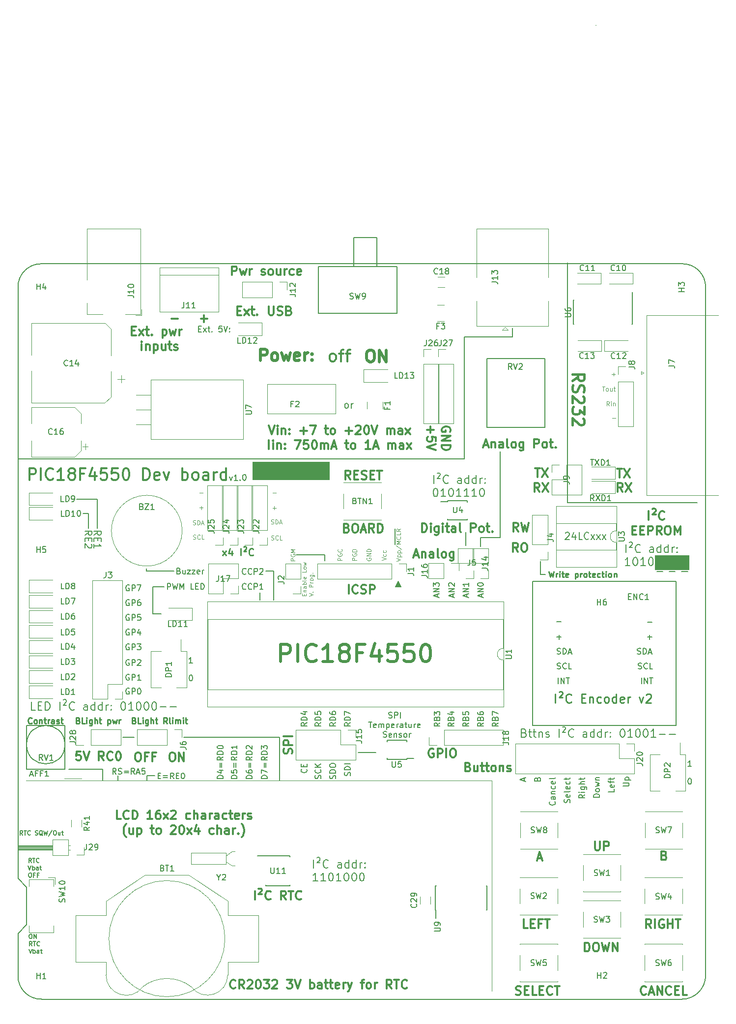
<source format=gbr>
%TF.GenerationSoftware,KiCad,Pcbnew,(5.1.0)-1*%
%TF.CreationDate,2019-04-14T15:35:55+02:00*%
%TF.ProjectId,PIC18F4550 dev board,50494331-3846-4343-9535-302064657620,rev?*%
%TF.SameCoordinates,Original*%
%TF.FileFunction,Legend,Top*%
%TF.FilePolarity,Positive*%
%FSLAX46Y46*%
G04 Gerber Fmt 4.6, Leading zero omitted, Abs format (unit mm)*
G04 Created by KiCad (PCBNEW (5.1.0)-1) date 2019-04-14 15:35:55*
%MOMM*%
%LPD*%
G04 APERTURE LIST*
%ADD10C,0.100000*%
%ADD11C,0.150000*%
%ADD12C,0.300000*%
%ADD13C,0.250000*%
%ADD14C,0.200000*%
%ADD15C,0.500000*%
%ADD16C,0.400000*%
%ADD17C,0.120000*%
%ADD18C,0.050000*%
G04 APERTURE END LIST*
D10*
G36*
X86000000Y-119000000D02*
G01*
X85000000Y-119000000D01*
X85500000Y-118000000D01*
X86000000Y-119000000D01*
G37*
X86000000Y-119000000D02*
X85000000Y-119000000D01*
X85500000Y-118000000D01*
X86000000Y-119000000D01*
D11*
X72900000Y-113500000D02*
X72900000Y-114500000D01*
X68000000Y-113500000D02*
X72900000Y-113500000D01*
X85000000Y-111700000D02*
X85000000Y-109000000D01*
D12*
X60835714Y-172878571D02*
X60835714Y-171378571D01*
X61478571Y-171021428D02*
X61621428Y-170950000D01*
X61835714Y-170950000D01*
X61978571Y-171021428D01*
X62050000Y-171164285D01*
X62050000Y-171307142D01*
X61978571Y-171450000D01*
X61478571Y-171950000D01*
X62050000Y-171950000D01*
X63550000Y-172735714D02*
X63478571Y-172807142D01*
X63264285Y-172878571D01*
X63121428Y-172878571D01*
X62907142Y-172807142D01*
X62764285Y-172664285D01*
X62692857Y-172521428D01*
X62621428Y-172235714D01*
X62621428Y-172021428D01*
X62692857Y-171735714D01*
X62764285Y-171592857D01*
X62907142Y-171450000D01*
X63121428Y-171378571D01*
X63264285Y-171378571D01*
X63478571Y-171450000D01*
X63550000Y-171521428D01*
X66192857Y-172878571D02*
X65692857Y-172164285D01*
X65335714Y-172878571D02*
X65335714Y-171378571D01*
X65907142Y-171378571D01*
X66050000Y-171450000D01*
X66121428Y-171521428D01*
X66192857Y-171664285D01*
X66192857Y-171878571D01*
X66121428Y-172021428D01*
X66050000Y-172092857D01*
X65907142Y-172164285D01*
X65335714Y-172164285D01*
X66621428Y-171378571D02*
X67478571Y-171378571D01*
X67050000Y-172878571D02*
X67050000Y-171378571D01*
X68835714Y-172735714D02*
X68764285Y-172807142D01*
X68550000Y-172878571D01*
X68407142Y-172878571D01*
X68192857Y-172807142D01*
X68050000Y-172664285D01*
X67978571Y-172521428D01*
X67907142Y-172235714D01*
X67907142Y-172021428D01*
X67978571Y-171735714D01*
X68050000Y-171592857D01*
X68192857Y-171450000D01*
X68407142Y-171378571D01*
X68550000Y-171378571D01*
X68764285Y-171450000D01*
X68835714Y-171521428D01*
D11*
X70930833Y-167408333D02*
X70930833Y-166008333D01*
X71530833Y-165675000D02*
X71664166Y-165608333D01*
X71864166Y-165608333D01*
X71997500Y-165675000D01*
X72064166Y-165808333D01*
X72064166Y-165941666D01*
X71997500Y-166075000D01*
X71530833Y-166541666D01*
X72064166Y-166541666D01*
X73464166Y-167275000D02*
X73397500Y-167341666D01*
X73197500Y-167408333D01*
X73064166Y-167408333D01*
X72864166Y-167341666D01*
X72730833Y-167208333D01*
X72664166Y-167075000D01*
X72597500Y-166808333D01*
X72597500Y-166608333D01*
X72664166Y-166341666D01*
X72730833Y-166208333D01*
X72864166Y-166075000D01*
X73064166Y-166008333D01*
X73197500Y-166008333D01*
X73397500Y-166075000D01*
X73464166Y-166141666D01*
X75730833Y-167408333D02*
X75730833Y-166675000D01*
X75664166Y-166541666D01*
X75530833Y-166475000D01*
X75264166Y-166475000D01*
X75130833Y-166541666D01*
X75730833Y-167341666D02*
X75597500Y-167408333D01*
X75264166Y-167408333D01*
X75130833Y-167341666D01*
X75064166Y-167208333D01*
X75064166Y-167075000D01*
X75130833Y-166941666D01*
X75264166Y-166875000D01*
X75597500Y-166875000D01*
X75730833Y-166808333D01*
X76997500Y-167408333D02*
X76997500Y-166008333D01*
X76997500Y-167341666D02*
X76864166Y-167408333D01*
X76597500Y-167408333D01*
X76464166Y-167341666D01*
X76397500Y-167275000D01*
X76330833Y-167141666D01*
X76330833Y-166741666D01*
X76397500Y-166608333D01*
X76464166Y-166541666D01*
X76597500Y-166475000D01*
X76864166Y-166475000D01*
X76997500Y-166541666D01*
X78264166Y-167408333D02*
X78264166Y-166008333D01*
X78264166Y-167341666D02*
X78130833Y-167408333D01*
X77864166Y-167408333D01*
X77730833Y-167341666D01*
X77664166Y-167275000D01*
X77597500Y-167141666D01*
X77597500Y-166741666D01*
X77664166Y-166608333D01*
X77730833Y-166541666D01*
X77864166Y-166475000D01*
X78130833Y-166475000D01*
X78264166Y-166541666D01*
X78930833Y-167408333D02*
X78930833Y-166475000D01*
X78930833Y-166741666D02*
X78997500Y-166608333D01*
X79064166Y-166541666D01*
X79197500Y-166475000D01*
X79330833Y-166475000D01*
X79797500Y-167275000D02*
X79864166Y-167341666D01*
X79797500Y-167408333D01*
X79730833Y-167341666D01*
X79797500Y-167275000D01*
X79797500Y-167408333D01*
X79797500Y-166541666D02*
X79864166Y-166608333D01*
X79797500Y-166675000D01*
X79730833Y-166608333D01*
X79797500Y-166541666D01*
X79797500Y-166675000D01*
X71664166Y-169658333D02*
X70864166Y-169658333D01*
X71264166Y-169658333D02*
X71264166Y-168258333D01*
X71130833Y-168458333D01*
X70997500Y-168591666D01*
X70864166Y-168658333D01*
X72997500Y-169658333D02*
X72197500Y-169658333D01*
X72597500Y-169658333D02*
X72597500Y-168258333D01*
X72464166Y-168458333D01*
X72330833Y-168591666D01*
X72197500Y-168658333D01*
X73864166Y-168258333D02*
X73997500Y-168258333D01*
X74130833Y-168325000D01*
X74197500Y-168391666D01*
X74264166Y-168525000D01*
X74330833Y-168791666D01*
X74330833Y-169125000D01*
X74264166Y-169391666D01*
X74197500Y-169525000D01*
X74130833Y-169591666D01*
X73997500Y-169658333D01*
X73864166Y-169658333D01*
X73730833Y-169591666D01*
X73664166Y-169525000D01*
X73597500Y-169391666D01*
X73530833Y-169125000D01*
X73530833Y-168791666D01*
X73597500Y-168525000D01*
X73664166Y-168391666D01*
X73730833Y-168325000D01*
X73864166Y-168258333D01*
X75664166Y-169658333D02*
X74864166Y-169658333D01*
X75264166Y-169658333D02*
X75264166Y-168258333D01*
X75130833Y-168458333D01*
X74997500Y-168591666D01*
X74864166Y-168658333D01*
X76530833Y-168258333D02*
X76664166Y-168258333D01*
X76797500Y-168325000D01*
X76864166Y-168391666D01*
X76930833Y-168525000D01*
X76997500Y-168791666D01*
X76997500Y-169125000D01*
X76930833Y-169391666D01*
X76864166Y-169525000D01*
X76797500Y-169591666D01*
X76664166Y-169658333D01*
X76530833Y-169658333D01*
X76397500Y-169591666D01*
X76330833Y-169525000D01*
X76264166Y-169391666D01*
X76197500Y-169125000D01*
X76197500Y-168791666D01*
X76264166Y-168525000D01*
X76330833Y-168391666D01*
X76397500Y-168325000D01*
X76530833Y-168258333D01*
X77864166Y-168258333D02*
X77997500Y-168258333D01*
X78130833Y-168325000D01*
X78197500Y-168391666D01*
X78264166Y-168525000D01*
X78330833Y-168791666D01*
X78330833Y-169125000D01*
X78264166Y-169391666D01*
X78197500Y-169525000D01*
X78130833Y-169591666D01*
X77997500Y-169658333D01*
X77864166Y-169658333D01*
X77730833Y-169591666D01*
X77664166Y-169525000D01*
X77597500Y-169391666D01*
X77530833Y-169125000D01*
X77530833Y-168791666D01*
X77597500Y-168525000D01*
X77664166Y-168391666D01*
X77730833Y-168325000D01*
X77864166Y-168258333D01*
X79197500Y-168258333D02*
X79330833Y-168258333D01*
X79464166Y-168325000D01*
X79530833Y-168391666D01*
X79597500Y-168525000D01*
X79664166Y-168791666D01*
X79664166Y-169125000D01*
X79597500Y-169391666D01*
X79530833Y-169525000D01*
X79464166Y-169591666D01*
X79330833Y-169658333D01*
X79197500Y-169658333D01*
X79064166Y-169591666D01*
X78997500Y-169525000D01*
X78930833Y-169391666D01*
X78864166Y-169125000D01*
X78864166Y-168791666D01*
X78930833Y-168525000D01*
X78997500Y-168391666D01*
X79064166Y-168325000D01*
X79197500Y-168258333D01*
X20804642Y-161739285D02*
X20554642Y-161382142D01*
X20376071Y-161739285D02*
X20376071Y-160989285D01*
X20661785Y-160989285D01*
X20733214Y-161025000D01*
X20768928Y-161060714D01*
X20804642Y-161132142D01*
X20804642Y-161239285D01*
X20768928Y-161310714D01*
X20733214Y-161346428D01*
X20661785Y-161382142D01*
X20376071Y-161382142D01*
X21018928Y-160989285D02*
X21447500Y-160989285D01*
X21233214Y-161739285D02*
X21233214Y-160989285D01*
X22126071Y-161667857D02*
X22090357Y-161703571D01*
X21983214Y-161739285D01*
X21911785Y-161739285D01*
X21804642Y-161703571D01*
X21733214Y-161632142D01*
X21697500Y-161560714D01*
X21661785Y-161417857D01*
X21661785Y-161310714D01*
X21697500Y-161167857D01*
X21733214Y-161096428D01*
X21804642Y-161025000D01*
X21911785Y-160989285D01*
X21983214Y-160989285D01*
X22090357Y-161025000D01*
X22126071Y-161060714D01*
X22983214Y-161703571D02*
X23090357Y-161739285D01*
X23268928Y-161739285D01*
X23340357Y-161703571D01*
X23376071Y-161667857D01*
X23411785Y-161596428D01*
X23411785Y-161525000D01*
X23376071Y-161453571D01*
X23340357Y-161417857D01*
X23268928Y-161382142D01*
X23126071Y-161346428D01*
X23054642Y-161310714D01*
X23018928Y-161275000D01*
X22983214Y-161203571D01*
X22983214Y-161132142D01*
X23018928Y-161060714D01*
X23054642Y-161025000D01*
X23126071Y-160989285D01*
X23304642Y-160989285D01*
X23411785Y-161025000D01*
X24233214Y-161810714D02*
X24161785Y-161775000D01*
X24090357Y-161703571D01*
X23983214Y-161596428D01*
X23911785Y-161560714D01*
X23840357Y-161560714D01*
X23876071Y-161739285D02*
X23804642Y-161703571D01*
X23733214Y-161632142D01*
X23697500Y-161489285D01*
X23697500Y-161239285D01*
X23733214Y-161096428D01*
X23804642Y-161025000D01*
X23876071Y-160989285D01*
X24018928Y-160989285D01*
X24090357Y-161025000D01*
X24161785Y-161096428D01*
X24197500Y-161239285D01*
X24197500Y-161489285D01*
X24161785Y-161632142D01*
X24090357Y-161703571D01*
X24018928Y-161739285D01*
X23876071Y-161739285D01*
X24447500Y-160989285D02*
X24626071Y-161739285D01*
X24768928Y-161203571D01*
X24911785Y-161739285D01*
X25090357Y-160989285D01*
X25911785Y-160953571D02*
X25268928Y-161917857D01*
X26304642Y-160989285D02*
X26447500Y-160989285D01*
X26518928Y-161025000D01*
X26590357Y-161096428D01*
X26626071Y-161239285D01*
X26626071Y-161489285D01*
X26590357Y-161632142D01*
X26518928Y-161703571D01*
X26447500Y-161739285D01*
X26304642Y-161739285D01*
X26233214Y-161703571D01*
X26161785Y-161632142D01*
X26126071Y-161489285D01*
X26126071Y-161239285D01*
X26161785Y-161096428D01*
X26233214Y-161025000D01*
X26304642Y-160989285D01*
X27268928Y-161239285D02*
X27268928Y-161739285D01*
X26947500Y-161239285D02*
X26947500Y-161632142D01*
X26983214Y-161703571D01*
X27054642Y-161739285D01*
X27161785Y-161739285D01*
X27233214Y-161703571D01*
X27268928Y-161667857D01*
X27518928Y-161239285D02*
X27804642Y-161239285D01*
X27626071Y-160989285D02*
X27626071Y-161632142D01*
X27661785Y-161703571D01*
X27733214Y-161739285D01*
X27804642Y-161739285D01*
X22304642Y-166464285D02*
X22054642Y-166107142D01*
X21876071Y-166464285D02*
X21876071Y-165714285D01*
X22161785Y-165714285D01*
X22233214Y-165750000D01*
X22268928Y-165785714D01*
X22304642Y-165857142D01*
X22304642Y-165964285D01*
X22268928Y-166035714D01*
X22233214Y-166071428D01*
X22161785Y-166107142D01*
X21876071Y-166107142D01*
X22518928Y-165714285D02*
X22947500Y-165714285D01*
X22733214Y-166464285D02*
X22733214Y-165714285D01*
X23626071Y-166392857D02*
X23590357Y-166428571D01*
X23483214Y-166464285D01*
X23411785Y-166464285D01*
X23304642Y-166428571D01*
X23233214Y-166357142D01*
X23197500Y-166285714D01*
X23161785Y-166142857D01*
X23161785Y-166035714D01*
X23197500Y-165892857D01*
X23233214Y-165821428D01*
X23304642Y-165750000D01*
X23411785Y-165714285D01*
X23483214Y-165714285D01*
X23590357Y-165750000D01*
X23626071Y-165785714D01*
X21768928Y-166989285D02*
X22018928Y-167739285D01*
X22268928Y-166989285D01*
X22518928Y-167739285D02*
X22518928Y-166989285D01*
X22518928Y-167275000D02*
X22590357Y-167239285D01*
X22733214Y-167239285D01*
X22804642Y-167275000D01*
X22840357Y-167310714D01*
X22876071Y-167382142D01*
X22876071Y-167596428D01*
X22840357Y-167667857D01*
X22804642Y-167703571D01*
X22733214Y-167739285D01*
X22590357Y-167739285D01*
X22518928Y-167703571D01*
X23518928Y-167739285D02*
X23518928Y-167346428D01*
X23483214Y-167275000D01*
X23411785Y-167239285D01*
X23268928Y-167239285D01*
X23197500Y-167275000D01*
X23518928Y-167703571D02*
X23447500Y-167739285D01*
X23268928Y-167739285D01*
X23197500Y-167703571D01*
X23161785Y-167632142D01*
X23161785Y-167560714D01*
X23197500Y-167489285D01*
X23268928Y-167453571D01*
X23447500Y-167453571D01*
X23518928Y-167417857D01*
X23768928Y-167239285D02*
X24054642Y-167239285D01*
X23876071Y-166989285D02*
X23876071Y-167632142D01*
X23911785Y-167703571D01*
X23983214Y-167739285D01*
X24054642Y-167739285D01*
X22018928Y-168264285D02*
X22161785Y-168264285D01*
X22233214Y-168300000D01*
X22304642Y-168371428D01*
X22340357Y-168514285D01*
X22340357Y-168764285D01*
X22304642Y-168907142D01*
X22233214Y-168978571D01*
X22161785Y-169014285D01*
X22018928Y-169014285D01*
X21947500Y-168978571D01*
X21876071Y-168907142D01*
X21840357Y-168764285D01*
X21840357Y-168514285D01*
X21876071Y-168371428D01*
X21947500Y-168300000D01*
X22018928Y-168264285D01*
X22911785Y-168621428D02*
X22661785Y-168621428D01*
X22661785Y-169014285D02*
X22661785Y-168264285D01*
X23018928Y-168264285D01*
X23554642Y-168621428D02*
X23304642Y-168621428D01*
X23304642Y-169014285D02*
X23304642Y-168264285D01*
X23661785Y-168264285D01*
X22118928Y-178814285D02*
X22261785Y-178814285D01*
X22333214Y-178850000D01*
X22404642Y-178921428D01*
X22440357Y-179064285D01*
X22440357Y-179314285D01*
X22404642Y-179457142D01*
X22333214Y-179528571D01*
X22261785Y-179564285D01*
X22118928Y-179564285D01*
X22047500Y-179528571D01*
X21976071Y-179457142D01*
X21940357Y-179314285D01*
X21940357Y-179064285D01*
X21976071Y-178921428D01*
X22047500Y-178850000D01*
X22118928Y-178814285D01*
X22761785Y-179564285D02*
X22761785Y-178814285D01*
X23190357Y-179564285D01*
X23190357Y-178814285D01*
X22404642Y-180839285D02*
X22154642Y-180482142D01*
X21976071Y-180839285D02*
X21976071Y-180089285D01*
X22261785Y-180089285D01*
X22333214Y-180125000D01*
X22368928Y-180160714D01*
X22404642Y-180232142D01*
X22404642Y-180339285D01*
X22368928Y-180410714D01*
X22333214Y-180446428D01*
X22261785Y-180482142D01*
X21976071Y-180482142D01*
X22618928Y-180089285D02*
X23047500Y-180089285D01*
X22833214Y-180839285D02*
X22833214Y-180089285D01*
X23726071Y-180767857D02*
X23690357Y-180803571D01*
X23583214Y-180839285D01*
X23511785Y-180839285D01*
X23404642Y-180803571D01*
X23333214Y-180732142D01*
X23297500Y-180660714D01*
X23261785Y-180517857D01*
X23261785Y-180410714D01*
X23297500Y-180267857D01*
X23333214Y-180196428D01*
X23404642Y-180125000D01*
X23511785Y-180089285D01*
X23583214Y-180089285D01*
X23690357Y-180125000D01*
X23726071Y-180160714D01*
X21868928Y-181364285D02*
X22118928Y-182114285D01*
X22368928Y-181364285D01*
X22618928Y-182114285D02*
X22618928Y-181364285D01*
X22618928Y-181650000D02*
X22690357Y-181614285D01*
X22833214Y-181614285D01*
X22904642Y-181650000D01*
X22940357Y-181685714D01*
X22976071Y-181757142D01*
X22976071Y-181971428D01*
X22940357Y-182042857D01*
X22904642Y-182078571D01*
X22833214Y-182114285D01*
X22690357Y-182114285D01*
X22618928Y-182078571D01*
X23618928Y-182114285D02*
X23618928Y-181721428D01*
X23583214Y-181650000D01*
X23511785Y-181614285D01*
X23368928Y-181614285D01*
X23297500Y-181650000D01*
X23618928Y-182078571D02*
X23547500Y-182114285D01*
X23368928Y-182114285D01*
X23297500Y-182078571D01*
X23261785Y-182007142D01*
X23261785Y-181935714D01*
X23297500Y-181864285D01*
X23368928Y-181828571D01*
X23547500Y-181828571D01*
X23618928Y-181792857D01*
X23868928Y-181614285D02*
X24154642Y-181614285D01*
X23976071Y-181364285D02*
X23976071Y-182007142D01*
X24011785Y-182078571D01*
X24083214Y-182114285D01*
X24154642Y-182114285D01*
D12*
X37742857Y-159003571D02*
X37028571Y-159003571D01*
X37028571Y-157503571D01*
X39099999Y-158860714D02*
X39028571Y-158932142D01*
X38814285Y-159003571D01*
X38671428Y-159003571D01*
X38457142Y-158932142D01*
X38314285Y-158789285D01*
X38242857Y-158646428D01*
X38171428Y-158360714D01*
X38171428Y-158146428D01*
X38242857Y-157860714D01*
X38314285Y-157717857D01*
X38457142Y-157575000D01*
X38671428Y-157503571D01*
X38814285Y-157503571D01*
X39028571Y-157575000D01*
X39099999Y-157646428D01*
X39742857Y-159003571D02*
X39742857Y-157503571D01*
X40099999Y-157503571D01*
X40314285Y-157575000D01*
X40457142Y-157717857D01*
X40528571Y-157860714D01*
X40599999Y-158146428D01*
X40599999Y-158360714D01*
X40528571Y-158646428D01*
X40457142Y-158789285D01*
X40314285Y-158932142D01*
X40099999Y-159003571D01*
X39742857Y-159003571D01*
X43171428Y-159003571D02*
X42314285Y-159003571D01*
X42742857Y-159003571D02*
X42742857Y-157503571D01*
X42600000Y-157717857D01*
X42457142Y-157860714D01*
X42314285Y-157932142D01*
X44457142Y-157503571D02*
X44171428Y-157503571D01*
X44028571Y-157575000D01*
X43957142Y-157646428D01*
X43814285Y-157860714D01*
X43742857Y-158146428D01*
X43742857Y-158717857D01*
X43814285Y-158860714D01*
X43885714Y-158932142D01*
X44028571Y-159003571D01*
X44314285Y-159003571D01*
X44457142Y-158932142D01*
X44528571Y-158860714D01*
X44599999Y-158717857D01*
X44599999Y-158360714D01*
X44528571Y-158217857D01*
X44457142Y-158146428D01*
X44314285Y-158075000D01*
X44028571Y-158075000D01*
X43885714Y-158146428D01*
X43814285Y-158217857D01*
X43742857Y-158360714D01*
X45099999Y-159003571D02*
X45885714Y-158003571D01*
X45099999Y-158003571D02*
X45885714Y-159003571D01*
X46385714Y-157646428D02*
X46457142Y-157575000D01*
X46599999Y-157503571D01*
X46957142Y-157503571D01*
X47099999Y-157575000D01*
X47171428Y-157646428D01*
X47242857Y-157789285D01*
X47242857Y-157932142D01*
X47171428Y-158146428D01*
X46314285Y-159003571D01*
X47242857Y-159003571D01*
X49671428Y-158932142D02*
X49528571Y-159003571D01*
X49242857Y-159003571D01*
X49100000Y-158932142D01*
X49028571Y-158860714D01*
X48957142Y-158717857D01*
X48957142Y-158289285D01*
X49028571Y-158146428D01*
X49100000Y-158075000D01*
X49242857Y-158003571D01*
X49528571Y-158003571D01*
X49671428Y-158075000D01*
X50314285Y-159003571D02*
X50314285Y-157503571D01*
X50957142Y-159003571D02*
X50957142Y-158217857D01*
X50885714Y-158075000D01*
X50742857Y-158003571D01*
X50528571Y-158003571D01*
X50385714Y-158075000D01*
X50314285Y-158146428D01*
X52314285Y-159003571D02*
X52314285Y-158217857D01*
X52242857Y-158075000D01*
X52099999Y-158003571D01*
X51814285Y-158003571D01*
X51671428Y-158075000D01*
X52314285Y-158932142D02*
X52171428Y-159003571D01*
X51814285Y-159003571D01*
X51671428Y-158932142D01*
X51599999Y-158789285D01*
X51599999Y-158646428D01*
X51671428Y-158503571D01*
X51814285Y-158432142D01*
X52171428Y-158432142D01*
X52314285Y-158360714D01*
X53028571Y-159003571D02*
X53028571Y-158003571D01*
X53028571Y-158289285D02*
X53099999Y-158146428D01*
X53171428Y-158075000D01*
X53314285Y-158003571D01*
X53457142Y-158003571D01*
X54599999Y-159003571D02*
X54599999Y-158217857D01*
X54528571Y-158075000D01*
X54385714Y-158003571D01*
X54099999Y-158003571D01*
X53957142Y-158075000D01*
X54599999Y-158932142D02*
X54457142Y-159003571D01*
X54099999Y-159003571D01*
X53957142Y-158932142D01*
X53885714Y-158789285D01*
X53885714Y-158646428D01*
X53957142Y-158503571D01*
X54099999Y-158432142D01*
X54457142Y-158432142D01*
X54599999Y-158360714D01*
X55957142Y-158932142D02*
X55814285Y-159003571D01*
X55528571Y-159003571D01*
X55385714Y-158932142D01*
X55314285Y-158860714D01*
X55242857Y-158717857D01*
X55242857Y-158289285D01*
X55314285Y-158146428D01*
X55385714Y-158075000D01*
X55528571Y-158003571D01*
X55814285Y-158003571D01*
X55957142Y-158075000D01*
X56385714Y-158003571D02*
X56957142Y-158003571D01*
X56600000Y-157503571D02*
X56600000Y-158789285D01*
X56671428Y-158932142D01*
X56814285Y-159003571D01*
X56957142Y-159003571D01*
X58028571Y-158932142D02*
X57885714Y-159003571D01*
X57600000Y-159003571D01*
X57457142Y-158932142D01*
X57385714Y-158789285D01*
X57385714Y-158217857D01*
X57457142Y-158075000D01*
X57600000Y-158003571D01*
X57885714Y-158003571D01*
X58028571Y-158075000D01*
X58100000Y-158217857D01*
X58100000Y-158360714D01*
X57385714Y-158503571D01*
X58742857Y-159003571D02*
X58742857Y-158003571D01*
X58742857Y-158289285D02*
X58814285Y-158146428D01*
X58885714Y-158075000D01*
X59028571Y-158003571D01*
X59171428Y-158003571D01*
X59600000Y-158932142D02*
X59742857Y-159003571D01*
X60028571Y-159003571D01*
X60171428Y-158932142D01*
X60242857Y-158789285D01*
X60242857Y-158717857D01*
X60171428Y-158575000D01*
X60028571Y-158503571D01*
X59814285Y-158503571D01*
X59671428Y-158432142D01*
X59600000Y-158289285D01*
X59600000Y-158217857D01*
X59671428Y-158075000D01*
X59814285Y-158003571D01*
X60028571Y-158003571D01*
X60171428Y-158075000D01*
X38635714Y-162125000D02*
X38564285Y-162053571D01*
X38421428Y-161839285D01*
X38350000Y-161696428D01*
X38278571Y-161482142D01*
X38207142Y-161125000D01*
X38207142Y-160839285D01*
X38278571Y-160482142D01*
X38350000Y-160267857D01*
X38421428Y-160125000D01*
X38564285Y-159910714D01*
X38635714Y-159839285D01*
X39850000Y-160553571D02*
X39850000Y-161553571D01*
X39207142Y-160553571D02*
X39207142Y-161339285D01*
X39278571Y-161482142D01*
X39421428Y-161553571D01*
X39635714Y-161553571D01*
X39778571Y-161482142D01*
X39850000Y-161410714D01*
X40564285Y-160553571D02*
X40564285Y-162053571D01*
X40564285Y-160625000D02*
X40707142Y-160553571D01*
X40992857Y-160553571D01*
X41135714Y-160625000D01*
X41207142Y-160696428D01*
X41278571Y-160839285D01*
X41278571Y-161267857D01*
X41207142Y-161410714D01*
X41135714Y-161482142D01*
X40992857Y-161553571D01*
X40707142Y-161553571D01*
X40564285Y-161482142D01*
X42850000Y-160553571D02*
X43421428Y-160553571D01*
X43064285Y-160053571D02*
X43064285Y-161339285D01*
X43135714Y-161482142D01*
X43278571Y-161553571D01*
X43421428Y-161553571D01*
X44135714Y-161553571D02*
X43992857Y-161482142D01*
X43921428Y-161410714D01*
X43850000Y-161267857D01*
X43850000Y-160839285D01*
X43921428Y-160696428D01*
X43992857Y-160625000D01*
X44135714Y-160553571D01*
X44350000Y-160553571D01*
X44492857Y-160625000D01*
X44564285Y-160696428D01*
X44635714Y-160839285D01*
X44635714Y-161267857D01*
X44564285Y-161410714D01*
X44492857Y-161482142D01*
X44350000Y-161553571D01*
X44135714Y-161553571D01*
X46350000Y-160196428D02*
X46421428Y-160125000D01*
X46564285Y-160053571D01*
X46921428Y-160053571D01*
X47064285Y-160125000D01*
X47135714Y-160196428D01*
X47207142Y-160339285D01*
X47207142Y-160482142D01*
X47135714Y-160696428D01*
X46278571Y-161553571D01*
X47207142Y-161553571D01*
X48135714Y-160053571D02*
X48278571Y-160053571D01*
X48421428Y-160125000D01*
X48492857Y-160196428D01*
X48564285Y-160339285D01*
X48635714Y-160625000D01*
X48635714Y-160982142D01*
X48564285Y-161267857D01*
X48492857Y-161410714D01*
X48421428Y-161482142D01*
X48278571Y-161553571D01*
X48135714Y-161553571D01*
X47992857Y-161482142D01*
X47921428Y-161410714D01*
X47850000Y-161267857D01*
X47778571Y-160982142D01*
X47778571Y-160625000D01*
X47850000Y-160339285D01*
X47921428Y-160196428D01*
X47992857Y-160125000D01*
X48135714Y-160053571D01*
X49135714Y-161553571D02*
X49921428Y-160553571D01*
X49135714Y-160553571D02*
X49921428Y-161553571D01*
X51135714Y-160553571D02*
X51135714Y-161553571D01*
X50778571Y-159982142D02*
X50421428Y-161053571D01*
X51350000Y-161053571D01*
X53707142Y-161482142D02*
X53564285Y-161553571D01*
X53278571Y-161553571D01*
X53135714Y-161482142D01*
X53064285Y-161410714D01*
X52992857Y-161267857D01*
X52992857Y-160839285D01*
X53064285Y-160696428D01*
X53135714Y-160625000D01*
X53278571Y-160553571D01*
X53564285Y-160553571D01*
X53707142Y-160625000D01*
X54350000Y-161553571D02*
X54350000Y-160053571D01*
X54992857Y-161553571D02*
X54992857Y-160767857D01*
X54921428Y-160625000D01*
X54778571Y-160553571D01*
X54564285Y-160553571D01*
X54421428Y-160625000D01*
X54350000Y-160696428D01*
X56350000Y-161553571D02*
X56350000Y-160767857D01*
X56278571Y-160625000D01*
X56135714Y-160553571D01*
X55850000Y-160553571D01*
X55707142Y-160625000D01*
X56350000Y-161482142D02*
X56207142Y-161553571D01*
X55850000Y-161553571D01*
X55707142Y-161482142D01*
X55635714Y-161339285D01*
X55635714Y-161196428D01*
X55707142Y-161053571D01*
X55850000Y-160982142D01*
X56207142Y-160982142D01*
X56350000Y-160910714D01*
X57064285Y-161553571D02*
X57064285Y-160553571D01*
X57064285Y-160839285D02*
X57135714Y-160696428D01*
X57207142Y-160625000D01*
X57350000Y-160553571D01*
X57492857Y-160553571D01*
X57992857Y-161410714D02*
X58064285Y-161482142D01*
X57992857Y-161553571D01*
X57921428Y-161482142D01*
X57992857Y-161410714D01*
X57992857Y-161553571D01*
X58564285Y-162125000D02*
X58635714Y-162053571D01*
X58778571Y-161839285D01*
X58850000Y-161696428D01*
X58921428Y-161482142D01*
X58992857Y-161125000D01*
X58992857Y-160839285D01*
X58921428Y-160482142D01*
X58850000Y-160267857D01*
X58778571Y-160125000D01*
X58635714Y-159910714D01*
X58564285Y-159839285D01*
X57478571Y-188035714D02*
X57407142Y-188107142D01*
X57192857Y-188178571D01*
X57050000Y-188178571D01*
X56835714Y-188107142D01*
X56692857Y-187964285D01*
X56621428Y-187821428D01*
X56550000Y-187535714D01*
X56550000Y-187321428D01*
X56621428Y-187035714D01*
X56692857Y-186892857D01*
X56835714Y-186750000D01*
X57050000Y-186678571D01*
X57192857Y-186678571D01*
X57407142Y-186750000D01*
X57478571Y-186821428D01*
X58978571Y-188178571D02*
X58478571Y-187464285D01*
X58121428Y-188178571D02*
X58121428Y-186678571D01*
X58692857Y-186678571D01*
X58835714Y-186750000D01*
X58907142Y-186821428D01*
X58978571Y-186964285D01*
X58978571Y-187178571D01*
X58907142Y-187321428D01*
X58835714Y-187392857D01*
X58692857Y-187464285D01*
X58121428Y-187464285D01*
X59550000Y-186821428D02*
X59621428Y-186750000D01*
X59764285Y-186678571D01*
X60121428Y-186678571D01*
X60264285Y-186750000D01*
X60335714Y-186821428D01*
X60407142Y-186964285D01*
X60407142Y-187107142D01*
X60335714Y-187321428D01*
X59478571Y-188178571D01*
X60407142Y-188178571D01*
X61335714Y-186678571D02*
X61478571Y-186678571D01*
X61621428Y-186750000D01*
X61692857Y-186821428D01*
X61764285Y-186964285D01*
X61835714Y-187250000D01*
X61835714Y-187607142D01*
X61764285Y-187892857D01*
X61692857Y-188035714D01*
X61621428Y-188107142D01*
X61478571Y-188178571D01*
X61335714Y-188178571D01*
X61192857Y-188107142D01*
X61121428Y-188035714D01*
X61050000Y-187892857D01*
X60978571Y-187607142D01*
X60978571Y-187250000D01*
X61050000Y-186964285D01*
X61121428Y-186821428D01*
X61192857Y-186750000D01*
X61335714Y-186678571D01*
X62335714Y-186678571D02*
X63264285Y-186678571D01*
X62764285Y-187250000D01*
X62978571Y-187250000D01*
X63121428Y-187321428D01*
X63192857Y-187392857D01*
X63264285Y-187535714D01*
X63264285Y-187892857D01*
X63192857Y-188035714D01*
X63121428Y-188107142D01*
X62978571Y-188178571D01*
X62550000Y-188178571D01*
X62407142Y-188107142D01*
X62335714Y-188035714D01*
X63835714Y-186821428D02*
X63907142Y-186750000D01*
X64050000Y-186678571D01*
X64407142Y-186678571D01*
X64550000Y-186750000D01*
X64621428Y-186821428D01*
X64692857Y-186964285D01*
X64692857Y-187107142D01*
X64621428Y-187321428D01*
X63764285Y-188178571D01*
X64692857Y-188178571D01*
X66335714Y-186678571D02*
X67264285Y-186678571D01*
X66764285Y-187250000D01*
X66978571Y-187250000D01*
X67121428Y-187321428D01*
X67192857Y-187392857D01*
X67264285Y-187535714D01*
X67264285Y-187892857D01*
X67192857Y-188035714D01*
X67121428Y-188107142D01*
X66978571Y-188178571D01*
X66550000Y-188178571D01*
X66407142Y-188107142D01*
X66335714Y-188035714D01*
X67692857Y-186678571D02*
X68192857Y-188178571D01*
X68692857Y-186678571D01*
X70335714Y-188178571D02*
X70335714Y-186678571D01*
X70335714Y-187250000D02*
X70478571Y-187178571D01*
X70764285Y-187178571D01*
X70907142Y-187250000D01*
X70978571Y-187321428D01*
X71050000Y-187464285D01*
X71050000Y-187892857D01*
X70978571Y-188035714D01*
X70907142Y-188107142D01*
X70764285Y-188178571D01*
X70478571Y-188178571D01*
X70335714Y-188107142D01*
X72335714Y-188178571D02*
X72335714Y-187392857D01*
X72264285Y-187250000D01*
X72121428Y-187178571D01*
X71835714Y-187178571D01*
X71692857Y-187250000D01*
X72335714Y-188107142D02*
X72192857Y-188178571D01*
X71835714Y-188178571D01*
X71692857Y-188107142D01*
X71621428Y-187964285D01*
X71621428Y-187821428D01*
X71692857Y-187678571D01*
X71835714Y-187607142D01*
X72192857Y-187607142D01*
X72335714Y-187535714D01*
X72835714Y-187178571D02*
X73407142Y-187178571D01*
X73050000Y-186678571D02*
X73050000Y-187964285D01*
X73121428Y-188107142D01*
X73264285Y-188178571D01*
X73407142Y-188178571D01*
X73692857Y-187178571D02*
X74264285Y-187178571D01*
X73907142Y-186678571D02*
X73907142Y-187964285D01*
X73978571Y-188107142D01*
X74121428Y-188178571D01*
X74264285Y-188178571D01*
X75335714Y-188107142D02*
X75192857Y-188178571D01*
X74907142Y-188178571D01*
X74764285Y-188107142D01*
X74692857Y-187964285D01*
X74692857Y-187392857D01*
X74764285Y-187250000D01*
X74907142Y-187178571D01*
X75192857Y-187178571D01*
X75335714Y-187250000D01*
X75407142Y-187392857D01*
X75407142Y-187535714D01*
X74692857Y-187678571D01*
X76050000Y-188178571D02*
X76050000Y-187178571D01*
X76050000Y-187464285D02*
X76121428Y-187321428D01*
X76192857Y-187250000D01*
X76335714Y-187178571D01*
X76478571Y-187178571D01*
X76835714Y-187178571D02*
X77192857Y-188178571D01*
X77550000Y-187178571D02*
X77192857Y-188178571D01*
X77050000Y-188535714D01*
X76978571Y-188607142D01*
X76835714Y-188678571D01*
X79050000Y-187178571D02*
X79621428Y-187178571D01*
X79264285Y-188178571D02*
X79264285Y-186892857D01*
X79335714Y-186750000D01*
X79478571Y-186678571D01*
X79621428Y-186678571D01*
X80335714Y-188178571D02*
X80192857Y-188107142D01*
X80121428Y-188035714D01*
X80050000Y-187892857D01*
X80050000Y-187464285D01*
X80121428Y-187321428D01*
X80192857Y-187250000D01*
X80335714Y-187178571D01*
X80550000Y-187178571D01*
X80692857Y-187250000D01*
X80764285Y-187321428D01*
X80835714Y-187464285D01*
X80835714Y-187892857D01*
X80764285Y-188035714D01*
X80692857Y-188107142D01*
X80550000Y-188178571D01*
X80335714Y-188178571D01*
X81478571Y-188178571D02*
X81478571Y-187178571D01*
X81478571Y-187464285D02*
X81550000Y-187321428D01*
X81621428Y-187250000D01*
X81764285Y-187178571D01*
X81907142Y-187178571D01*
X84407142Y-188178571D02*
X83907142Y-187464285D01*
X83550000Y-188178571D02*
X83550000Y-186678571D01*
X84121428Y-186678571D01*
X84264285Y-186750000D01*
X84335714Y-186821428D01*
X84407142Y-186964285D01*
X84407142Y-187178571D01*
X84335714Y-187321428D01*
X84264285Y-187392857D01*
X84121428Y-187464285D01*
X83550000Y-187464285D01*
X84835714Y-186678571D02*
X85692857Y-186678571D01*
X85264285Y-188178571D02*
X85264285Y-186678571D01*
X87050000Y-188035714D02*
X86978571Y-188107142D01*
X86764285Y-188178571D01*
X86621428Y-188178571D01*
X86407142Y-188107142D01*
X86264285Y-187964285D01*
X86192857Y-187821428D01*
X86121428Y-187535714D01*
X86121428Y-187321428D01*
X86192857Y-187035714D01*
X86264285Y-186892857D01*
X86407142Y-186750000D01*
X86621428Y-186678571D01*
X86764285Y-186678571D01*
X86978571Y-186750000D01*
X87050000Y-186821428D01*
D11*
X21500000Y-177200000D02*
X20000000Y-178700000D01*
X20000000Y-169200000D02*
X21500000Y-170700000D01*
X21500000Y-177200000D02*
X21500000Y-170700000D01*
X134400000Y-190000000D02*
X24099969Y-189998751D01*
X138500000Y-67400000D02*
X138500000Y-185900000D01*
X134500000Y-63400000D02*
X24000000Y-63400000D01*
X138500000Y-185900000D02*
G75*
G02X134400000Y-190000000I-4100000J0D01*
G01*
X134500000Y-63400000D02*
G75*
G02X138500000Y-67400000I0J-4000000D01*
G01*
X20000000Y-178700000D02*
X20000000Y-186000000D01*
X20000000Y-67400000D02*
X20000000Y-169200000D01*
X20000000Y-67400000D02*
G75*
G02X24000000Y-63400000I4000000J0D01*
G01*
X24099969Y-189998751D02*
G75*
G02X20000000Y-186000000I-99969J3998751D01*
G01*
X102745380Y-142425666D02*
X102269190Y-142759000D01*
X102745380Y-142997095D02*
X101745380Y-142997095D01*
X101745380Y-142616142D01*
X101793000Y-142520904D01*
X101840619Y-142473285D01*
X101935857Y-142425666D01*
X102078714Y-142425666D01*
X102173952Y-142473285D01*
X102221571Y-142520904D01*
X102269190Y-142616142D01*
X102269190Y-142997095D01*
X102221571Y-141663761D02*
X102269190Y-141520904D01*
X102316809Y-141473285D01*
X102412047Y-141425666D01*
X102554904Y-141425666D01*
X102650142Y-141473285D01*
X102697761Y-141520904D01*
X102745380Y-141616142D01*
X102745380Y-141997095D01*
X101745380Y-141997095D01*
X101745380Y-141663761D01*
X101793000Y-141568523D01*
X101840619Y-141520904D01*
X101935857Y-141473285D01*
X102031095Y-141473285D01*
X102126333Y-141520904D01*
X102173952Y-141568523D01*
X102221571Y-141663761D01*
X102221571Y-141997095D01*
X101745380Y-141092333D02*
X101745380Y-140425666D01*
X102745380Y-140854238D01*
X32131000Y-106426000D02*
X31191200Y-106400600D01*
X31242000Y-103935000D02*
X30124400Y-103936800D01*
D10*
G36*
X73660000Y-100584000D02*
G01*
X60452000Y-100584000D01*
X60452000Y-97536000D01*
X73660000Y-97536000D01*
X73660000Y-100584000D01*
G37*
X73660000Y-100584000D02*
X60452000Y-100584000D01*
X60452000Y-97536000D01*
X73660000Y-97536000D01*
X73660000Y-100584000D01*
D11*
X103100000Y-110500000D02*
X103100000Y-95700000D01*
X114690000Y-104530000D02*
X137020000Y-104530000D01*
X89000000Y-97003000D02*
X96900000Y-97000000D01*
X96900000Y-76000000D02*
X105200000Y-76000000D01*
X96900000Y-97003000D02*
X96900000Y-76000000D01*
X105200000Y-74500000D02*
X105200000Y-76000000D01*
X38100000Y-144900000D02*
X40000000Y-144900000D01*
X65100000Y-144900000D02*
X48600000Y-144900000D01*
X65100000Y-152300000D02*
X65100000Y-144900000D01*
X34600000Y-150400000D02*
X28800000Y-150400000D01*
X34600000Y-152300000D02*
X34600000Y-150400000D01*
X42200000Y-151500000D02*
X42200000Y-152300000D01*
X43600000Y-151500000D02*
X42200000Y-151500000D01*
X42200000Y-151500000D02*
X43600000Y-151500000D01*
X37200000Y-151500000D02*
X37200000Y-152300000D01*
X44135595Y-151528571D02*
X44468928Y-151528571D01*
X44611785Y-152052380D02*
X44135595Y-152052380D01*
X44135595Y-151052380D01*
X44611785Y-151052380D01*
X45040357Y-151528571D02*
X45802261Y-151528571D01*
X45802261Y-151814285D02*
X45040357Y-151814285D01*
X46849880Y-152052380D02*
X46516547Y-151576190D01*
X46278452Y-152052380D02*
X46278452Y-151052380D01*
X46659404Y-151052380D01*
X46754642Y-151100000D01*
X46802261Y-151147619D01*
X46849880Y-151242857D01*
X46849880Y-151385714D01*
X46802261Y-151480952D01*
X46754642Y-151528571D01*
X46659404Y-151576190D01*
X46278452Y-151576190D01*
X47278452Y-151528571D02*
X47611785Y-151528571D01*
X47754642Y-152052380D02*
X47278452Y-152052380D01*
X47278452Y-151052380D01*
X47754642Y-151052380D01*
X48373690Y-151052380D02*
X48468928Y-151052380D01*
X48564166Y-151100000D01*
X48611785Y-151147619D01*
X48659404Y-151242857D01*
X48707023Y-151433333D01*
X48707023Y-151671428D01*
X48659404Y-151861904D01*
X48611785Y-151957142D01*
X48564166Y-152004761D01*
X48468928Y-152052380D01*
X48373690Y-152052380D01*
X48278452Y-152004761D01*
X48230833Y-151957142D01*
X48183214Y-151861904D01*
X48135595Y-151671428D01*
X48135595Y-151433333D01*
X48183214Y-151242857D01*
X48230833Y-151147619D01*
X48278452Y-151100000D01*
X48373690Y-151052380D01*
X36912023Y-151252380D02*
X36578690Y-150776190D01*
X36340595Y-151252380D02*
X36340595Y-150252380D01*
X36721547Y-150252380D01*
X36816785Y-150300000D01*
X36864404Y-150347619D01*
X36912023Y-150442857D01*
X36912023Y-150585714D01*
X36864404Y-150680952D01*
X36816785Y-150728571D01*
X36721547Y-150776190D01*
X36340595Y-150776190D01*
X37292976Y-151204761D02*
X37435833Y-151252380D01*
X37673928Y-151252380D01*
X37769166Y-151204761D01*
X37816785Y-151157142D01*
X37864404Y-151061904D01*
X37864404Y-150966666D01*
X37816785Y-150871428D01*
X37769166Y-150823809D01*
X37673928Y-150776190D01*
X37483452Y-150728571D01*
X37388214Y-150680952D01*
X37340595Y-150633333D01*
X37292976Y-150538095D01*
X37292976Y-150442857D01*
X37340595Y-150347619D01*
X37388214Y-150300000D01*
X37483452Y-150252380D01*
X37721547Y-150252380D01*
X37864404Y-150300000D01*
X38292976Y-150728571D02*
X39054880Y-150728571D01*
X39054880Y-151014285D02*
X38292976Y-151014285D01*
X40102500Y-151252380D02*
X39769166Y-150776190D01*
X39531071Y-151252380D02*
X39531071Y-150252380D01*
X39912023Y-150252380D01*
X40007261Y-150300000D01*
X40054880Y-150347619D01*
X40102500Y-150442857D01*
X40102500Y-150585714D01*
X40054880Y-150680952D01*
X40007261Y-150728571D01*
X39912023Y-150776190D01*
X39531071Y-150776190D01*
X40483452Y-150966666D02*
X40959642Y-150966666D01*
X40388214Y-151252380D02*
X40721547Y-150252380D01*
X41054880Y-151252380D01*
X41864404Y-150252380D02*
X41388214Y-150252380D01*
X41340595Y-150728571D01*
X41388214Y-150680952D01*
X41483452Y-150633333D01*
X41721547Y-150633333D01*
X41816785Y-150680952D01*
X41864404Y-150728571D01*
X41912023Y-150823809D01*
X41912023Y-151061904D01*
X41864404Y-151157142D01*
X41816785Y-151204761D01*
X41721547Y-151252380D01*
X41483452Y-151252380D01*
X41388214Y-151204761D01*
X41340595Y-151157142D01*
X62952380Y-152033333D02*
X61952380Y-152033333D01*
X61952380Y-151795238D01*
X62000000Y-151652380D01*
X62095238Y-151557142D01*
X62190476Y-151509523D01*
X62380952Y-151461904D01*
X62523809Y-151461904D01*
X62714285Y-151509523D01*
X62809523Y-151557142D01*
X62904761Y-151652380D01*
X62952380Y-151795238D01*
X62952380Y-152033333D01*
X61952380Y-151128571D02*
X61952380Y-150461904D01*
X62952380Y-150890476D01*
X62428571Y-150080952D02*
X62428571Y-149319047D01*
X62714285Y-149319047D02*
X62714285Y-150080952D01*
X62952380Y-148271428D02*
X62476190Y-148604761D01*
X62952380Y-148842857D02*
X61952380Y-148842857D01*
X61952380Y-148461904D01*
X62000000Y-148366666D01*
X62047619Y-148319047D01*
X62142857Y-148271428D01*
X62285714Y-148271428D01*
X62380952Y-148319047D01*
X62428571Y-148366666D01*
X62476190Y-148461904D01*
X62476190Y-148842857D01*
X62952380Y-147842857D02*
X61952380Y-147842857D01*
X61952380Y-147604761D01*
X62000000Y-147461904D01*
X62095238Y-147366666D01*
X62190476Y-147319047D01*
X62380952Y-147271428D01*
X62523809Y-147271428D01*
X62714285Y-147319047D01*
X62809523Y-147366666D01*
X62904761Y-147461904D01*
X62952380Y-147604761D01*
X62952380Y-147842857D01*
X61952380Y-146938095D02*
X61952380Y-146319047D01*
X62333333Y-146652380D01*
X62333333Y-146509523D01*
X62380952Y-146414285D01*
X62428571Y-146366666D01*
X62523809Y-146319047D01*
X62761904Y-146319047D01*
X62857142Y-146366666D01*
X62904761Y-146414285D01*
X62952380Y-146509523D01*
X62952380Y-146795238D01*
X62904761Y-146890476D01*
X62857142Y-146938095D01*
X60352380Y-152033333D02*
X59352380Y-152033333D01*
X59352380Y-151795238D01*
X59400000Y-151652380D01*
X59495238Y-151557142D01*
X59590476Y-151509523D01*
X59780952Y-151461904D01*
X59923809Y-151461904D01*
X60114285Y-151509523D01*
X60209523Y-151557142D01*
X60304761Y-151652380D01*
X60352380Y-151795238D01*
X60352380Y-152033333D01*
X59352380Y-150604761D02*
X59352380Y-150795238D01*
X59400000Y-150890476D01*
X59447619Y-150938095D01*
X59590476Y-151033333D01*
X59780952Y-151080952D01*
X60161904Y-151080952D01*
X60257142Y-151033333D01*
X60304761Y-150985714D01*
X60352380Y-150890476D01*
X60352380Y-150700000D01*
X60304761Y-150604761D01*
X60257142Y-150557142D01*
X60161904Y-150509523D01*
X59923809Y-150509523D01*
X59828571Y-150557142D01*
X59780952Y-150604761D01*
X59733333Y-150700000D01*
X59733333Y-150890476D01*
X59780952Y-150985714D01*
X59828571Y-151033333D01*
X59923809Y-151080952D01*
X59828571Y-150080952D02*
X59828571Y-149319047D01*
X60114285Y-149319047D02*
X60114285Y-150080952D01*
X60352380Y-148271428D02*
X59876190Y-148604761D01*
X60352380Y-148842857D02*
X59352380Y-148842857D01*
X59352380Y-148461904D01*
X59400000Y-148366666D01*
X59447619Y-148319047D01*
X59542857Y-148271428D01*
X59685714Y-148271428D01*
X59780952Y-148319047D01*
X59828571Y-148366666D01*
X59876190Y-148461904D01*
X59876190Y-148842857D01*
X60352380Y-147842857D02*
X59352380Y-147842857D01*
X59352380Y-147604761D01*
X59400000Y-147461904D01*
X59495238Y-147366666D01*
X59590476Y-147319047D01*
X59780952Y-147271428D01*
X59923809Y-147271428D01*
X60114285Y-147319047D01*
X60209523Y-147366666D01*
X60304761Y-147461904D01*
X60352380Y-147604761D01*
X60352380Y-147842857D01*
X59447619Y-146890476D02*
X59400000Y-146842857D01*
X59352380Y-146747619D01*
X59352380Y-146509523D01*
X59400000Y-146414285D01*
X59447619Y-146366666D01*
X59542857Y-146319047D01*
X59638095Y-146319047D01*
X59780952Y-146366666D01*
X60352380Y-146938095D01*
X60352380Y-146319047D01*
X57752380Y-152033333D02*
X56752380Y-152033333D01*
X56752380Y-151795238D01*
X56800000Y-151652380D01*
X56895238Y-151557142D01*
X56990476Y-151509523D01*
X57180952Y-151461904D01*
X57323809Y-151461904D01*
X57514285Y-151509523D01*
X57609523Y-151557142D01*
X57704761Y-151652380D01*
X57752380Y-151795238D01*
X57752380Y-152033333D01*
X56752380Y-150557142D02*
X56752380Y-151033333D01*
X57228571Y-151080952D01*
X57180952Y-151033333D01*
X57133333Y-150938095D01*
X57133333Y-150700000D01*
X57180952Y-150604761D01*
X57228571Y-150557142D01*
X57323809Y-150509523D01*
X57561904Y-150509523D01*
X57657142Y-150557142D01*
X57704761Y-150604761D01*
X57752380Y-150700000D01*
X57752380Y-150938095D01*
X57704761Y-151033333D01*
X57657142Y-151080952D01*
X57228571Y-150080952D02*
X57228571Y-149319047D01*
X57514285Y-149319047D02*
X57514285Y-150080952D01*
X57752380Y-148271428D02*
X57276190Y-148604761D01*
X57752380Y-148842857D02*
X56752380Y-148842857D01*
X56752380Y-148461904D01*
X56800000Y-148366666D01*
X56847619Y-148319047D01*
X56942857Y-148271428D01*
X57085714Y-148271428D01*
X57180952Y-148319047D01*
X57228571Y-148366666D01*
X57276190Y-148461904D01*
X57276190Y-148842857D01*
X57752380Y-147842857D02*
X56752380Y-147842857D01*
X56752380Y-147604761D01*
X56800000Y-147461904D01*
X56895238Y-147366666D01*
X56990476Y-147319047D01*
X57180952Y-147271428D01*
X57323809Y-147271428D01*
X57514285Y-147319047D01*
X57609523Y-147366666D01*
X57704761Y-147461904D01*
X57752380Y-147604761D01*
X57752380Y-147842857D01*
X57752380Y-146319047D02*
X57752380Y-146890476D01*
X57752380Y-146604761D02*
X56752380Y-146604761D01*
X56895238Y-146700000D01*
X56990476Y-146795238D01*
X57038095Y-146890476D01*
X55352380Y-152033333D02*
X54352380Y-152033333D01*
X54352380Y-151795238D01*
X54400000Y-151652380D01*
X54495238Y-151557142D01*
X54590476Y-151509523D01*
X54780952Y-151461904D01*
X54923809Y-151461904D01*
X55114285Y-151509523D01*
X55209523Y-151557142D01*
X55304761Y-151652380D01*
X55352380Y-151795238D01*
X55352380Y-152033333D01*
X54685714Y-150604761D02*
X55352380Y-150604761D01*
X54304761Y-150842857D02*
X55019047Y-151080952D01*
X55019047Y-150461904D01*
X54828571Y-150080952D02*
X54828571Y-149319047D01*
X55114285Y-149319047D02*
X55114285Y-150080952D01*
X55352380Y-148271428D02*
X54876190Y-148604761D01*
X55352380Y-148842857D02*
X54352380Y-148842857D01*
X54352380Y-148461904D01*
X54400000Y-148366666D01*
X54447619Y-148319047D01*
X54542857Y-148271428D01*
X54685714Y-148271428D01*
X54780952Y-148319047D01*
X54828571Y-148366666D01*
X54876190Y-148461904D01*
X54876190Y-148842857D01*
X55352380Y-147842857D02*
X54352380Y-147842857D01*
X54352380Y-147604761D01*
X54400000Y-147461904D01*
X54495238Y-147366666D01*
X54590476Y-147319047D01*
X54780952Y-147271428D01*
X54923809Y-147271428D01*
X55114285Y-147319047D01*
X55209523Y-147366666D01*
X55304761Y-147461904D01*
X55352380Y-147604761D01*
X55352380Y-147842857D01*
X54352380Y-146652380D02*
X54352380Y-146557142D01*
X54400000Y-146461904D01*
X54447619Y-146414285D01*
X54542857Y-146366666D01*
X54733333Y-146319047D01*
X54971428Y-146319047D01*
X55161904Y-146366666D01*
X55257142Y-146414285D01*
X55304761Y-146461904D01*
X55352380Y-146557142D01*
X55352380Y-146652380D01*
X55304761Y-146747619D01*
X55257142Y-146795238D01*
X55161904Y-146842857D01*
X54971428Y-146890476D01*
X54733333Y-146890476D01*
X54542857Y-146842857D01*
X54447619Y-146795238D01*
X54400000Y-146747619D01*
X54352380Y-146652380D01*
D12*
X34800000Y-148878571D02*
X34300000Y-148164285D01*
X33942857Y-148878571D02*
X33942857Y-147378571D01*
X34514285Y-147378571D01*
X34657142Y-147450000D01*
X34728571Y-147521428D01*
X34800000Y-147664285D01*
X34800000Y-147878571D01*
X34728571Y-148021428D01*
X34657142Y-148092857D01*
X34514285Y-148164285D01*
X33942857Y-148164285D01*
X36300000Y-148735714D02*
X36228571Y-148807142D01*
X36014285Y-148878571D01*
X35871428Y-148878571D01*
X35657142Y-148807142D01*
X35514285Y-148664285D01*
X35442857Y-148521428D01*
X35371428Y-148235714D01*
X35371428Y-148021428D01*
X35442857Y-147735714D01*
X35514285Y-147592857D01*
X35657142Y-147450000D01*
X35871428Y-147378571D01*
X36014285Y-147378571D01*
X36228571Y-147450000D01*
X36300000Y-147521428D01*
X37228571Y-147378571D02*
X37371428Y-147378571D01*
X37514285Y-147450000D01*
X37585714Y-147521428D01*
X37657142Y-147664285D01*
X37728571Y-147950000D01*
X37728571Y-148307142D01*
X37657142Y-148592857D01*
X37585714Y-148735714D01*
X37514285Y-148807142D01*
X37371428Y-148878571D01*
X37228571Y-148878571D01*
X37085714Y-148807142D01*
X37014285Y-148735714D01*
X36942857Y-148592857D01*
X36871428Y-148307142D01*
X36871428Y-147950000D01*
X36942857Y-147664285D01*
X37014285Y-147521428D01*
X37085714Y-147450000D01*
X37228571Y-147378571D01*
X30814285Y-147378571D02*
X30100000Y-147378571D01*
X30028571Y-148092857D01*
X30100000Y-148021428D01*
X30242857Y-147950000D01*
X30600000Y-147950000D01*
X30742857Y-148021428D01*
X30814285Y-148092857D01*
X30885714Y-148235714D01*
X30885714Y-148592857D01*
X30814285Y-148735714D01*
X30742857Y-148807142D01*
X30600000Y-148878571D01*
X30242857Y-148878571D01*
X30100000Y-148807142D01*
X30028571Y-148735714D01*
X31314285Y-147378571D02*
X31814285Y-148878571D01*
X32314285Y-147378571D01*
D13*
X30371428Y-142028571D02*
X30514285Y-142076190D01*
X30561904Y-142123809D01*
X30609523Y-142219047D01*
X30609523Y-142361904D01*
X30561904Y-142457142D01*
X30514285Y-142504761D01*
X30419047Y-142552380D01*
X30038095Y-142552380D01*
X30038095Y-141552380D01*
X30371428Y-141552380D01*
X30466666Y-141600000D01*
X30514285Y-141647619D01*
X30561904Y-141742857D01*
X30561904Y-141838095D01*
X30514285Y-141933333D01*
X30466666Y-141980952D01*
X30371428Y-142028571D01*
X30038095Y-142028571D01*
X31514285Y-142552380D02*
X31038095Y-142552380D01*
X31038095Y-141552380D01*
X31847619Y-142552380D02*
X31847619Y-141885714D01*
X31847619Y-141552380D02*
X31800000Y-141600000D01*
X31847619Y-141647619D01*
X31895238Y-141600000D01*
X31847619Y-141552380D01*
X31847619Y-141647619D01*
X32752380Y-141885714D02*
X32752380Y-142695238D01*
X32704761Y-142790476D01*
X32657142Y-142838095D01*
X32561904Y-142885714D01*
X32419047Y-142885714D01*
X32323809Y-142838095D01*
X32752380Y-142504761D02*
X32657142Y-142552380D01*
X32466666Y-142552380D01*
X32371428Y-142504761D01*
X32323809Y-142457142D01*
X32276190Y-142361904D01*
X32276190Y-142076190D01*
X32323809Y-141980952D01*
X32371428Y-141933333D01*
X32466666Y-141885714D01*
X32657142Y-141885714D01*
X32752380Y-141933333D01*
X33228571Y-142552380D02*
X33228571Y-141552380D01*
X33657142Y-142552380D02*
X33657142Y-142028571D01*
X33609523Y-141933333D01*
X33514285Y-141885714D01*
X33371428Y-141885714D01*
X33276190Y-141933333D01*
X33228571Y-141980952D01*
X33990476Y-141885714D02*
X34371428Y-141885714D01*
X34133333Y-141552380D02*
X34133333Y-142409523D01*
X34180952Y-142504761D01*
X34276190Y-142552380D01*
X34371428Y-142552380D01*
X35466666Y-141885714D02*
X35466666Y-142885714D01*
X35466666Y-141933333D02*
X35561904Y-141885714D01*
X35752380Y-141885714D01*
X35847619Y-141933333D01*
X35895238Y-141980952D01*
X35942857Y-142076190D01*
X35942857Y-142361904D01*
X35895238Y-142457142D01*
X35847619Y-142504761D01*
X35752380Y-142552380D01*
X35561904Y-142552380D01*
X35466666Y-142504761D01*
X36276190Y-141885714D02*
X36466666Y-142552380D01*
X36657142Y-142076190D01*
X36847619Y-142552380D01*
X37038095Y-141885714D01*
X37419047Y-142552380D02*
X37419047Y-141885714D01*
X37419047Y-142076190D02*
X37466666Y-141980952D01*
X37514285Y-141933333D01*
X37609523Y-141885714D01*
X37704761Y-141885714D01*
D11*
X78600000Y-147500000D02*
X81700000Y-147500000D01*
X76542857Y-88242857D02*
X76428571Y-88185714D01*
X76371428Y-88128571D01*
X76314285Y-88014285D01*
X76314285Y-87671428D01*
X76371428Y-87557142D01*
X76428571Y-87500000D01*
X76542857Y-87442857D01*
X76714285Y-87442857D01*
X76828571Y-87500000D01*
X76885714Y-87557142D01*
X76942857Y-87671428D01*
X76942857Y-88014285D01*
X76885714Y-88128571D01*
X76828571Y-88185714D01*
X76714285Y-88242857D01*
X76542857Y-88242857D01*
X77457142Y-88242857D02*
X77457142Y-87442857D01*
X77457142Y-87671428D02*
X77514285Y-87557142D01*
X77571428Y-87500000D01*
X77685714Y-87442857D01*
X77800000Y-87442857D01*
X56483428Y-100014114D02*
X56721523Y-100680780D01*
X56959619Y-100014114D01*
X57864380Y-100680780D02*
X57292952Y-100680780D01*
X57578666Y-100680780D02*
X57578666Y-99680780D01*
X57483428Y-99823638D01*
X57388190Y-99918876D01*
X57292952Y-99966495D01*
X58292952Y-100585542D02*
X58340571Y-100633161D01*
X58292952Y-100680780D01*
X58245333Y-100633161D01*
X58292952Y-100585542D01*
X58292952Y-100680780D01*
X58959619Y-99680780D02*
X59054857Y-99680780D01*
X59150095Y-99728400D01*
X59197714Y-99776019D01*
X59245333Y-99871257D01*
X59292952Y-100061733D01*
X59292952Y-100299828D01*
X59245333Y-100490304D01*
X59197714Y-100585542D01*
X59150095Y-100633161D01*
X59054857Y-100680780D01*
X58959619Y-100680780D01*
X58864380Y-100633161D01*
X58816761Y-100585542D01*
X58769142Y-100490304D01*
X58721523Y-100299828D01*
X58721523Y-100061733D01*
X58769142Y-99871257D01*
X58816761Y-99776019D01*
X58864380Y-99728400D01*
X58959619Y-99680780D01*
X43200000Y-123700000D02*
X44700000Y-123700000D01*
X43200000Y-121100000D02*
X43200000Y-123700000D01*
X44200000Y-119000000D02*
X43200000Y-119000000D01*
D12*
X21947619Y-100604761D02*
X21947619Y-98604761D01*
X22709523Y-98604761D01*
X22899999Y-98700000D01*
X22995238Y-98795238D01*
X23090476Y-98985714D01*
X23090476Y-99271428D01*
X22995238Y-99461904D01*
X22899999Y-99557142D01*
X22709523Y-99652380D01*
X21947619Y-99652380D01*
X23947619Y-100604761D02*
X23947619Y-98604761D01*
X26042857Y-100414285D02*
X25947619Y-100509523D01*
X25661904Y-100604761D01*
X25471428Y-100604761D01*
X25185714Y-100509523D01*
X24995238Y-100319047D01*
X24899999Y-100128571D01*
X24804761Y-99747619D01*
X24804761Y-99461904D01*
X24899999Y-99080952D01*
X24995238Y-98890476D01*
X25185714Y-98700000D01*
X25471428Y-98604761D01*
X25661904Y-98604761D01*
X25947619Y-98700000D01*
X26042857Y-98795238D01*
X27947619Y-100604761D02*
X26804761Y-100604761D01*
X27376190Y-100604761D02*
X27376190Y-98604761D01*
X27185714Y-98890476D01*
X26995238Y-99080952D01*
X26804761Y-99176190D01*
X29090476Y-99461904D02*
X28899999Y-99366666D01*
X28804761Y-99271428D01*
X28709523Y-99080952D01*
X28709523Y-98985714D01*
X28804761Y-98795238D01*
X28899999Y-98700000D01*
X29090476Y-98604761D01*
X29471428Y-98604761D01*
X29661904Y-98700000D01*
X29757142Y-98795238D01*
X29852380Y-98985714D01*
X29852380Y-99080952D01*
X29757142Y-99271428D01*
X29661904Y-99366666D01*
X29471428Y-99461904D01*
X29090476Y-99461904D01*
X28899999Y-99557142D01*
X28804761Y-99652380D01*
X28709523Y-99842857D01*
X28709523Y-100223809D01*
X28804761Y-100414285D01*
X28899999Y-100509523D01*
X29090476Y-100604761D01*
X29471428Y-100604761D01*
X29661904Y-100509523D01*
X29757142Y-100414285D01*
X29852380Y-100223809D01*
X29852380Y-99842857D01*
X29757142Y-99652380D01*
X29661904Y-99557142D01*
X29471428Y-99461904D01*
X31376190Y-99557142D02*
X30709523Y-99557142D01*
X30709523Y-100604761D02*
X30709523Y-98604761D01*
X31661904Y-98604761D01*
X33280952Y-99271428D02*
X33280952Y-100604761D01*
X32804761Y-98509523D02*
X32328571Y-99938095D01*
X33566666Y-99938095D01*
X35280952Y-98604761D02*
X34328571Y-98604761D01*
X34233333Y-99557142D01*
X34328571Y-99461904D01*
X34519047Y-99366666D01*
X34995238Y-99366666D01*
X35185714Y-99461904D01*
X35280952Y-99557142D01*
X35376190Y-99747619D01*
X35376190Y-100223809D01*
X35280952Y-100414285D01*
X35185714Y-100509523D01*
X34995238Y-100604761D01*
X34519047Y-100604761D01*
X34328571Y-100509523D01*
X34233333Y-100414285D01*
X37185714Y-98604761D02*
X36233333Y-98604761D01*
X36138095Y-99557142D01*
X36233333Y-99461904D01*
X36423809Y-99366666D01*
X36900000Y-99366666D01*
X37090476Y-99461904D01*
X37185714Y-99557142D01*
X37280952Y-99747619D01*
X37280952Y-100223809D01*
X37185714Y-100414285D01*
X37090476Y-100509523D01*
X36900000Y-100604761D01*
X36423809Y-100604761D01*
X36233333Y-100509523D01*
X36138095Y-100414285D01*
X38519047Y-98604761D02*
X38709523Y-98604761D01*
X38900000Y-98700000D01*
X38995238Y-98795238D01*
X39090476Y-98985714D01*
X39185714Y-99366666D01*
X39185714Y-99842857D01*
X39090476Y-100223809D01*
X38995238Y-100414285D01*
X38900000Y-100509523D01*
X38709523Y-100604761D01*
X38519047Y-100604761D01*
X38328571Y-100509523D01*
X38233333Y-100414285D01*
X38138095Y-100223809D01*
X38042857Y-99842857D01*
X38042857Y-99366666D01*
X38138095Y-98985714D01*
X38233333Y-98795238D01*
X38328571Y-98700000D01*
X38519047Y-98604761D01*
X41566666Y-100604761D02*
X41566666Y-98604761D01*
X42042857Y-98604761D01*
X42328571Y-98700000D01*
X42519047Y-98890476D01*
X42614285Y-99080952D01*
X42709523Y-99461904D01*
X42709523Y-99747619D01*
X42614285Y-100128571D01*
X42519047Y-100319047D01*
X42328571Y-100509523D01*
X42042857Y-100604761D01*
X41566666Y-100604761D01*
X44328571Y-100509523D02*
X44138095Y-100604761D01*
X43757142Y-100604761D01*
X43566666Y-100509523D01*
X43471428Y-100319047D01*
X43471428Y-99557142D01*
X43566666Y-99366666D01*
X43757142Y-99271428D01*
X44138095Y-99271428D01*
X44328571Y-99366666D01*
X44423809Y-99557142D01*
X44423809Y-99747619D01*
X43471428Y-99938095D01*
X45090476Y-99271428D02*
X45566666Y-100604761D01*
X46042857Y-99271428D01*
X48328571Y-100604761D02*
X48328571Y-98604761D01*
X48328571Y-99366666D02*
X48519047Y-99271428D01*
X48899999Y-99271428D01*
X49090476Y-99366666D01*
X49185714Y-99461904D01*
X49280952Y-99652380D01*
X49280952Y-100223809D01*
X49185714Y-100414285D01*
X49090476Y-100509523D01*
X48899999Y-100604761D01*
X48519047Y-100604761D01*
X48328571Y-100509523D01*
X50423809Y-100604761D02*
X50233333Y-100509523D01*
X50138095Y-100414285D01*
X50042857Y-100223809D01*
X50042857Y-99652380D01*
X50138095Y-99461904D01*
X50233333Y-99366666D01*
X50423809Y-99271428D01*
X50709523Y-99271428D01*
X50899999Y-99366666D01*
X50995238Y-99461904D01*
X51090476Y-99652380D01*
X51090476Y-100223809D01*
X50995238Y-100414285D01*
X50899999Y-100509523D01*
X50709523Y-100604761D01*
X50423809Y-100604761D01*
X52804761Y-100604761D02*
X52804761Y-99557142D01*
X52709523Y-99366666D01*
X52519047Y-99271428D01*
X52138095Y-99271428D01*
X51947619Y-99366666D01*
X52804761Y-100509523D02*
X52614285Y-100604761D01*
X52138095Y-100604761D01*
X51947619Y-100509523D01*
X51852380Y-100319047D01*
X51852380Y-100128571D01*
X51947619Y-99938095D01*
X52138095Y-99842857D01*
X52614285Y-99842857D01*
X52804761Y-99747619D01*
X53757142Y-100604761D02*
X53757142Y-99271428D01*
X53757142Y-99652380D02*
X53852380Y-99461904D01*
X53947619Y-99366666D01*
X54138095Y-99271428D01*
X54328571Y-99271428D01*
X55852380Y-100604761D02*
X55852380Y-98604761D01*
X55852380Y-100509523D02*
X55661904Y-100604761D01*
X55280952Y-100604761D01*
X55090476Y-100509523D01*
X54995238Y-100414285D01*
X54899999Y-100223809D01*
X54899999Y-99652380D01*
X54995238Y-99461904D01*
X55090476Y-99366666D01*
X55280952Y-99271428D01*
X55661904Y-99271428D01*
X55852380Y-99366666D01*
D11*
X103100000Y-110500000D02*
X99700000Y-110500000D01*
X97200000Y-111900000D02*
X97200000Y-109600000D01*
D12*
X67207142Y-147735714D02*
X67278571Y-147521428D01*
X67278571Y-147164285D01*
X67207142Y-147021428D01*
X67135714Y-146950000D01*
X66992857Y-146878571D01*
X66850000Y-146878571D01*
X66707142Y-146950000D01*
X66635714Y-147021428D01*
X66564285Y-147164285D01*
X66492857Y-147450000D01*
X66421428Y-147592857D01*
X66350000Y-147664285D01*
X66207142Y-147735714D01*
X66064285Y-147735714D01*
X65921428Y-147664285D01*
X65850000Y-147592857D01*
X65778571Y-147450000D01*
X65778571Y-147092857D01*
X65850000Y-146878571D01*
X67278571Y-146235714D02*
X65778571Y-146235714D01*
X65778571Y-145664285D01*
X65850000Y-145521428D01*
X65921428Y-145450000D01*
X66064285Y-145378571D01*
X66278571Y-145378571D01*
X66421428Y-145450000D01*
X66492857Y-145521428D01*
X66564285Y-145664285D01*
X66564285Y-146235714D01*
X67278571Y-144735714D02*
X65778571Y-144735714D01*
D11*
X91630833Y-101208333D02*
X91630833Y-99808333D01*
X92230833Y-99475000D02*
X92364166Y-99408333D01*
X92564166Y-99408333D01*
X92697500Y-99475000D01*
X92764166Y-99608333D01*
X92764166Y-99741666D01*
X92697500Y-99875000D01*
X92230833Y-100341666D01*
X92764166Y-100341666D01*
X94164166Y-101075000D02*
X94097500Y-101141666D01*
X93897500Y-101208333D01*
X93764166Y-101208333D01*
X93564166Y-101141666D01*
X93430833Y-101008333D01*
X93364166Y-100875000D01*
X93297500Y-100608333D01*
X93297500Y-100408333D01*
X93364166Y-100141666D01*
X93430833Y-100008333D01*
X93564166Y-99875000D01*
X93764166Y-99808333D01*
X93897500Y-99808333D01*
X94097500Y-99875000D01*
X94164166Y-99941666D01*
X96430833Y-101208333D02*
X96430833Y-100475000D01*
X96364166Y-100341666D01*
X96230833Y-100275000D01*
X95964166Y-100275000D01*
X95830833Y-100341666D01*
X96430833Y-101141666D02*
X96297500Y-101208333D01*
X95964166Y-101208333D01*
X95830833Y-101141666D01*
X95764166Y-101008333D01*
X95764166Y-100875000D01*
X95830833Y-100741666D01*
X95964166Y-100675000D01*
X96297500Y-100675000D01*
X96430833Y-100608333D01*
X97697500Y-101208333D02*
X97697500Y-99808333D01*
X97697500Y-101141666D02*
X97564166Y-101208333D01*
X97297500Y-101208333D01*
X97164166Y-101141666D01*
X97097500Y-101075000D01*
X97030833Y-100941666D01*
X97030833Y-100541666D01*
X97097500Y-100408333D01*
X97164166Y-100341666D01*
X97297500Y-100275000D01*
X97564166Y-100275000D01*
X97697500Y-100341666D01*
X98964166Y-101208333D02*
X98964166Y-99808333D01*
X98964166Y-101141666D02*
X98830833Y-101208333D01*
X98564166Y-101208333D01*
X98430833Y-101141666D01*
X98364166Y-101075000D01*
X98297500Y-100941666D01*
X98297500Y-100541666D01*
X98364166Y-100408333D01*
X98430833Y-100341666D01*
X98564166Y-100275000D01*
X98830833Y-100275000D01*
X98964166Y-100341666D01*
X99630833Y-101208333D02*
X99630833Y-100275000D01*
X99630833Y-100541666D02*
X99697500Y-100408333D01*
X99764166Y-100341666D01*
X99897500Y-100275000D01*
X100030833Y-100275000D01*
X100497500Y-101075000D02*
X100564166Y-101141666D01*
X100497500Y-101208333D01*
X100430833Y-101141666D01*
X100497500Y-101075000D01*
X100497500Y-101208333D01*
X100497500Y-100341666D02*
X100564166Y-100408333D01*
X100497500Y-100475000D01*
X100430833Y-100408333D01*
X100497500Y-100341666D01*
X100497500Y-100475000D01*
X91897500Y-102058333D02*
X92030833Y-102058333D01*
X92164166Y-102125000D01*
X92230833Y-102191666D01*
X92297500Y-102325000D01*
X92364166Y-102591666D01*
X92364166Y-102925000D01*
X92297500Y-103191666D01*
X92230833Y-103325000D01*
X92164166Y-103391666D01*
X92030833Y-103458333D01*
X91897500Y-103458333D01*
X91764166Y-103391666D01*
X91697500Y-103325000D01*
X91630833Y-103191666D01*
X91564166Y-102925000D01*
X91564166Y-102591666D01*
X91630833Y-102325000D01*
X91697500Y-102191666D01*
X91764166Y-102125000D01*
X91897500Y-102058333D01*
X93697500Y-103458333D02*
X92897500Y-103458333D01*
X93297500Y-103458333D02*
X93297500Y-102058333D01*
X93164166Y-102258333D01*
X93030833Y-102391666D01*
X92897500Y-102458333D01*
X94564166Y-102058333D02*
X94697500Y-102058333D01*
X94830833Y-102125000D01*
X94897500Y-102191666D01*
X94964166Y-102325000D01*
X95030833Y-102591666D01*
X95030833Y-102925000D01*
X94964166Y-103191666D01*
X94897500Y-103325000D01*
X94830833Y-103391666D01*
X94697500Y-103458333D01*
X94564166Y-103458333D01*
X94430833Y-103391666D01*
X94364166Y-103325000D01*
X94297500Y-103191666D01*
X94230833Y-102925000D01*
X94230833Y-102591666D01*
X94297500Y-102325000D01*
X94364166Y-102191666D01*
X94430833Y-102125000D01*
X94564166Y-102058333D01*
X96364166Y-103458333D02*
X95564166Y-103458333D01*
X95964166Y-103458333D02*
X95964166Y-102058333D01*
X95830833Y-102258333D01*
X95697500Y-102391666D01*
X95564166Y-102458333D01*
X97697500Y-103458333D02*
X96897500Y-103458333D01*
X97297500Y-103458333D02*
X97297500Y-102058333D01*
X97164166Y-102258333D01*
X97030833Y-102391666D01*
X96897500Y-102458333D01*
X99030833Y-103458333D02*
X98230833Y-103458333D01*
X98630833Y-103458333D02*
X98630833Y-102058333D01*
X98497500Y-102258333D01*
X98364166Y-102391666D01*
X98230833Y-102458333D01*
X99897500Y-102058333D02*
X100030833Y-102058333D01*
X100164166Y-102125000D01*
X100230833Y-102191666D01*
X100297500Y-102325000D01*
X100364166Y-102591666D01*
X100364166Y-102925000D01*
X100297500Y-103191666D01*
X100230833Y-103325000D01*
X100164166Y-103391666D01*
X100030833Y-103458333D01*
X99897500Y-103458333D01*
X99764166Y-103391666D01*
X99697500Y-103325000D01*
X99630833Y-103191666D01*
X99564166Y-102925000D01*
X99564166Y-102591666D01*
X99630833Y-102325000D01*
X99697500Y-102191666D01*
X99764166Y-102125000D01*
X99897500Y-102058333D01*
D14*
X114342857Y-109757142D02*
X114400000Y-109700000D01*
X114514285Y-109642857D01*
X114800000Y-109642857D01*
X114914285Y-109700000D01*
X114971428Y-109757142D01*
X115028571Y-109871428D01*
X115028571Y-109985714D01*
X114971428Y-110157142D01*
X114285714Y-110842857D01*
X115028571Y-110842857D01*
X116057142Y-110042857D02*
X116057142Y-110842857D01*
X115771428Y-109585714D02*
X115485714Y-110442857D01*
X116228571Y-110442857D01*
X117257142Y-110842857D02*
X116685714Y-110842857D01*
X116685714Y-109642857D01*
X118342857Y-110728571D02*
X118285714Y-110785714D01*
X118114285Y-110842857D01*
X118000000Y-110842857D01*
X117828571Y-110785714D01*
X117714285Y-110671428D01*
X117657142Y-110557142D01*
X117600000Y-110328571D01*
X117600000Y-110157142D01*
X117657142Y-109928571D01*
X117714285Y-109814285D01*
X117828571Y-109700000D01*
X118000000Y-109642857D01*
X118114285Y-109642857D01*
X118285714Y-109700000D01*
X118342857Y-109757142D01*
X118742857Y-110842857D02*
X119371428Y-110042857D01*
X118742857Y-110042857D02*
X119371428Y-110842857D01*
X119714285Y-110842857D02*
X120342857Y-110042857D01*
X119714285Y-110042857D02*
X120342857Y-110842857D01*
X120685714Y-110842857D02*
X121314285Y-110042857D01*
X120685714Y-110042857D02*
X121314285Y-110842857D01*
D11*
X110000000Y-116900000D02*
X110900000Y-116900000D01*
X110000000Y-114600000D02*
X110000000Y-116900000D01*
D10*
G36*
X135600000Y-116000000D02*
G01*
X129800000Y-116000000D01*
X129800000Y-113600000D01*
X135600000Y-113600000D01*
X135600000Y-116000000D01*
G37*
X135600000Y-116000000D02*
X129800000Y-116000000D01*
X129800000Y-113600000D01*
X135600000Y-113600000D01*
X135600000Y-116000000D01*
D11*
X130069166Y-116336666D02*
X131135833Y-116336666D01*
X132202500Y-116336666D02*
X133269166Y-116336666D01*
X134335833Y-116336666D02*
X135402500Y-116336666D01*
X124730833Y-113108333D02*
X124730833Y-111708333D01*
X125330833Y-111375000D02*
X125464166Y-111308333D01*
X125664166Y-111308333D01*
X125797500Y-111375000D01*
X125864166Y-111508333D01*
X125864166Y-111641666D01*
X125797500Y-111775000D01*
X125330833Y-112241666D01*
X125864166Y-112241666D01*
X127264166Y-112975000D02*
X127197500Y-113041666D01*
X126997500Y-113108333D01*
X126864166Y-113108333D01*
X126664166Y-113041666D01*
X126530833Y-112908333D01*
X126464166Y-112775000D01*
X126397500Y-112508333D01*
X126397500Y-112308333D01*
X126464166Y-112041666D01*
X126530833Y-111908333D01*
X126664166Y-111775000D01*
X126864166Y-111708333D01*
X126997500Y-111708333D01*
X127197500Y-111775000D01*
X127264166Y-111841666D01*
X129530833Y-113108333D02*
X129530833Y-112375000D01*
X129464166Y-112241666D01*
X129330833Y-112175000D01*
X129064166Y-112175000D01*
X128930833Y-112241666D01*
X129530833Y-113041666D02*
X129397500Y-113108333D01*
X129064166Y-113108333D01*
X128930833Y-113041666D01*
X128864166Y-112908333D01*
X128864166Y-112775000D01*
X128930833Y-112641666D01*
X129064166Y-112575000D01*
X129397500Y-112575000D01*
X129530833Y-112508333D01*
X130797500Y-113108333D02*
X130797500Y-111708333D01*
X130797500Y-113041666D02*
X130664166Y-113108333D01*
X130397500Y-113108333D01*
X130264166Y-113041666D01*
X130197500Y-112975000D01*
X130130833Y-112841666D01*
X130130833Y-112441666D01*
X130197500Y-112308333D01*
X130264166Y-112241666D01*
X130397500Y-112175000D01*
X130664166Y-112175000D01*
X130797500Y-112241666D01*
X132064166Y-113108333D02*
X132064166Y-111708333D01*
X132064166Y-113041666D02*
X131930833Y-113108333D01*
X131664166Y-113108333D01*
X131530833Y-113041666D01*
X131464166Y-112975000D01*
X131397500Y-112841666D01*
X131397500Y-112441666D01*
X131464166Y-112308333D01*
X131530833Y-112241666D01*
X131664166Y-112175000D01*
X131930833Y-112175000D01*
X132064166Y-112241666D01*
X132730833Y-113108333D02*
X132730833Y-112175000D01*
X132730833Y-112441666D02*
X132797500Y-112308333D01*
X132864166Y-112241666D01*
X132997500Y-112175000D01*
X133130833Y-112175000D01*
X133597500Y-112975000D02*
X133664166Y-113041666D01*
X133597500Y-113108333D01*
X133530833Y-113041666D01*
X133597500Y-112975000D01*
X133597500Y-113108333D01*
X133597500Y-112241666D02*
X133664166Y-112308333D01*
X133597500Y-112375000D01*
X133530833Y-112308333D01*
X133597500Y-112241666D01*
X133597500Y-112375000D01*
X125464166Y-115358333D02*
X124664166Y-115358333D01*
X125064166Y-115358333D02*
X125064166Y-113958333D01*
X124930833Y-114158333D01*
X124797500Y-114291666D01*
X124664166Y-114358333D01*
X126330833Y-113958333D02*
X126464166Y-113958333D01*
X126597500Y-114025000D01*
X126664166Y-114091666D01*
X126730833Y-114225000D01*
X126797500Y-114491666D01*
X126797500Y-114825000D01*
X126730833Y-115091666D01*
X126664166Y-115225000D01*
X126597500Y-115291666D01*
X126464166Y-115358333D01*
X126330833Y-115358333D01*
X126197500Y-115291666D01*
X126130833Y-115225000D01*
X126064166Y-115091666D01*
X125997500Y-114825000D01*
X125997500Y-114491666D01*
X126064166Y-114225000D01*
X126130833Y-114091666D01*
X126197500Y-114025000D01*
X126330833Y-113958333D01*
X128130833Y-115358333D02*
X127330833Y-115358333D01*
X127730833Y-115358333D02*
X127730833Y-113958333D01*
X127597500Y-114158333D01*
X127464166Y-114291666D01*
X127330833Y-114358333D01*
X128997500Y-113958333D02*
X129130833Y-113958333D01*
X129264166Y-114025000D01*
X129330833Y-114091666D01*
X129397500Y-114225000D01*
X129464166Y-114491666D01*
X129464166Y-114825000D01*
X129397500Y-115091666D01*
X129330833Y-115225000D01*
X129264166Y-115291666D01*
X129130833Y-115358333D01*
X128997500Y-115358333D01*
X128864166Y-115291666D01*
X128797500Y-115225000D01*
X128730833Y-115091666D01*
X128664166Y-114825000D01*
X128664166Y-114491666D01*
X128730833Y-114225000D01*
X128797500Y-114091666D01*
X128864166Y-114025000D01*
X128997500Y-113958333D01*
D12*
X128678571Y-107503571D02*
X128678571Y-106003571D01*
X129321428Y-105646428D02*
X129464285Y-105575000D01*
X129678571Y-105575000D01*
X129821428Y-105646428D01*
X129892857Y-105789285D01*
X129892857Y-105932142D01*
X129821428Y-106075000D01*
X129321428Y-106575000D01*
X129892857Y-106575000D01*
X131392857Y-107360714D02*
X131321428Y-107432142D01*
X131107142Y-107503571D01*
X130964285Y-107503571D01*
X130750000Y-107432142D01*
X130607142Y-107289285D01*
X130535714Y-107146428D01*
X130464285Y-106860714D01*
X130464285Y-106646428D01*
X130535714Y-106360714D01*
X130607142Y-106217857D01*
X130750000Y-106075000D01*
X130964285Y-106003571D01*
X131107142Y-106003571D01*
X131321428Y-106075000D01*
X131392857Y-106146428D01*
X125857142Y-109267857D02*
X126357142Y-109267857D01*
X126571428Y-110053571D02*
X125857142Y-110053571D01*
X125857142Y-108553571D01*
X126571428Y-108553571D01*
X127214285Y-109267857D02*
X127714285Y-109267857D01*
X127928571Y-110053571D02*
X127214285Y-110053571D01*
X127214285Y-108553571D01*
X127928571Y-108553571D01*
X128571428Y-110053571D02*
X128571428Y-108553571D01*
X129142857Y-108553571D01*
X129285714Y-108625000D01*
X129357142Y-108696428D01*
X129428571Y-108839285D01*
X129428571Y-109053571D01*
X129357142Y-109196428D01*
X129285714Y-109267857D01*
X129142857Y-109339285D01*
X128571428Y-109339285D01*
X130928571Y-110053571D02*
X130428571Y-109339285D01*
X130071428Y-110053571D02*
X130071428Y-108553571D01*
X130642857Y-108553571D01*
X130785714Y-108625000D01*
X130857142Y-108696428D01*
X130928571Y-108839285D01*
X130928571Y-109053571D01*
X130857142Y-109196428D01*
X130785714Y-109267857D01*
X130642857Y-109339285D01*
X130071428Y-109339285D01*
X131857142Y-108553571D02*
X132142857Y-108553571D01*
X132285714Y-108625000D01*
X132428571Y-108767857D01*
X132500000Y-109053571D01*
X132500000Y-109553571D01*
X132428571Y-109839285D01*
X132285714Y-109982142D01*
X132142857Y-110053571D01*
X131857142Y-110053571D01*
X131714285Y-109982142D01*
X131571428Y-109839285D01*
X131500000Y-109553571D01*
X131500000Y-109053571D01*
X131571428Y-108767857D01*
X131714285Y-108625000D01*
X131857142Y-108553571D01*
X133142857Y-110053571D02*
X133142857Y-108553571D01*
X133642857Y-109625000D01*
X134142857Y-108553571D01*
X134142857Y-110053571D01*
D13*
X111505357Y-116352380D02*
X111743452Y-117352380D01*
X111933928Y-116638095D01*
X112124404Y-117352380D01*
X112362500Y-116352380D01*
X112743452Y-117352380D02*
X112743452Y-116685714D01*
X112743452Y-116876190D02*
X112791071Y-116780952D01*
X112838690Y-116733333D01*
X112933928Y-116685714D01*
X113029166Y-116685714D01*
X113362500Y-117352380D02*
X113362500Y-116685714D01*
X113362500Y-116352380D02*
X113314880Y-116400000D01*
X113362500Y-116447619D01*
X113410119Y-116400000D01*
X113362500Y-116352380D01*
X113362500Y-116447619D01*
X113695833Y-116685714D02*
X114076785Y-116685714D01*
X113838690Y-116352380D02*
X113838690Y-117209523D01*
X113886309Y-117304761D01*
X113981547Y-117352380D01*
X114076785Y-117352380D01*
X114791071Y-117304761D02*
X114695833Y-117352380D01*
X114505357Y-117352380D01*
X114410119Y-117304761D01*
X114362500Y-117209523D01*
X114362500Y-116828571D01*
X114410119Y-116733333D01*
X114505357Y-116685714D01*
X114695833Y-116685714D01*
X114791071Y-116733333D01*
X114838690Y-116828571D01*
X114838690Y-116923809D01*
X114362500Y-117019047D01*
X116029166Y-116685714D02*
X116029166Y-117685714D01*
X116029166Y-116733333D02*
X116124404Y-116685714D01*
X116314880Y-116685714D01*
X116410119Y-116733333D01*
X116457738Y-116780952D01*
X116505357Y-116876190D01*
X116505357Y-117161904D01*
X116457738Y-117257142D01*
X116410119Y-117304761D01*
X116314880Y-117352380D01*
X116124404Y-117352380D01*
X116029166Y-117304761D01*
X116933928Y-117352380D02*
X116933928Y-116685714D01*
X116933928Y-116876190D02*
X116981547Y-116780952D01*
X117029166Y-116733333D01*
X117124404Y-116685714D01*
X117219642Y-116685714D01*
X117695833Y-117352380D02*
X117600595Y-117304761D01*
X117552976Y-117257142D01*
X117505357Y-117161904D01*
X117505357Y-116876190D01*
X117552976Y-116780952D01*
X117600595Y-116733333D01*
X117695833Y-116685714D01*
X117838690Y-116685714D01*
X117933928Y-116733333D01*
X117981547Y-116780952D01*
X118029166Y-116876190D01*
X118029166Y-117161904D01*
X117981547Y-117257142D01*
X117933928Y-117304761D01*
X117838690Y-117352380D01*
X117695833Y-117352380D01*
X118314880Y-116685714D02*
X118695833Y-116685714D01*
X118457738Y-116352380D02*
X118457738Y-117209523D01*
X118505357Y-117304761D01*
X118600595Y-117352380D01*
X118695833Y-117352380D01*
X119410119Y-117304761D02*
X119314880Y-117352380D01*
X119124404Y-117352380D01*
X119029166Y-117304761D01*
X118981547Y-117209523D01*
X118981547Y-116828571D01*
X119029166Y-116733333D01*
X119124404Y-116685714D01*
X119314880Y-116685714D01*
X119410119Y-116733333D01*
X119457738Y-116828571D01*
X119457738Y-116923809D01*
X118981547Y-117019047D01*
X120314880Y-117304761D02*
X120219642Y-117352380D01*
X120029166Y-117352380D01*
X119933928Y-117304761D01*
X119886309Y-117257142D01*
X119838690Y-117161904D01*
X119838690Y-116876190D01*
X119886309Y-116780952D01*
X119933928Y-116733333D01*
X120029166Y-116685714D01*
X120219642Y-116685714D01*
X120314880Y-116733333D01*
X120600595Y-116685714D02*
X120981547Y-116685714D01*
X120743452Y-116352380D02*
X120743452Y-117209523D01*
X120791071Y-117304761D01*
X120886309Y-117352380D01*
X120981547Y-117352380D01*
X121314880Y-117352380D02*
X121314880Y-116685714D01*
X121314880Y-116352380D02*
X121267261Y-116400000D01*
X121314880Y-116447619D01*
X121362500Y-116400000D01*
X121314880Y-116352380D01*
X121314880Y-116447619D01*
X121933928Y-117352380D02*
X121838690Y-117304761D01*
X121791071Y-117257142D01*
X121743452Y-117161904D01*
X121743452Y-116876190D01*
X121791071Y-116780952D01*
X121838690Y-116733333D01*
X121933928Y-116685714D01*
X122076785Y-116685714D01*
X122172023Y-116733333D01*
X122219642Y-116780952D01*
X122267261Y-116876190D01*
X122267261Y-117161904D01*
X122219642Y-117257142D01*
X122172023Y-117304761D01*
X122076785Y-117352380D01*
X121933928Y-117352380D01*
X122695833Y-116685714D02*
X122695833Y-117352380D01*
X122695833Y-116780952D02*
X122743452Y-116733333D01*
X122838690Y-116685714D01*
X122981547Y-116685714D01*
X123076785Y-116733333D01*
X123124404Y-116828571D01*
X123124404Y-117352380D01*
D12*
X106178571Y-112978571D02*
X105678571Y-112264285D01*
X105321428Y-112978571D02*
X105321428Y-111478571D01*
X105892857Y-111478571D01*
X106035714Y-111550000D01*
X106107142Y-111621428D01*
X106178571Y-111764285D01*
X106178571Y-111978571D01*
X106107142Y-112121428D01*
X106035714Y-112192857D01*
X105892857Y-112264285D01*
X105321428Y-112264285D01*
X107107142Y-111478571D02*
X107392857Y-111478571D01*
X107535714Y-111550000D01*
X107678571Y-111692857D01*
X107750000Y-111978571D01*
X107750000Y-112478571D01*
X107678571Y-112764285D01*
X107535714Y-112907142D01*
X107392857Y-112978571D01*
X107107142Y-112978571D01*
X106964285Y-112907142D01*
X106821428Y-112764285D01*
X106750000Y-112478571D01*
X106750000Y-111978571D01*
X106821428Y-111692857D01*
X106964285Y-111550000D01*
X107107142Y-111478571D01*
X106207142Y-109478571D02*
X105707142Y-108764285D01*
X105350000Y-109478571D02*
X105350000Y-107978571D01*
X105921428Y-107978571D01*
X106064285Y-108050000D01*
X106135714Y-108121428D01*
X106207142Y-108264285D01*
X106207142Y-108478571D01*
X106135714Y-108621428D01*
X106064285Y-108692857D01*
X105921428Y-108764285D01*
X105350000Y-108764285D01*
X106707142Y-107978571D02*
X107064285Y-109478571D01*
X107350000Y-108407142D01*
X107635714Y-109478571D01*
X107992857Y-107978571D01*
X100250000Y-94650000D02*
X100964285Y-94650000D01*
X100107142Y-95078571D02*
X100607142Y-93578571D01*
X101107142Y-95078571D01*
X101607142Y-94078571D02*
X101607142Y-95078571D01*
X101607142Y-94221428D02*
X101678571Y-94150000D01*
X101821428Y-94078571D01*
X102035714Y-94078571D01*
X102178571Y-94150000D01*
X102250000Y-94292857D01*
X102250000Y-95078571D01*
X103607142Y-95078571D02*
X103607142Y-94292857D01*
X103535714Y-94150000D01*
X103392857Y-94078571D01*
X103107142Y-94078571D01*
X102964285Y-94150000D01*
X103607142Y-95007142D02*
X103464285Y-95078571D01*
X103107142Y-95078571D01*
X102964285Y-95007142D01*
X102892857Y-94864285D01*
X102892857Y-94721428D01*
X102964285Y-94578571D01*
X103107142Y-94507142D01*
X103464285Y-94507142D01*
X103607142Y-94435714D01*
X104535714Y-95078571D02*
X104392857Y-95007142D01*
X104321428Y-94864285D01*
X104321428Y-93578571D01*
X105321428Y-95078571D02*
X105178571Y-95007142D01*
X105107142Y-94935714D01*
X105035714Y-94792857D01*
X105035714Y-94364285D01*
X105107142Y-94221428D01*
X105178571Y-94150000D01*
X105321428Y-94078571D01*
X105535714Y-94078571D01*
X105678571Y-94150000D01*
X105750000Y-94221428D01*
X105821428Y-94364285D01*
X105821428Y-94792857D01*
X105750000Y-94935714D01*
X105678571Y-95007142D01*
X105535714Y-95078571D01*
X105321428Y-95078571D01*
X107107142Y-94078571D02*
X107107142Y-95292857D01*
X107035714Y-95435714D01*
X106964285Y-95507142D01*
X106821428Y-95578571D01*
X106607142Y-95578571D01*
X106464285Y-95507142D01*
X107107142Y-95007142D02*
X106964285Y-95078571D01*
X106678571Y-95078571D01*
X106535714Y-95007142D01*
X106464285Y-94935714D01*
X106392857Y-94792857D01*
X106392857Y-94364285D01*
X106464285Y-94221428D01*
X106535714Y-94150000D01*
X106678571Y-94078571D01*
X106964285Y-94078571D01*
X107107142Y-94150000D01*
X108964285Y-95078571D02*
X108964285Y-93578571D01*
X109535714Y-93578571D01*
X109678571Y-93650000D01*
X109750000Y-93721428D01*
X109821428Y-93864285D01*
X109821428Y-94078571D01*
X109750000Y-94221428D01*
X109678571Y-94292857D01*
X109535714Y-94364285D01*
X108964285Y-94364285D01*
X110678571Y-95078571D02*
X110535714Y-95007142D01*
X110464285Y-94935714D01*
X110392857Y-94792857D01*
X110392857Y-94364285D01*
X110464285Y-94221428D01*
X110535714Y-94150000D01*
X110678571Y-94078571D01*
X110892857Y-94078571D01*
X111035714Y-94150000D01*
X111107142Y-94221428D01*
X111178571Y-94364285D01*
X111178571Y-94792857D01*
X111107142Y-94935714D01*
X111035714Y-95007142D01*
X110892857Y-95078571D01*
X110678571Y-95078571D01*
X111607142Y-94078571D02*
X112178571Y-94078571D01*
X111821428Y-93578571D02*
X111821428Y-94864285D01*
X111892857Y-95007142D01*
X112035714Y-95078571D01*
X112178571Y-95078571D01*
X112678571Y-94935714D02*
X112750000Y-95007142D01*
X112678571Y-95078571D01*
X112607142Y-95007142D01*
X112678571Y-94935714D01*
X112678571Y-95078571D01*
D11*
X61700000Y-121300000D02*
X61700000Y-120000000D01*
X64100000Y-116300000D02*
X62700000Y-116300000D01*
X64100000Y-121300000D02*
X64100000Y-116300000D01*
X42100000Y-116300000D02*
X46900000Y-116300000D01*
X42100000Y-116300000D02*
X42100000Y-115900000D01*
X43200000Y-119000000D02*
X43200000Y-121100000D01*
X45200000Y-119000000D02*
X44200000Y-119000000D01*
X99700000Y-112100000D02*
X99700000Y-110500000D01*
X135715380Y-151979380D02*
X135810619Y-151979380D01*
X135905857Y-152027000D01*
X135953476Y-152074619D01*
X136001095Y-152169857D01*
X136048714Y-152360333D01*
X136048714Y-152598428D01*
X136001095Y-152788904D01*
X135953476Y-152884142D01*
X135905857Y-152931761D01*
X135810619Y-152979380D01*
X135715380Y-152979380D01*
X135620142Y-152931761D01*
X135572523Y-152884142D01*
X135524904Y-152788904D01*
X135477285Y-152598428D01*
X135477285Y-152360333D01*
X135524904Y-152169857D01*
X135572523Y-152074619D01*
X135620142Y-152027000D01*
X135715380Y-151979380D01*
X136048714Y-149931380D02*
X135477285Y-149931380D01*
X135763000Y-149931380D02*
X135763000Y-148931380D01*
X135667761Y-149074238D01*
X135572523Y-149169476D01*
X135477285Y-149217095D01*
D12*
X89628571Y-109578571D02*
X89628571Y-108078571D01*
X89985714Y-108078571D01*
X90200000Y-108150000D01*
X90342857Y-108292857D01*
X90414285Y-108435714D01*
X90485714Y-108721428D01*
X90485714Y-108935714D01*
X90414285Y-109221428D01*
X90342857Y-109364285D01*
X90200000Y-109507142D01*
X89985714Y-109578571D01*
X89628571Y-109578571D01*
X91128571Y-109578571D02*
X91128571Y-108578571D01*
X91128571Y-108078571D02*
X91057142Y-108150000D01*
X91128571Y-108221428D01*
X91200000Y-108150000D01*
X91128571Y-108078571D01*
X91128571Y-108221428D01*
X92485714Y-108578571D02*
X92485714Y-109792857D01*
X92414285Y-109935714D01*
X92342857Y-110007142D01*
X92200000Y-110078571D01*
X91985714Y-110078571D01*
X91842857Y-110007142D01*
X92485714Y-109507142D02*
X92342857Y-109578571D01*
X92057142Y-109578571D01*
X91914285Y-109507142D01*
X91842857Y-109435714D01*
X91771428Y-109292857D01*
X91771428Y-108864285D01*
X91842857Y-108721428D01*
X91914285Y-108650000D01*
X92057142Y-108578571D01*
X92342857Y-108578571D01*
X92485714Y-108650000D01*
X93200000Y-109578571D02*
X93200000Y-108578571D01*
X93200000Y-108078571D02*
X93128571Y-108150000D01*
X93200000Y-108221428D01*
X93271428Y-108150000D01*
X93200000Y-108078571D01*
X93200000Y-108221428D01*
X93700000Y-108578571D02*
X94271428Y-108578571D01*
X93914285Y-108078571D02*
X93914285Y-109364285D01*
X93985714Y-109507142D01*
X94128571Y-109578571D01*
X94271428Y-109578571D01*
X95414285Y-109578571D02*
X95414285Y-108792857D01*
X95342857Y-108650000D01*
X95200000Y-108578571D01*
X94914285Y-108578571D01*
X94771428Y-108650000D01*
X95414285Y-109507142D02*
X95271428Y-109578571D01*
X94914285Y-109578571D01*
X94771428Y-109507142D01*
X94700000Y-109364285D01*
X94700000Y-109221428D01*
X94771428Y-109078571D01*
X94914285Y-109007142D01*
X95271428Y-109007142D01*
X95414285Y-108935714D01*
X96342857Y-109578571D02*
X96200000Y-109507142D01*
X96128571Y-109364285D01*
X96128571Y-108078571D01*
X98057142Y-109578571D02*
X98057142Y-108078571D01*
X98628571Y-108078571D01*
X98771428Y-108150000D01*
X98842857Y-108221428D01*
X98914285Y-108364285D01*
X98914285Y-108578571D01*
X98842857Y-108721428D01*
X98771428Y-108792857D01*
X98628571Y-108864285D01*
X98057142Y-108864285D01*
X99771428Y-109578571D02*
X99628571Y-109507142D01*
X99557142Y-109435714D01*
X99485714Y-109292857D01*
X99485714Y-108864285D01*
X99557142Y-108721428D01*
X99628571Y-108650000D01*
X99771428Y-108578571D01*
X99985714Y-108578571D01*
X100128571Y-108650000D01*
X100200000Y-108721428D01*
X100271428Y-108864285D01*
X100271428Y-109292857D01*
X100200000Y-109435714D01*
X100128571Y-109507142D01*
X99985714Y-109578571D01*
X99771428Y-109578571D01*
X100700000Y-108578571D02*
X101271428Y-108578571D01*
X100914285Y-108078571D02*
X100914285Y-109364285D01*
X100985714Y-109507142D01*
X101128571Y-109578571D01*
X101271428Y-109578571D01*
X101771428Y-109435714D02*
X101842857Y-109507142D01*
X101771428Y-109578571D01*
X101700000Y-109507142D01*
X101771428Y-109435714D01*
X101771428Y-109578571D01*
D11*
X32131000Y-108966000D02*
X32131000Y-106426000D01*
X33655000Y-103935000D02*
X31242000Y-103935000D01*
X33655000Y-108966000D02*
X33655000Y-104013000D01*
D14*
X33112142Y-110102742D02*
X33683571Y-109702742D01*
X33112142Y-109417028D02*
X34312142Y-109417028D01*
X34312142Y-109874171D01*
X34255000Y-109988457D01*
X34197857Y-110045600D01*
X34083571Y-110102742D01*
X33912142Y-110102742D01*
X33797857Y-110045600D01*
X33740714Y-109988457D01*
X33683571Y-109874171D01*
X33683571Y-109417028D01*
X33740714Y-110617028D02*
X33740714Y-111017028D01*
X33112142Y-111188457D02*
X33112142Y-110617028D01*
X34312142Y-110617028D01*
X34312142Y-111188457D01*
X33112142Y-112331314D02*
X33112142Y-111645600D01*
X33112142Y-111988457D02*
X34312142Y-111988457D01*
X34140714Y-111874171D01*
X34026428Y-111759885D01*
X33969285Y-111645600D01*
X31537342Y-110102742D02*
X32108771Y-109702742D01*
X31537342Y-109417028D02*
X32737342Y-109417028D01*
X32737342Y-109874171D01*
X32680200Y-109988457D01*
X32623057Y-110045600D01*
X32508771Y-110102742D01*
X32337342Y-110102742D01*
X32223057Y-110045600D01*
X32165914Y-109988457D01*
X32108771Y-109874171D01*
X32108771Y-109417028D01*
X32165914Y-110617028D02*
X32165914Y-111017028D01*
X31537342Y-111188457D02*
X31537342Y-110617028D01*
X32737342Y-110617028D01*
X32737342Y-111188457D01*
X32623057Y-111645600D02*
X32680200Y-111702742D01*
X32737342Y-111817028D01*
X32737342Y-112102742D01*
X32680200Y-112217028D01*
X32623057Y-112274171D01*
X32508771Y-112331314D01*
X32394485Y-112331314D01*
X32223057Y-112274171D01*
X31537342Y-111588457D01*
X31537342Y-112331314D01*
D12*
X76661571Y-108862857D02*
X76875857Y-108934285D01*
X76947285Y-109005714D01*
X77018714Y-109148571D01*
X77018714Y-109362857D01*
X76947285Y-109505714D01*
X76875857Y-109577142D01*
X76733000Y-109648571D01*
X76161571Y-109648571D01*
X76161571Y-108148571D01*
X76661571Y-108148571D01*
X76804428Y-108220000D01*
X76875857Y-108291428D01*
X76947285Y-108434285D01*
X76947285Y-108577142D01*
X76875857Y-108720000D01*
X76804428Y-108791428D01*
X76661571Y-108862857D01*
X76161571Y-108862857D01*
X77947285Y-108148571D02*
X78233000Y-108148571D01*
X78375857Y-108220000D01*
X78518714Y-108362857D01*
X78590142Y-108648571D01*
X78590142Y-109148571D01*
X78518714Y-109434285D01*
X78375857Y-109577142D01*
X78233000Y-109648571D01*
X77947285Y-109648571D01*
X77804428Y-109577142D01*
X77661571Y-109434285D01*
X77590142Y-109148571D01*
X77590142Y-108648571D01*
X77661571Y-108362857D01*
X77804428Y-108220000D01*
X77947285Y-108148571D01*
X79161571Y-109220000D02*
X79875857Y-109220000D01*
X79018714Y-109648571D02*
X79518714Y-108148571D01*
X80018714Y-109648571D01*
X81375857Y-109648571D02*
X80875857Y-108934285D01*
X80518714Y-109648571D02*
X80518714Y-108148571D01*
X81090142Y-108148571D01*
X81233000Y-108220000D01*
X81304428Y-108291428D01*
X81375857Y-108434285D01*
X81375857Y-108648571D01*
X81304428Y-108791428D01*
X81233000Y-108862857D01*
X81090142Y-108934285D01*
X80518714Y-108934285D01*
X82018714Y-109648571D02*
X82018714Y-108148571D01*
X82375857Y-108148571D01*
X82590142Y-108220000D01*
X82733000Y-108362857D01*
X82804428Y-108505714D01*
X82875857Y-108791428D01*
X82875857Y-109005714D01*
X82804428Y-109291428D01*
X82733000Y-109434285D01*
X82590142Y-109577142D01*
X82375857Y-109648571D01*
X82018714Y-109648571D01*
D11*
X77239761Y-151518809D02*
X77287380Y-151375952D01*
X77287380Y-151137857D01*
X77239761Y-151042619D01*
X77192142Y-150995000D01*
X77096904Y-150947380D01*
X77001666Y-150947380D01*
X76906428Y-150995000D01*
X76858809Y-151042619D01*
X76811190Y-151137857D01*
X76763571Y-151328333D01*
X76715952Y-151423571D01*
X76668333Y-151471190D01*
X76573095Y-151518809D01*
X76477857Y-151518809D01*
X76382619Y-151471190D01*
X76335000Y-151423571D01*
X76287380Y-151328333D01*
X76287380Y-151090238D01*
X76335000Y-150947380D01*
X77287380Y-150518809D02*
X76287380Y-150518809D01*
X76287380Y-150280714D01*
X76335000Y-150137857D01*
X76430238Y-150042619D01*
X76525476Y-149995000D01*
X76715952Y-149947380D01*
X76858809Y-149947380D01*
X77049285Y-149995000D01*
X77144523Y-150042619D01*
X77239761Y-150137857D01*
X77287380Y-150280714D01*
X77287380Y-150518809D01*
X77287380Y-149518809D02*
X76287380Y-149518809D01*
X74699761Y-152058523D02*
X74747380Y-151915666D01*
X74747380Y-151677571D01*
X74699761Y-151582333D01*
X74652142Y-151534714D01*
X74556904Y-151487095D01*
X74461666Y-151487095D01*
X74366428Y-151534714D01*
X74318809Y-151582333D01*
X74271190Y-151677571D01*
X74223571Y-151868047D01*
X74175952Y-151963285D01*
X74128333Y-152010904D01*
X74033095Y-152058523D01*
X73937857Y-152058523D01*
X73842619Y-152010904D01*
X73795000Y-151963285D01*
X73747380Y-151868047D01*
X73747380Y-151629952D01*
X73795000Y-151487095D01*
X74747380Y-151058523D02*
X73747380Y-151058523D01*
X73747380Y-150820428D01*
X73795000Y-150677571D01*
X73890238Y-150582333D01*
X73985476Y-150534714D01*
X74175952Y-150487095D01*
X74318809Y-150487095D01*
X74509285Y-150534714D01*
X74604523Y-150582333D01*
X74699761Y-150677571D01*
X74747380Y-150820428D01*
X74747380Y-151058523D01*
X73747380Y-149868047D02*
X73747380Y-149677571D01*
X73795000Y-149582333D01*
X73890238Y-149487095D01*
X74080714Y-149439476D01*
X74414047Y-149439476D01*
X74604523Y-149487095D01*
X74699761Y-149582333D01*
X74747380Y-149677571D01*
X74747380Y-149868047D01*
X74699761Y-149963285D01*
X74604523Y-150058523D01*
X74414047Y-150106142D01*
X74080714Y-150106142D01*
X73890238Y-150058523D01*
X73795000Y-149963285D01*
X73747380Y-149868047D01*
X72159761Y-152034714D02*
X72207380Y-151891857D01*
X72207380Y-151653761D01*
X72159761Y-151558523D01*
X72112142Y-151510904D01*
X72016904Y-151463285D01*
X71921666Y-151463285D01*
X71826428Y-151510904D01*
X71778809Y-151558523D01*
X71731190Y-151653761D01*
X71683571Y-151844238D01*
X71635952Y-151939476D01*
X71588333Y-151987095D01*
X71493095Y-152034714D01*
X71397857Y-152034714D01*
X71302619Y-151987095D01*
X71255000Y-151939476D01*
X71207380Y-151844238D01*
X71207380Y-151606142D01*
X71255000Y-151463285D01*
X72112142Y-150463285D02*
X72159761Y-150510904D01*
X72207380Y-150653761D01*
X72207380Y-150749000D01*
X72159761Y-150891857D01*
X72064523Y-150987095D01*
X71969285Y-151034714D01*
X71778809Y-151082333D01*
X71635952Y-151082333D01*
X71445476Y-151034714D01*
X71350238Y-150987095D01*
X71255000Y-150891857D01*
X71207380Y-150749000D01*
X71207380Y-150653761D01*
X71255000Y-150510904D01*
X71302619Y-150463285D01*
X72207380Y-150034714D02*
X71207380Y-150034714D01*
X72207380Y-149463285D02*
X71635952Y-149891857D01*
X71207380Y-149463285D02*
X71778809Y-150034714D01*
X69699142Y-150383857D02*
X69746761Y-150431476D01*
X69794380Y-150574333D01*
X69794380Y-150669571D01*
X69746761Y-150812428D01*
X69651523Y-150907666D01*
X69556285Y-150955285D01*
X69365809Y-151002904D01*
X69222952Y-151002904D01*
X69032476Y-150955285D01*
X68937238Y-150907666D01*
X68842000Y-150812428D01*
X68794380Y-150669571D01*
X68794380Y-150574333D01*
X68842000Y-150431476D01*
X68889619Y-150383857D01*
X69270571Y-149955285D02*
X69270571Y-149621952D01*
X69794380Y-149479095D02*
X69794380Y-149955285D01*
X68794380Y-149955285D01*
X68794380Y-149479095D01*
X45752142Y-119451380D02*
X45752142Y-118451380D01*
X46133095Y-118451380D01*
X46228333Y-118499000D01*
X46275952Y-118546619D01*
X46323571Y-118641857D01*
X46323571Y-118784714D01*
X46275952Y-118879952D01*
X46228333Y-118927571D01*
X46133095Y-118975190D01*
X45752142Y-118975190D01*
X46656904Y-118451380D02*
X46895000Y-119451380D01*
X47085476Y-118737095D01*
X47275952Y-119451380D01*
X47514047Y-118451380D01*
X47895000Y-119451380D02*
X47895000Y-118451380D01*
X48228333Y-119165666D01*
X48561666Y-118451380D01*
X48561666Y-119451380D01*
X50275952Y-119451380D02*
X49799761Y-119451380D01*
X49799761Y-118451380D01*
X50609285Y-118927571D02*
X50942619Y-118927571D01*
X51085476Y-119451380D02*
X50609285Y-119451380D01*
X50609285Y-118451380D01*
X51085476Y-118451380D01*
X51514047Y-119451380D02*
X51514047Y-118451380D01*
X51752142Y-118451380D01*
X51895000Y-118499000D01*
X51990238Y-118594238D01*
X52037857Y-118689476D01*
X52085476Y-118879952D01*
X52085476Y-119022809D01*
X52037857Y-119213285D01*
X51990238Y-119308523D01*
X51895000Y-119403761D01*
X51752142Y-119451380D01*
X51514047Y-119451380D01*
X47728428Y-116260571D02*
X47871285Y-116308190D01*
X47918904Y-116355809D01*
X47966523Y-116451047D01*
X47966523Y-116593904D01*
X47918904Y-116689142D01*
X47871285Y-116736761D01*
X47776047Y-116784380D01*
X47395095Y-116784380D01*
X47395095Y-115784380D01*
X47728428Y-115784380D01*
X47823666Y-115832000D01*
X47871285Y-115879619D01*
X47918904Y-115974857D01*
X47918904Y-116070095D01*
X47871285Y-116165333D01*
X47823666Y-116212952D01*
X47728428Y-116260571D01*
X47395095Y-116260571D01*
X48823666Y-116117714D02*
X48823666Y-116784380D01*
X48395095Y-116117714D02*
X48395095Y-116641523D01*
X48442714Y-116736761D01*
X48537952Y-116784380D01*
X48680809Y-116784380D01*
X48776047Y-116736761D01*
X48823666Y-116689142D01*
X49204619Y-116117714D02*
X49728428Y-116117714D01*
X49204619Y-116784380D01*
X49728428Y-116784380D01*
X50014142Y-116117714D02*
X50537952Y-116117714D01*
X50014142Y-116784380D01*
X50537952Y-116784380D01*
X51299857Y-116736761D02*
X51204619Y-116784380D01*
X51014142Y-116784380D01*
X50918904Y-116736761D01*
X50871285Y-116641523D01*
X50871285Y-116260571D01*
X50918904Y-116165333D01*
X51014142Y-116117714D01*
X51204619Y-116117714D01*
X51299857Y-116165333D01*
X51347476Y-116260571D01*
X51347476Y-116355809D01*
X50871285Y-116451047D01*
X51776047Y-116784380D02*
X51776047Y-116117714D01*
X51776047Y-116308190D02*
X51823666Y-116212952D01*
X51871285Y-116165333D01*
X51966523Y-116117714D01*
X52061761Y-116117714D01*
X59285333Y-119356142D02*
X59237714Y-119403761D01*
X59094857Y-119451380D01*
X58999619Y-119451380D01*
X58856761Y-119403761D01*
X58761523Y-119308523D01*
X58713904Y-119213285D01*
X58666285Y-119022809D01*
X58666285Y-118879952D01*
X58713904Y-118689476D01*
X58761523Y-118594238D01*
X58856761Y-118499000D01*
X58999619Y-118451380D01*
X59094857Y-118451380D01*
X59237714Y-118499000D01*
X59285333Y-118546619D01*
X60285333Y-119356142D02*
X60237714Y-119403761D01*
X60094857Y-119451380D01*
X59999619Y-119451380D01*
X59856761Y-119403761D01*
X59761523Y-119308523D01*
X59713904Y-119213285D01*
X59666285Y-119022809D01*
X59666285Y-118879952D01*
X59713904Y-118689476D01*
X59761523Y-118594238D01*
X59856761Y-118499000D01*
X59999619Y-118451380D01*
X60094857Y-118451380D01*
X60237714Y-118499000D01*
X60285333Y-118546619D01*
X60713904Y-119451380D02*
X60713904Y-118451380D01*
X61094857Y-118451380D01*
X61190095Y-118499000D01*
X61237714Y-118546619D01*
X61285333Y-118641857D01*
X61285333Y-118784714D01*
X61237714Y-118879952D01*
X61190095Y-118927571D01*
X61094857Y-118975190D01*
X60713904Y-118975190D01*
X62237714Y-119451380D02*
X61666285Y-119451380D01*
X61952000Y-119451380D02*
X61952000Y-118451380D01*
X61856761Y-118594238D01*
X61761523Y-118689476D01*
X61666285Y-118737095D01*
X59285333Y-116757142D02*
X59237714Y-116804761D01*
X59094857Y-116852380D01*
X58999619Y-116852380D01*
X58856761Y-116804761D01*
X58761523Y-116709523D01*
X58713904Y-116614285D01*
X58666285Y-116423809D01*
X58666285Y-116280952D01*
X58713904Y-116090476D01*
X58761523Y-115995238D01*
X58856761Y-115900000D01*
X58999619Y-115852380D01*
X59094857Y-115852380D01*
X59237714Y-115900000D01*
X59285333Y-115947619D01*
X60285333Y-116757142D02*
X60237714Y-116804761D01*
X60094857Y-116852380D01*
X59999619Y-116852380D01*
X59856761Y-116804761D01*
X59761523Y-116709523D01*
X59713904Y-116614285D01*
X59666285Y-116423809D01*
X59666285Y-116280952D01*
X59713904Y-116090476D01*
X59761523Y-115995238D01*
X59856761Y-115900000D01*
X59999619Y-115852380D01*
X60094857Y-115852380D01*
X60237714Y-115900000D01*
X60285333Y-115947619D01*
X60713904Y-116852380D02*
X60713904Y-115852380D01*
X61094857Y-115852380D01*
X61190095Y-115900000D01*
X61237714Y-115947619D01*
X61285333Y-116042857D01*
X61285333Y-116185714D01*
X61237714Y-116280952D01*
X61190095Y-116328571D01*
X61094857Y-116376190D01*
X60713904Y-116376190D01*
X61666285Y-115947619D02*
X61713904Y-115900000D01*
X61809142Y-115852380D01*
X62047238Y-115852380D01*
X62142476Y-115900000D01*
X62190095Y-115947619D01*
X62237714Y-116042857D01*
X62237714Y-116138095D01*
X62190095Y-116280952D01*
X61618666Y-116852380D01*
X62237714Y-116852380D01*
X114681000Y-63246000D02*
X114681000Y-104521000D01*
X107233500Y-144172000D02*
X107433500Y-144238666D01*
X107500166Y-144305333D01*
X107566833Y-144438666D01*
X107566833Y-144638666D01*
X107500166Y-144772000D01*
X107433500Y-144838666D01*
X107300166Y-144905333D01*
X106766833Y-144905333D01*
X106766833Y-143505333D01*
X107233500Y-143505333D01*
X107366833Y-143572000D01*
X107433500Y-143638666D01*
X107500166Y-143772000D01*
X107500166Y-143905333D01*
X107433500Y-144038666D01*
X107366833Y-144105333D01*
X107233500Y-144172000D01*
X106766833Y-144172000D01*
X107966833Y-143972000D02*
X108500166Y-143972000D01*
X108166833Y-143505333D02*
X108166833Y-144705333D01*
X108233500Y-144838666D01*
X108366833Y-144905333D01*
X108500166Y-144905333D01*
X108766833Y-143972000D02*
X109300166Y-143972000D01*
X108966833Y-143505333D02*
X108966833Y-144705333D01*
X109033500Y-144838666D01*
X109166833Y-144905333D01*
X109300166Y-144905333D01*
X109766833Y-143972000D02*
X109766833Y-144905333D01*
X109766833Y-144105333D02*
X109833500Y-144038666D01*
X109966833Y-143972000D01*
X110166833Y-143972000D01*
X110300166Y-144038666D01*
X110366833Y-144172000D01*
X110366833Y-144905333D01*
X110966833Y-144838666D02*
X111100166Y-144905333D01*
X111366833Y-144905333D01*
X111500166Y-144838666D01*
X111566833Y-144705333D01*
X111566833Y-144638666D01*
X111500166Y-144505333D01*
X111366833Y-144438666D01*
X111166833Y-144438666D01*
X111033500Y-144372000D01*
X110966833Y-144238666D01*
X110966833Y-144172000D01*
X111033500Y-144038666D01*
X111166833Y-143972000D01*
X111366833Y-143972000D01*
X111500166Y-144038666D01*
X113233500Y-144905333D02*
X113233500Y-143505333D01*
X113833500Y-143172000D02*
X113966833Y-143105333D01*
X114166833Y-143105333D01*
X114300166Y-143172000D01*
X114366833Y-143305333D01*
X114366833Y-143438666D01*
X114300166Y-143572000D01*
X113833500Y-144038666D01*
X114366833Y-144038666D01*
X115766833Y-144772000D02*
X115700166Y-144838666D01*
X115500166Y-144905333D01*
X115366833Y-144905333D01*
X115166833Y-144838666D01*
X115033500Y-144705333D01*
X114966833Y-144572000D01*
X114900166Y-144305333D01*
X114900166Y-144105333D01*
X114966833Y-143838666D01*
X115033500Y-143705333D01*
X115166833Y-143572000D01*
X115366833Y-143505333D01*
X115500166Y-143505333D01*
X115700166Y-143572000D01*
X115766833Y-143638666D01*
X118033500Y-144905333D02*
X118033500Y-144172000D01*
X117966833Y-144038666D01*
X117833500Y-143972000D01*
X117566833Y-143972000D01*
X117433500Y-144038666D01*
X118033500Y-144838666D02*
X117900166Y-144905333D01*
X117566833Y-144905333D01*
X117433500Y-144838666D01*
X117366833Y-144705333D01*
X117366833Y-144572000D01*
X117433500Y-144438666D01*
X117566833Y-144372000D01*
X117900166Y-144372000D01*
X118033500Y-144305333D01*
X119300166Y-144905333D02*
X119300166Y-143505333D01*
X119300166Y-144838666D02*
X119166833Y-144905333D01*
X118900166Y-144905333D01*
X118766833Y-144838666D01*
X118700166Y-144772000D01*
X118633500Y-144638666D01*
X118633500Y-144238666D01*
X118700166Y-144105333D01*
X118766833Y-144038666D01*
X118900166Y-143972000D01*
X119166833Y-143972000D01*
X119300166Y-144038666D01*
X120566833Y-144905333D02*
X120566833Y-143505333D01*
X120566833Y-144838666D02*
X120433500Y-144905333D01*
X120166833Y-144905333D01*
X120033500Y-144838666D01*
X119966833Y-144772000D01*
X119900166Y-144638666D01*
X119900166Y-144238666D01*
X119966833Y-144105333D01*
X120033500Y-144038666D01*
X120166833Y-143972000D01*
X120433500Y-143972000D01*
X120566833Y-144038666D01*
X121233500Y-144905333D02*
X121233500Y-143972000D01*
X121233500Y-144238666D02*
X121300166Y-144105333D01*
X121366833Y-144038666D01*
X121500166Y-143972000D01*
X121633500Y-143972000D01*
X122100166Y-144772000D02*
X122166833Y-144838666D01*
X122100166Y-144905333D01*
X122033500Y-144838666D01*
X122100166Y-144772000D01*
X122100166Y-144905333D01*
X122100166Y-144038666D02*
X122166833Y-144105333D01*
X122100166Y-144172000D01*
X122033500Y-144105333D01*
X122100166Y-144038666D01*
X122100166Y-144172000D01*
X124100166Y-143505333D02*
X124233500Y-143505333D01*
X124366833Y-143572000D01*
X124433500Y-143638666D01*
X124500166Y-143772000D01*
X124566833Y-144038666D01*
X124566833Y-144372000D01*
X124500166Y-144638666D01*
X124433500Y-144772000D01*
X124366833Y-144838666D01*
X124233500Y-144905333D01*
X124100166Y-144905333D01*
X123966833Y-144838666D01*
X123900166Y-144772000D01*
X123833500Y-144638666D01*
X123766833Y-144372000D01*
X123766833Y-144038666D01*
X123833500Y-143772000D01*
X123900166Y-143638666D01*
X123966833Y-143572000D01*
X124100166Y-143505333D01*
X125900166Y-144905333D02*
X125100166Y-144905333D01*
X125500166Y-144905333D02*
X125500166Y-143505333D01*
X125366833Y-143705333D01*
X125233500Y-143838666D01*
X125100166Y-143905333D01*
X126766833Y-143505333D02*
X126900166Y-143505333D01*
X127033500Y-143572000D01*
X127100166Y-143638666D01*
X127166833Y-143772000D01*
X127233500Y-144038666D01*
X127233500Y-144372000D01*
X127166833Y-144638666D01*
X127100166Y-144772000D01*
X127033500Y-144838666D01*
X126900166Y-144905333D01*
X126766833Y-144905333D01*
X126633500Y-144838666D01*
X126566833Y-144772000D01*
X126500166Y-144638666D01*
X126433500Y-144372000D01*
X126433500Y-144038666D01*
X126500166Y-143772000D01*
X126566833Y-143638666D01*
X126633500Y-143572000D01*
X126766833Y-143505333D01*
X128100166Y-143505333D02*
X128233500Y-143505333D01*
X128366833Y-143572000D01*
X128433500Y-143638666D01*
X128500166Y-143772000D01*
X128566833Y-144038666D01*
X128566833Y-144372000D01*
X128500166Y-144638666D01*
X128433500Y-144772000D01*
X128366833Y-144838666D01*
X128233500Y-144905333D01*
X128100166Y-144905333D01*
X127966833Y-144838666D01*
X127900166Y-144772000D01*
X127833500Y-144638666D01*
X127766833Y-144372000D01*
X127766833Y-144038666D01*
X127833500Y-143772000D01*
X127900166Y-143638666D01*
X127966833Y-143572000D01*
X128100166Y-143505333D01*
X129900166Y-144905333D02*
X129100166Y-144905333D01*
X129500166Y-144905333D02*
X129500166Y-143505333D01*
X129366833Y-143705333D01*
X129233500Y-143838666D01*
X129100166Y-143905333D01*
X130500166Y-144372000D02*
X131566833Y-144372000D01*
X132233499Y-144372000D02*
X133300166Y-144372000D01*
D12*
X97572142Y-150006857D02*
X97786428Y-150078285D01*
X97857857Y-150149714D01*
X97929285Y-150292571D01*
X97929285Y-150506857D01*
X97857857Y-150649714D01*
X97786428Y-150721142D01*
X97643571Y-150792571D01*
X97072142Y-150792571D01*
X97072142Y-149292571D01*
X97572142Y-149292571D01*
X97715000Y-149364000D01*
X97786428Y-149435428D01*
X97857857Y-149578285D01*
X97857857Y-149721142D01*
X97786428Y-149864000D01*
X97715000Y-149935428D01*
X97572142Y-150006857D01*
X97072142Y-150006857D01*
X99215000Y-149792571D02*
X99215000Y-150792571D01*
X98572142Y-149792571D02*
X98572142Y-150578285D01*
X98643571Y-150721142D01*
X98786428Y-150792571D01*
X99000714Y-150792571D01*
X99143571Y-150721142D01*
X99215000Y-150649714D01*
X99715000Y-149792571D02*
X100286428Y-149792571D01*
X99929285Y-149292571D02*
X99929285Y-150578285D01*
X100000714Y-150721142D01*
X100143571Y-150792571D01*
X100286428Y-150792571D01*
X100572142Y-149792571D02*
X101143571Y-149792571D01*
X100786428Y-149292571D02*
X100786428Y-150578285D01*
X100857857Y-150721142D01*
X101000714Y-150792571D01*
X101143571Y-150792571D01*
X101857857Y-150792571D02*
X101715000Y-150721142D01*
X101643571Y-150649714D01*
X101572142Y-150506857D01*
X101572142Y-150078285D01*
X101643571Y-149935428D01*
X101715000Y-149864000D01*
X101857857Y-149792571D01*
X102072142Y-149792571D01*
X102215000Y-149864000D01*
X102286428Y-149935428D01*
X102357857Y-150078285D01*
X102357857Y-150506857D01*
X102286428Y-150649714D01*
X102215000Y-150721142D01*
X102072142Y-150792571D01*
X101857857Y-150792571D01*
X103000714Y-149792571D02*
X103000714Y-150792571D01*
X103000714Y-149935428D02*
X103072142Y-149864000D01*
X103215000Y-149792571D01*
X103429285Y-149792571D01*
X103572142Y-149864000D01*
X103643571Y-150006857D01*
X103643571Y-150792571D01*
X104286428Y-150721142D02*
X104429285Y-150792571D01*
X104715000Y-150792571D01*
X104857857Y-150721142D01*
X104929285Y-150578285D01*
X104929285Y-150506857D01*
X104857857Y-150364000D01*
X104715000Y-150292571D01*
X104500714Y-150292571D01*
X104357857Y-150221142D01*
X104286428Y-150078285D01*
X104286428Y-150006857D01*
X104357857Y-149864000D01*
X104500714Y-149792571D01*
X104715000Y-149792571D01*
X104857857Y-149864000D01*
D11*
X124293380Y-153322785D02*
X125102904Y-153322785D01*
X125198142Y-153275166D01*
X125245761Y-153227547D01*
X125293380Y-153132309D01*
X125293380Y-152941833D01*
X125245761Y-152846595D01*
X125198142Y-152798976D01*
X125102904Y-152751357D01*
X124293380Y-152751357D01*
X124626714Y-152275166D02*
X125626714Y-152275166D01*
X124674333Y-152275166D02*
X124626714Y-152179928D01*
X124626714Y-151989452D01*
X124674333Y-151894214D01*
X124721952Y-151846595D01*
X124817190Y-151798976D01*
X125102904Y-151798976D01*
X125198142Y-151846595D01*
X125245761Y-151894214D01*
X125293380Y-151989452D01*
X125293380Y-152179928D01*
X125245761Y-152275166D01*
X122753380Y-153830738D02*
X122753380Y-154306928D01*
X121753380Y-154306928D01*
X122705761Y-153116452D02*
X122753380Y-153211690D01*
X122753380Y-153402166D01*
X122705761Y-153497404D01*
X122610523Y-153545023D01*
X122229571Y-153545023D01*
X122134333Y-153497404D01*
X122086714Y-153402166D01*
X122086714Y-153211690D01*
X122134333Y-153116452D01*
X122229571Y-153068833D01*
X122324809Y-153068833D01*
X122420047Y-153545023D01*
X122086714Y-152783119D02*
X122086714Y-152402166D01*
X122753380Y-152640261D02*
X121896238Y-152640261D01*
X121801000Y-152592642D01*
X121753380Y-152497404D01*
X121753380Y-152402166D01*
X122086714Y-152211690D02*
X122086714Y-151830738D01*
X121753380Y-152068833D02*
X122610523Y-152068833D01*
X122705761Y-152021214D01*
X122753380Y-151925976D01*
X122753380Y-151830738D01*
X120213380Y-155227547D02*
X119213380Y-155227547D01*
X119213380Y-154989452D01*
X119261000Y-154846595D01*
X119356238Y-154751357D01*
X119451476Y-154703738D01*
X119641952Y-154656119D01*
X119784809Y-154656119D01*
X119975285Y-154703738D01*
X120070523Y-154751357D01*
X120165761Y-154846595D01*
X120213380Y-154989452D01*
X120213380Y-155227547D01*
X120213380Y-154084690D02*
X120165761Y-154179928D01*
X120118142Y-154227547D01*
X120022904Y-154275166D01*
X119737190Y-154275166D01*
X119641952Y-154227547D01*
X119594333Y-154179928D01*
X119546714Y-154084690D01*
X119546714Y-153941833D01*
X119594333Y-153846595D01*
X119641952Y-153798976D01*
X119737190Y-153751357D01*
X120022904Y-153751357D01*
X120118142Y-153798976D01*
X120165761Y-153846595D01*
X120213380Y-153941833D01*
X120213380Y-154084690D01*
X119546714Y-153418023D02*
X120213380Y-153227547D01*
X119737190Y-153037071D01*
X120213380Y-152846595D01*
X119546714Y-152656119D01*
X119546714Y-152275166D02*
X120213380Y-152275166D01*
X119641952Y-152275166D02*
X119594333Y-152227547D01*
X119546714Y-152132309D01*
X119546714Y-151989452D01*
X119594333Y-151894214D01*
X119689571Y-151846595D01*
X120213380Y-151846595D01*
X117673380Y-154783119D02*
X117197190Y-155116452D01*
X117673380Y-155354547D02*
X116673380Y-155354547D01*
X116673380Y-154973595D01*
X116721000Y-154878357D01*
X116768619Y-154830738D01*
X116863857Y-154783119D01*
X117006714Y-154783119D01*
X117101952Y-154830738D01*
X117149571Y-154878357D01*
X117197190Y-154973595D01*
X117197190Y-155354547D01*
X117673380Y-154354547D02*
X117006714Y-154354547D01*
X116673380Y-154354547D02*
X116721000Y-154402166D01*
X116768619Y-154354547D01*
X116721000Y-154306928D01*
X116673380Y-154354547D01*
X116768619Y-154354547D01*
X117006714Y-153449785D02*
X117816238Y-153449785D01*
X117911476Y-153497404D01*
X117959095Y-153545023D01*
X118006714Y-153640261D01*
X118006714Y-153783119D01*
X117959095Y-153878357D01*
X117625761Y-153449785D02*
X117673380Y-153545023D01*
X117673380Y-153735500D01*
X117625761Y-153830738D01*
X117578142Y-153878357D01*
X117482904Y-153925976D01*
X117197190Y-153925976D01*
X117101952Y-153878357D01*
X117054333Y-153830738D01*
X117006714Y-153735500D01*
X117006714Y-153545023D01*
X117054333Y-153449785D01*
X117673380Y-152973595D02*
X116673380Y-152973595D01*
X117673380Y-152545023D02*
X117149571Y-152545023D01*
X117054333Y-152592642D01*
X117006714Y-152687880D01*
X117006714Y-152830738D01*
X117054333Y-152925976D01*
X117101952Y-152973595D01*
X117006714Y-152211690D02*
X117006714Y-151830738D01*
X116673380Y-152068833D02*
X117530523Y-152068833D01*
X117625761Y-152021214D01*
X117673380Y-151925976D01*
X117673380Y-151830738D01*
X115085761Y-156164071D02*
X115133380Y-156021214D01*
X115133380Y-155783119D01*
X115085761Y-155687880D01*
X115038142Y-155640261D01*
X114942904Y-155592642D01*
X114847666Y-155592642D01*
X114752428Y-155640261D01*
X114704809Y-155687880D01*
X114657190Y-155783119D01*
X114609571Y-155973595D01*
X114561952Y-156068833D01*
X114514333Y-156116452D01*
X114419095Y-156164071D01*
X114323857Y-156164071D01*
X114228619Y-156116452D01*
X114181000Y-156068833D01*
X114133380Y-155973595D01*
X114133380Y-155735500D01*
X114181000Y-155592642D01*
X115085761Y-154783119D02*
X115133380Y-154878357D01*
X115133380Y-155068833D01*
X115085761Y-155164071D01*
X114990523Y-155211690D01*
X114609571Y-155211690D01*
X114514333Y-155164071D01*
X114466714Y-155068833D01*
X114466714Y-154878357D01*
X114514333Y-154783119D01*
X114609571Y-154735500D01*
X114704809Y-154735500D01*
X114800047Y-155211690D01*
X115133380Y-154164071D02*
X115085761Y-154259309D01*
X114990523Y-154306928D01*
X114133380Y-154306928D01*
X115085761Y-153402166D02*
X115133380Y-153497404D01*
X115133380Y-153687880D01*
X115085761Y-153783119D01*
X114990523Y-153830738D01*
X114609571Y-153830738D01*
X114514333Y-153783119D01*
X114466714Y-153687880D01*
X114466714Y-153497404D01*
X114514333Y-153402166D01*
X114609571Y-153354547D01*
X114704809Y-153354547D01*
X114800047Y-153830738D01*
X115085761Y-152497404D02*
X115133380Y-152592642D01*
X115133380Y-152783119D01*
X115085761Y-152878357D01*
X115038142Y-152925976D01*
X114942904Y-152973595D01*
X114657190Y-152973595D01*
X114561952Y-152925976D01*
X114514333Y-152878357D01*
X114466714Y-152783119D01*
X114466714Y-152592642D01*
X114514333Y-152497404D01*
X114466714Y-152211690D02*
X114466714Y-151830738D01*
X114133380Y-152068833D02*
X114990523Y-152068833D01*
X115085761Y-152021214D01*
X115133380Y-151925976D01*
X115133380Y-151830738D01*
X112498142Y-155973595D02*
X112545761Y-156021214D01*
X112593380Y-156164071D01*
X112593380Y-156259309D01*
X112545761Y-156402166D01*
X112450523Y-156497404D01*
X112355285Y-156545023D01*
X112164809Y-156592642D01*
X112021952Y-156592642D01*
X111831476Y-156545023D01*
X111736238Y-156497404D01*
X111641000Y-156402166D01*
X111593380Y-156259309D01*
X111593380Y-156164071D01*
X111641000Y-156021214D01*
X111688619Y-155973595D01*
X112593380Y-155116452D02*
X112069571Y-155116452D01*
X111974333Y-155164071D01*
X111926714Y-155259309D01*
X111926714Y-155449785D01*
X111974333Y-155545023D01*
X112545761Y-155116452D02*
X112593380Y-155211690D01*
X112593380Y-155449785D01*
X112545761Y-155545023D01*
X112450523Y-155592642D01*
X112355285Y-155592642D01*
X112260047Y-155545023D01*
X112212428Y-155449785D01*
X112212428Y-155211690D01*
X112164809Y-155116452D01*
X111926714Y-154640261D02*
X112593380Y-154640261D01*
X112021952Y-154640261D02*
X111974333Y-154592642D01*
X111926714Y-154497404D01*
X111926714Y-154354547D01*
X111974333Y-154259309D01*
X112069571Y-154211690D01*
X112593380Y-154211690D01*
X112545761Y-153306928D02*
X112593380Y-153402166D01*
X112593380Y-153592642D01*
X112545761Y-153687880D01*
X112498142Y-153735500D01*
X112402904Y-153783119D01*
X112117190Y-153783119D01*
X112021952Y-153735500D01*
X111974333Y-153687880D01*
X111926714Y-153592642D01*
X111926714Y-153402166D01*
X111974333Y-153306928D01*
X112545761Y-152497404D02*
X112593380Y-152592642D01*
X112593380Y-152783119D01*
X112545761Y-152878357D01*
X112450523Y-152925976D01*
X112069571Y-152925976D01*
X111974333Y-152878357D01*
X111926714Y-152783119D01*
X111926714Y-152592642D01*
X111974333Y-152497404D01*
X112069571Y-152449785D01*
X112164809Y-152449785D01*
X112260047Y-152925976D01*
X112593380Y-151878357D02*
X112545761Y-151973595D01*
X112450523Y-152021214D01*
X111593380Y-152021214D01*
X107202266Y-152402166D02*
X107202266Y-151925976D01*
X107487980Y-152497404D02*
X106487980Y-152164071D01*
X107487980Y-151830738D01*
X109504171Y-152113271D02*
X109551790Y-151970414D01*
X109599409Y-151922795D01*
X109694647Y-151875176D01*
X109837504Y-151875176D01*
X109932742Y-151922795D01*
X109980361Y-151970414D01*
X110027980Y-152065652D01*
X110027980Y-152446604D01*
X109027980Y-152446604D01*
X109027980Y-152113271D01*
X109075600Y-152018033D01*
X109123219Y-151970414D01*
X109218457Y-151922795D01*
X109313695Y-151922795D01*
X109408933Y-151970414D01*
X109456552Y-152018033D01*
X109504171Y-152113271D01*
X109504171Y-152446604D01*
D13*
X112618714Y-138946571D02*
X112618714Y-137446571D01*
X113261571Y-137089428D02*
X113404428Y-137018000D01*
X113618714Y-137018000D01*
X113761571Y-137089428D01*
X113833000Y-137232285D01*
X113833000Y-137375142D01*
X113761571Y-137518000D01*
X113261571Y-138018000D01*
X113833000Y-138018000D01*
X115333000Y-138803714D02*
X115261571Y-138875142D01*
X115047285Y-138946571D01*
X114904428Y-138946571D01*
X114690142Y-138875142D01*
X114547285Y-138732285D01*
X114475857Y-138589428D01*
X114404428Y-138303714D01*
X114404428Y-138089428D01*
X114475857Y-137803714D01*
X114547285Y-137660857D01*
X114690142Y-137518000D01*
X114904428Y-137446571D01*
X115047285Y-137446571D01*
X115261571Y-137518000D01*
X115333000Y-137589428D01*
X117118714Y-138160857D02*
X117618714Y-138160857D01*
X117833000Y-138946571D02*
X117118714Y-138946571D01*
X117118714Y-137446571D01*
X117833000Y-137446571D01*
X118475857Y-137946571D02*
X118475857Y-138946571D01*
X118475857Y-138089428D02*
X118547285Y-138018000D01*
X118690142Y-137946571D01*
X118904428Y-137946571D01*
X119047285Y-138018000D01*
X119118714Y-138160857D01*
X119118714Y-138946571D01*
X120475857Y-138875142D02*
X120333000Y-138946571D01*
X120047285Y-138946571D01*
X119904428Y-138875142D01*
X119833000Y-138803714D01*
X119761571Y-138660857D01*
X119761571Y-138232285D01*
X119833000Y-138089428D01*
X119904428Y-138018000D01*
X120047285Y-137946571D01*
X120333000Y-137946571D01*
X120475857Y-138018000D01*
X121333000Y-138946571D02*
X121190142Y-138875142D01*
X121118714Y-138803714D01*
X121047285Y-138660857D01*
X121047285Y-138232285D01*
X121118714Y-138089428D01*
X121190142Y-138018000D01*
X121333000Y-137946571D01*
X121547285Y-137946571D01*
X121690142Y-138018000D01*
X121761571Y-138089428D01*
X121833000Y-138232285D01*
X121833000Y-138660857D01*
X121761571Y-138803714D01*
X121690142Y-138875142D01*
X121547285Y-138946571D01*
X121333000Y-138946571D01*
X123118714Y-138946571D02*
X123118714Y-137446571D01*
X123118714Y-138875142D02*
X122975857Y-138946571D01*
X122690142Y-138946571D01*
X122547285Y-138875142D01*
X122475857Y-138803714D01*
X122404428Y-138660857D01*
X122404428Y-138232285D01*
X122475857Y-138089428D01*
X122547285Y-138018000D01*
X122690142Y-137946571D01*
X122975857Y-137946571D01*
X123118714Y-138018000D01*
X124404428Y-138875142D02*
X124261571Y-138946571D01*
X123975857Y-138946571D01*
X123833000Y-138875142D01*
X123761571Y-138732285D01*
X123761571Y-138160857D01*
X123833000Y-138018000D01*
X123975857Y-137946571D01*
X124261571Y-137946571D01*
X124404428Y-138018000D01*
X124475857Y-138160857D01*
X124475857Y-138303714D01*
X123761571Y-138446571D01*
X125118714Y-138946571D02*
X125118714Y-137946571D01*
X125118714Y-138232285D02*
X125190142Y-138089428D01*
X125261571Y-138018000D01*
X125404428Y-137946571D01*
X125547285Y-137946571D01*
X127047285Y-137946571D02*
X127404428Y-138946571D01*
X127761571Y-137946571D01*
X128261571Y-137589428D02*
X128333000Y-137518000D01*
X128475857Y-137446571D01*
X128833000Y-137446571D01*
X128975857Y-137518000D01*
X129047285Y-137589428D01*
X129118714Y-137732285D01*
X129118714Y-137875142D01*
X129047285Y-138089428D01*
X128190142Y-138946571D01*
X129118714Y-138946571D01*
D11*
X99888666Y-120791095D02*
X99888666Y-120314904D01*
X100174380Y-120886333D02*
X99174380Y-120553000D01*
X100174380Y-120219666D01*
X100174380Y-119886333D02*
X99174380Y-119886333D01*
X100174380Y-119314904D01*
X99174380Y-119314904D01*
X99174380Y-118648238D02*
X99174380Y-118553000D01*
X99222000Y-118457761D01*
X99269619Y-118410142D01*
X99364857Y-118362523D01*
X99555333Y-118314904D01*
X99793428Y-118314904D01*
X99983904Y-118362523D01*
X100079142Y-118410142D01*
X100126761Y-118457761D01*
X100174380Y-118553000D01*
X100174380Y-118648238D01*
X100126761Y-118743476D01*
X100079142Y-118791095D01*
X99983904Y-118838714D01*
X99793428Y-118886333D01*
X99555333Y-118886333D01*
X99364857Y-118838714D01*
X99269619Y-118791095D01*
X99222000Y-118743476D01*
X99174380Y-118648238D01*
X97348666Y-120791095D02*
X97348666Y-120314904D01*
X97634380Y-120886333D02*
X96634380Y-120553000D01*
X97634380Y-120219666D01*
X97634380Y-119886333D02*
X96634380Y-119886333D01*
X97634380Y-119314904D01*
X96634380Y-119314904D01*
X97634380Y-118314904D02*
X97634380Y-118886333D01*
X97634380Y-118600619D02*
X96634380Y-118600619D01*
X96777238Y-118695857D01*
X96872476Y-118791095D01*
X96920095Y-118886333D01*
X94935666Y-120791095D02*
X94935666Y-120314904D01*
X95221380Y-120886333D02*
X94221380Y-120553000D01*
X95221380Y-120219666D01*
X95221380Y-119886333D02*
X94221380Y-119886333D01*
X95221380Y-119314904D01*
X94221380Y-119314904D01*
X94316619Y-118886333D02*
X94269000Y-118838714D01*
X94221380Y-118743476D01*
X94221380Y-118505380D01*
X94269000Y-118410142D01*
X94316619Y-118362523D01*
X94411857Y-118314904D01*
X94507095Y-118314904D01*
X94649952Y-118362523D01*
X95221380Y-118933952D01*
X95221380Y-118314904D01*
X92268666Y-120791095D02*
X92268666Y-120314904D01*
X92554380Y-120886333D02*
X91554380Y-120553000D01*
X92554380Y-120219666D01*
X92554380Y-119886333D02*
X91554380Y-119886333D01*
X92554380Y-119314904D01*
X91554380Y-119314904D01*
X91554380Y-118933952D02*
X91554380Y-118314904D01*
X91935333Y-118648238D01*
X91935333Y-118505380D01*
X91982952Y-118410142D01*
X92030571Y-118362523D01*
X92125809Y-118314904D01*
X92363904Y-118314904D01*
X92459142Y-118362523D01*
X92506761Y-118410142D01*
X92554380Y-118505380D01*
X92554380Y-118791095D01*
X92506761Y-118886333D01*
X92459142Y-118933952D01*
D12*
X88235714Y-113550000D02*
X88950000Y-113550000D01*
X88092857Y-113978571D02*
X88592857Y-112478571D01*
X89092857Y-113978571D01*
X89592857Y-112978571D02*
X89592857Y-113978571D01*
X89592857Y-113121428D02*
X89664285Y-113050000D01*
X89807142Y-112978571D01*
X90021428Y-112978571D01*
X90164285Y-113050000D01*
X90235714Y-113192857D01*
X90235714Y-113978571D01*
X91592857Y-113978571D02*
X91592857Y-113192857D01*
X91521428Y-113050000D01*
X91378571Y-112978571D01*
X91092857Y-112978571D01*
X90950000Y-113050000D01*
X91592857Y-113907142D02*
X91450000Y-113978571D01*
X91092857Y-113978571D01*
X90950000Y-113907142D01*
X90878571Y-113764285D01*
X90878571Y-113621428D01*
X90950000Y-113478571D01*
X91092857Y-113407142D01*
X91450000Y-113407142D01*
X91592857Y-113335714D01*
X92521428Y-113978571D02*
X92378571Y-113907142D01*
X92307142Y-113764285D01*
X92307142Y-112478571D01*
X93307142Y-113978571D02*
X93164285Y-113907142D01*
X93092857Y-113835714D01*
X93021428Y-113692857D01*
X93021428Y-113264285D01*
X93092857Y-113121428D01*
X93164285Y-113050000D01*
X93307142Y-112978571D01*
X93521428Y-112978571D01*
X93664285Y-113050000D01*
X93735714Y-113121428D01*
X93807142Y-113264285D01*
X93807142Y-113692857D01*
X93735714Y-113835714D01*
X93664285Y-113907142D01*
X93521428Y-113978571D01*
X93307142Y-113978571D01*
X95092857Y-112978571D02*
X95092857Y-114192857D01*
X95021428Y-114335714D01*
X94950000Y-114407142D01*
X94807142Y-114478571D01*
X94592857Y-114478571D01*
X94450000Y-114407142D01*
X95092857Y-113907142D02*
X94950000Y-113978571D01*
X94664285Y-113978571D01*
X94521428Y-113907142D01*
X94450000Y-113835714D01*
X94378571Y-113692857D01*
X94378571Y-113264285D01*
X94450000Y-113121428D01*
X94521428Y-113050000D01*
X94664285Y-112978571D01*
X94950000Y-112978571D01*
X95092857Y-113050000D01*
D11*
X83895238Y-141554761D02*
X84038095Y-141602380D01*
X84276190Y-141602380D01*
X84371428Y-141554761D01*
X84419047Y-141507142D01*
X84466666Y-141411904D01*
X84466666Y-141316666D01*
X84419047Y-141221428D01*
X84371428Y-141173809D01*
X84276190Y-141126190D01*
X84085714Y-141078571D01*
X83990476Y-141030952D01*
X83942857Y-140983333D01*
X83895238Y-140888095D01*
X83895238Y-140792857D01*
X83942857Y-140697619D01*
X83990476Y-140650000D01*
X84085714Y-140602380D01*
X84323809Y-140602380D01*
X84466666Y-140650000D01*
X84895238Y-141602380D02*
X84895238Y-140602380D01*
X85276190Y-140602380D01*
X85371428Y-140650000D01*
X85419047Y-140697619D01*
X85466666Y-140792857D01*
X85466666Y-140935714D01*
X85419047Y-141030952D01*
X85371428Y-141078571D01*
X85276190Y-141126190D01*
X84895238Y-141126190D01*
X85895238Y-141602380D02*
X85895238Y-140602380D01*
X80419047Y-142252380D02*
X80990476Y-142252380D01*
X80704761Y-143252380D02*
X80704761Y-142252380D01*
X81704761Y-143204761D02*
X81609523Y-143252380D01*
X81419047Y-143252380D01*
X81323809Y-143204761D01*
X81276190Y-143109523D01*
X81276190Y-142728571D01*
X81323809Y-142633333D01*
X81419047Y-142585714D01*
X81609523Y-142585714D01*
X81704761Y-142633333D01*
X81752380Y-142728571D01*
X81752380Y-142823809D01*
X81276190Y-142919047D01*
X82180952Y-143252380D02*
X82180952Y-142585714D01*
X82180952Y-142680952D02*
X82228571Y-142633333D01*
X82323809Y-142585714D01*
X82466666Y-142585714D01*
X82561904Y-142633333D01*
X82609523Y-142728571D01*
X82609523Y-143252380D01*
X82609523Y-142728571D02*
X82657142Y-142633333D01*
X82752380Y-142585714D01*
X82895238Y-142585714D01*
X82990476Y-142633333D01*
X83038095Y-142728571D01*
X83038095Y-143252380D01*
X83514285Y-142585714D02*
X83514285Y-143585714D01*
X83514285Y-142633333D02*
X83609523Y-142585714D01*
X83800000Y-142585714D01*
X83895238Y-142633333D01*
X83942857Y-142680952D01*
X83990476Y-142776190D01*
X83990476Y-143061904D01*
X83942857Y-143157142D01*
X83895238Y-143204761D01*
X83800000Y-143252380D01*
X83609523Y-143252380D01*
X83514285Y-143204761D01*
X84800000Y-143204761D02*
X84704761Y-143252380D01*
X84514285Y-143252380D01*
X84419047Y-143204761D01*
X84371428Y-143109523D01*
X84371428Y-142728571D01*
X84419047Y-142633333D01*
X84514285Y-142585714D01*
X84704761Y-142585714D01*
X84800000Y-142633333D01*
X84847619Y-142728571D01*
X84847619Y-142823809D01*
X84371428Y-142919047D01*
X85276190Y-143252380D02*
X85276190Y-142585714D01*
X85276190Y-142776190D02*
X85323809Y-142680952D01*
X85371428Y-142633333D01*
X85466666Y-142585714D01*
X85561904Y-142585714D01*
X86323809Y-143252380D02*
X86323809Y-142728571D01*
X86276190Y-142633333D01*
X86180952Y-142585714D01*
X85990476Y-142585714D01*
X85895238Y-142633333D01*
X86323809Y-143204761D02*
X86228571Y-143252380D01*
X85990476Y-143252380D01*
X85895238Y-143204761D01*
X85847619Y-143109523D01*
X85847619Y-143014285D01*
X85895238Y-142919047D01*
X85990476Y-142871428D01*
X86228571Y-142871428D01*
X86323809Y-142823809D01*
X86657142Y-142585714D02*
X87038095Y-142585714D01*
X86800000Y-142252380D02*
X86800000Y-143109523D01*
X86847619Y-143204761D01*
X86942857Y-143252380D01*
X87038095Y-143252380D01*
X87800000Y-142585714D02*
X87800000Y-143252380D01*
X87371428Y-142585714D02*
X87371428Y-143109523D01*
X87419047Y-143204761D01*
X87514285Y-143252380D01*
X87657142Y-143252380D01*
X87752380Y-143204761D01*
X87800000Y-143157142D01*
X88276190Y-143252380D02*
X88276190Y-142585714D01*
X88276190Y-142776190D02*
X88323809Y-142680952D01*
X88371428Y-142633333D01*
X88466666Y-142585714D01*
X88561904Y-142585714D01*
X89276190Y-143204761D02*
X89180952Y-143252380D01*
X88990476Y-143252380D01*
X88895238Y-143204761D01*
X88847619Y-143109523D01*
X88847619Y-142728571D01*
X88895238Y-142633333D01*
X88990476Y-142585714D01*
X89180952Y-142585714D01*
X89276190Y-142633333D01*
X89323809Y-142728571D01*
X89323809Y-142823809D01*
X88847619Y-142919047D01*
X82966666Y-144854761D02*
X83109523Y-144902380D01*
X83347619Y-144902380D01*
X83442857Y-144854761D01*
X83490476Y-144807142D01*
X83538095Y-144711904D01*
X83538095Y-144616666D01*
X83490476Y-144521428D01*
X83442857Y-144473809D01*
X83347619Y-144426190D01*
X83157142Y-144378571D01*
X83061904Y-144330952D01*
X83014285Y-144283333D01*
X82966666Y-144188095D01*
X82966666Y-144092857D01*
X83014285Y-143997619D01*
X83061904Y-143950000D01*
X83157142Y-143902380D01*
X83395238Y-143902380D01*
X83538095Y-143950000D01*
X84347619Y-144854761D02*
X84252380Y-144902380D01*
X84061904Y-144902380D01*
X83966666Y-144854761D01*
X83919047Y-144759523D01*
X83919047Y-144378571D01*
X83966666Y-144283333D01*
X84061904Y-144235714D01*
X84252380Y-144235714D01*
X84347619Y-144283333D01*
X84395238Y-144378571D01*
X84395238Y-144473809D01*
X83919047Y-144569047D01*
X84823809Y-144235714D02*
X84823809Y-144902380D01*
X84823809Y-144330952D02*
X84871428Y-144283333D01*
X84966666Y-144235714D01*
X85109523Y-144235714D01*
X85204761Y-144283333D01*
X85252380Y-144378571D01*
X85252380Y-144902380D01*
X85680952Y-144854761D02*
X85776190Y-144902380D01*
X85966666Y-144902380D01*
X86061904Y-144854761D01*
X86109523Y-144759523D01*
X86109523Y-144711904D01*
X86061904Y-144616666D01*
X85966666Y-144569047D01*
X85823809Y-144569047D01*
X85728571Y-144521428D01*
X85680952Y-144426190D01*
X85680952Y-144378571D01*
X85728571Y-144283333D01*
X85823809Y-144235714D01*
X85966666Y-144235714D01*
X86061904Y-144283333D01*
X86680952Y-144902380D02*
X86585714Y-144854761D01*
X86538095Y-144807142D01*
X86490476Y-144711904D01*
X86490476Y-144426190D01*
X86538095Y-144330952D01*
X86585714Y-144283333D01*
X86680952Y-144235714D01*
X86823809Y-144235714D01*
X86919047Y-144283333D01*
X86966666Y-144330952D01*
X87014285Y-144426190D01*
X87014285Y-144711904D01*
X86966666Y-144807142D01*
X86919047Y-144854761D01*
X86823809Y-144902380D01*
X86680952Y-144902380D01*
X87442857Y-144902380D02*
X87442857Y-144235714D01*
X87442857Y-144426190D02*
X87490476Y-144330952D01*
X87538095Y-144283333D01*
X87633333Y-144235714D01*
X87728571Y-144235714D01*
X77287380Y-142398666D02*
X76811190Y-142732000D01*
X77287380Y-142970095D02*
X76287380Y-142970095D01*
X76287380Y-142589142D01*
X76335000Y-142493904D01*
X76382619Y-142446285D01*
X76477857Y-142398666D01*
X76620714Y-142398666D01*
X76715952Y-142446285D01*
X76763571Y-142493904D01*
X76811190Y-142589142D01*
X76811190Y-142970095D01*
X77287380Y-141970095D02*
X76287380Y-141970095D01*
X76287380Y-141732000D01*
X76335000Y-141589142D01*
X76430238Y-141493904D01*
X76525476Y-141446285D01*
X76715952Y-141398666D01*
X76858809Y-141398666D01*
X77049285Y-141446285D01*
X77144523Y-141493904D01*
X77239761Y-141589142D01*
X77287380Y-141732000D01*
X77287380Y-141970095D01*
X76287380Y-141065333D02*
X76287380Y-140398666D01*
X77287380Y-140827238D01*
X74747380Y-142398666D02*
X74271190Y-142732000D01*
X74747380Y-142970095D02*
X73747380Y-142970095D01*
X73747380Y-142589142D01*
X73795000Y-142493904D01*
X73842619Y-142446285D01*
X73937857Y-142398666D01*
X74080714Y-142398666D01*
X74175952Y-142446285D01*
X74223571Y-142493904D01*
X74271190Y-142589142D01*
X74271190Y-142970095D01*
X74747380Y-141970095D02*
X73747380Y-141970095D01*
X73747380Y-141732000D01*
X73795000Y-141589142D01*
X73890238Y-141493904D01*
X73985476Y-141446285D01*
X74175952Y-141398666D01*
X74318809Y-141398666D01*
X74509285Y-141446285D01*
X74604523Y-141493904D01*
X74699761Y-141589142D01*
X74747380Y-141732000D01*
X74747380Y-141970095D01*
X73747380Y-140541523D02*
X73747380Y-140732000D01*
X73795000Y-140827238D01*
X73842619Y-140874857D01*
X73985476Y-140970095D01*
X74175952Y-141017714D01*
X74556904Y-141017714D01*
X74652142Y-140970095D01*
X74699761Y-140922476D01*
X74747380Y-140827238D01*
X74747380Y-140636761D01*
X74699761Y-140541523D01*
X74652142Y-140493904D01*
X74556904Y-140446285D01*
X74318809Y-140446285D01*
X74223571Y-140493904D01*
X74175952Y-140541523D01*
X74128333Y-140636761D01*
X74128333Y-140827238D01*
X74175952Y-140922476D01*
X74223571Y-140970095D01*
X74318809Y-141017714D01*
X72207380Y-142398666D02*
X71731190Y-142732000D01*
X72207380Y-142970095D02*
X71207380Y-142970095D01*
X71207380Y-142589142D01*
X71255000Y-142493904D01*
X71302619Y-142446285D01*
X71397857Y-142398666D01*
X71540714Y-142398666D01*
X71635952Y-142446285D01*
X71683571Y-142493904D01*
X71731190Y-142589142D01*
X71731190Y-142970095D01*
X72207380Y-141970095D02*
X71207380Y-141970095D01*
X71207380Y-141732000D01*
X71255000Y-141589142D01*
X71350238Y-141493904D01*
X71445476Y-141446285D01*
X71635952Y-141398666D01*
X71778809Y-141398666D01*
X71969285Y-141446285D01*
X72064523Y-141493904D01*
X72159761Y-141589142D01*
X72207380Y-141732000D01*
X72207380Y-141970095D01*
X71207380Y-140493904D02*
X71207380Y-140970095D01*
X71683571Y-141017714D01*
X71635952Y-140970095D01*
X71588333Y-140874857D01*
X71588333Y-140636761D01*
X71635952Y-140541523D01*
X71683571Y-140493904D01*
X71778809Y-140446285D01*
X72016904Y-140446285D01*
X72112142Y-140493904D01*
X72159761Y-140541523D01*
X72207380Y-140636761D01*
X72207380Y-140874857D01*
X72159761Y-140970095D01*
X72112142Y-141017714D01*
X69794380Y-142398666D02*
X69318190Y-142732000D01*
X69794380Y-142970095D02*
X68794380Y-142970095D01*
X68794380Y-142589142D01*
X68842000Y-142493904D01*
X68889619Y-142446285D01*
X68984857Y-142398666D01*
X69127714Y-142398666D01*
X69222952Y-142446285D01*
X69270571Y-142493904D01*
X69318190Y-142589142D01*
X69318190Y-142970095D01*
X69794380Y-141970095D02*
X68794380Y-141970095D01*
X68794380Y-141732000D01*
X68842000Y-141589142D01*
X68937238Y-141493904D01*
X69032476Y-141446285D01*
X69222952Y-141398666D01*
X69365809Y-141398666D01*
X69556285Y-141446285D01*
X69651523Y-141493904D01*
X69746761Y-141589142D01*
X69794380Y-141732000D01*
X69794380Y-141970095D01*
X69127714Y-140541523D02*
X69794380Y-140541523D01*
X68746761Y-140779619D02*
X69461047Y-141017714D01*
X69461047Y-140398666D01*
X100205380Y-142425666D02*
X99729190Y-142759000D01*
X100205380Y-142997095D02*
X99205380Y-142997095D01*
X99205380Y-142616142D01*
X99253000Y-142520904D01*
X99300619Y-142473285D01*
X99395857Y-142425666D01*
X99538714Y-142425666D01*
X99633952Y-142473285D01*
X99681571Y-142520904D01*
X99729190Y-142616142D01*
X99729190Y-142997095D01*
X99681571Y-141663761D02*
X99729190Y-141520904D01*
X99776809Y-141473285D01*
X99872047Y-141425666D01*
X100014904Y-141425666D01*
X100110142Y-141473285D01*
X100157761Y-141520904D01*
X100205380Y-141616142D01*
X100205380Y-141997095D01*
X99205380Y-141997095D01*
X99205380Y-141663761D01*
X99253000Y-141568523D01*
X99300619Y-141520904D01*
X99395857Y-141473285D01*
X99491095Y-141473285D01*
X99586333Y-141520904D01*
X99633952Y-141568523D01*
X99681571Y-141663761D01*
X99681571Y-141997095D01*
X99205380Y-140568523D02*
X99205380Y-140759000D01*
X99253000Y-140854238D01*
X99300619Y-140901857D01*
X99443476Y-140997095D01*
X99633952Y-141044714D01*
X100014904Y-141044714D01*
X100110142Y-140997095D01*
X100157761Y-140949476D01*
X100205380Y-140854238D01*
X100205380Y-140663761D01*
X100157761Y-140568523D01*
X100110142Y-140520904D01*
X100014904Y-140473285D01*
X99776809Y-140473285D01*
X99681571Y-140520904D01*
X99633952Y-140568523D01*
X99586333Y-140663761D01*
X99586333Y-140854238D01*
X99633952Y-140949476D01*
X99681571Y-140997095D01*
X99776809Y-141044714D01*
X97665380Y-142425666D02*
X97189190Y-142759000D01*
X97665380Y-142997095D02*
X96665380Y-142997095D01*
X96665380Y-142616142D01*
X96713000Y-142520904D01*
X96760619Y-142473285D01*
X96855857Y-142425666D01*
X96998714Y-142425666D01*
X97093952Y-142473285D01*
X97141571Y-142520904D01*
X97189190Y-142616142D01*
X97189190Y-142997095D01*
X97141571Y-141663761D02*
X97189190Y-141520904D01*
X97236809Y-141473285D01*
X97332047Y-141425666D01*
X97474904Y-141425666D01*
X97570142Y-141473285D01*
X97617761Y-141520904D01*
X97665380Y-141616142D01*
X97665380Y-141997095D01*
X96665380Y-141997095D01*
X96665380Y-141663761D01*
X96713000Y-141568523D01*
X96760619Y-141520904D01*
X96855857Y-141473285D01*
X96951095Y-141473285D01*
X97046333Y-141520904D01*
X97093952Y-141568523D01*
X97141571Y-141663761D01*
X97141571Y-141997095D01*
X96665380Y-140520904D02*
X96665380Y-140997095D01*
X97141571Y-141044714D01*
X97093952Y-140997095D01*
X97046333Y-140901857D01*
X97046333Y-140663761D01*
X97093952Y-140568523D01*
X97141571Y-140520904D01*
X97236809Y-140473285D01*
X97474904Y-140473285D01*
X97570142Y-140520904D01*
X97617761Y-140568523D01*
X97665380Y-140663761D01*
X97665380Y-140901857D01*
X97617761Y-140997095D01*
X97570142Y-141044714D01*
X95125380Y-142425666D02*
X94649190Y-142759000D01*
X95125380Y-142997095D02*
X94125380Y-142997095D01*
X94125380Y-142616142D01*
X94173000Y-142520904D01*
X94220619Y-142473285D01*
X94315857Y-142425666D01*
X94458714Y-142425666D01*
X94553952Y-142473285D01*
X94601571Y-142520904D01*
X94649190Y-142616142D01*
X94649190Y-142997095D01*
X94601571Y-141663761D02*
X94649190Y-141520904D01*
X94696809Y-141473285D01*
X94792047Y-141425666D01*
X94934904Y-141425666D01*
X95030142Y-141473285D01*
X95077761Y-141520904D01*
X95125380Y-141616142D01*
X95125380Y-141997095D01*
X94125380Y-141997095D01*
X94125380Y-141663761D01*
X94173000Y-141568523D01*
X94220619Y-141520904D01*
X94315857Y-141473285D01*
X94411095Y-141473285D01*
X94506333Y-141520904D01*
X94553952Y-141568523D01*
X94601571Y-141663761D01*
X94601571Y-141997095D01*
X94458714Y-140568523D02*
X95125380Y-140568523D01*
X94077761Y-140806619D02*
X94792047Y-141044714D01*
X94792047Y-140425666D01*
X92712380Y-142425666D02*
X92236190Y-142759000D01*
X92712380Y-142997095D02*
X91712380Y-142997095D01*
X91712380Y-142616142D01*
X91760000Y-142520904D01*
X91807619Y-142473285D01*
X91902857Y-142425666D01*
X92045714Y-142425666D01*
X92140952Y-142473285D01*
X92188571Y-142520904D01*
X92236190Y-142616142D01*
X92236190Y-142997095D01*
X92188571Y-141663761D02*
X92236190Y-141520904D01*
X92283809Y-141473285D01*
X92379047Y-141425666D01*
X92521904Y-141425666D01*
X92617142Y-141473285D01*
X92664761Y-141520904D01*
X92712380Y-141616142D01*
X92712380Y-141997095D01*
X91712380Y-141997095D01*
X91712380Y-141663761D01*
X91760000Y-141568523D01*
X91807619Y-141520904D01*
X91902857Y-141473285D01*
X91998095Y-141473285D01*
X92093333Y-141520904D01*
X92140952Y-141568523D01*
X92188571Y-141663761D01*
X92188571Y-141997095D01*
X91712380Y-141092333D02*
X91712380Y-140473285D01*
X92093333Y-140806619D01*
X92093333Y-140663761D01*
X92140952Y-140568523D01*
X92188571Y-140520904D01*
X92283809Y-140473285D01*
X92521904Y-140473285D01*
X92617142Y-140520904D01*
X92664761Y-140568523D01*
X92712380Y-140663761D01*
X92712380Y-140949476D01*
X92664761Y-141044714D01*
X92617142Y-141092333D01*
D15*
X65247857Y-131913142D02*
X65247857Y-128913142D01*
X66390714Y-128913142D01*
X66676428Y-129056000D01*
X66819285Y-129198857D01*
X66962142Y-129484571D01*
X66962142Y-129913142D01*
X66819285Y-130198857D01*
X66676428Y-130341714D01*
X66390714Y-130484571D01*
X65247857Y-130484571D01*
X68247857Y-131913142D02*
X68247857Y-128913142D01*
X71390714Y-131627428D02*
X71247857Y-131770285D01*
X70819285Y-131913142D01*
X70533571Y-131913142D01*
X70105000Y-131770285D01*
X69819285Y-131484571D01*
X69676428Y-131198857D01*
X69533571Y-130627428D01*
X69533571Y-130198857D01*
X69676428Y-129627428D01*
X69819285Y-129341714D01*
X70105000Y-129056000D01*
X70533571Y-128913142D01*
X70819285Y-128913142D01*
X71247857Y-129056000D01*
X71390714Y-129198857D01*
X74247857Y-131913142D02*
X72533571Y-131913142D01*
X73390714Y-131913142D02*
X73390714Y-128913142D01*
X73105000Y-129341714D01*
X72819285Y-129627428D01*
X72533571Y-129770285D01*
X75962142Y-130198857D02*
X75676428Y-130056000D01*
X75533571Y-129913142D01*
X75390714Y-129627428D01*
X75390714Y-129484571D01*
X75533571Y-129198857D01*
X75676428Y-129056000D01*
X75962142Y-128913142D01*
X76533571Y-128913142D01*
X76819285Y-129056000D01*
X76962142Y-129198857D01*
X77105000Y-129484571D01*
X77105000Y-129627428D01*
X76962142Y-129913142D01*
X76819285Y-130056000D01*
X76533571Y-130198857D01*
X75962142Y-130198857D01*
X75676428Y-130341714D01*
X75533571Y-130484571D01*
X75390714Y-130770285D01*
X75390714Y-131341714D01*
X75533571Y-131627428D01*
X75676428Y-131770285D01*
X75962142Y-131913142D01*
X76533571Y-131913142D01*
X76819285Y-131770285D01*
X76962142Y-131627428D01*
X77105000Y-131341714D01*
X77105000Y-130770285D01*
X76962142Y-130484571D01*
X76819285Y-130341714D01*
X76533571Y-130198857D01*
X79390714Y-130341714D02*
X78390714Y-130341714D01*
X78390714Y-131913142D02*
X78390714Y-128913142D01*
X79819285Y-128913142D01*
X82247857Y-129913142D02*
X82247857Y-131913142D01*
X81533571Y-128770285D02*
X80819285Y-130913142D01*
X82676428Y-130913142D01*
X85247857Y-128913142D02*
X83819285Y-128913142D01*
X83676428Y-130341714D01*
X83819285Y-130198857D01*
X84105000Y-130056000D01*
X84819285Y-130056000D01*
X85105000Y-130198857D01*
X85247857Y-130341714D01*
X85390714Y-130627428D01*
X85390714Y-131341714D01*
X85247857Y-131627428D01*
X85105000Y-131770285D01*
X84819285Y-131913142D01*
X84105000Y-131913142D01*
X83819285Y-131770285D01*
X83676428Y-131627428D01*
X88105000Y-128913142D02*
X86676428Y-128913142D01*
X86533571Y-130341714D01*
X86676428Y-130198857D01*
X86962142Y-130056000D01*
X87676428Y-130056000D01*
X87962142Y-130198857D01*
X88105000Y-130341714D01*
X88247857Y-130627428D01*
X88247857Y-131341714D01*
X88105000Y-131627428D01*
X87962142Y-131770285D01*
X87676428Y-131913142D01*
X86962142Y-131913142D01*
X86676428Y-131770285D01*
X86533571Y-131627428D01*
X90105000Y-128913142D02*
X90390714Y-128913142D01*
X90676428Y-129056000D01*
X90819285Y-129198857D01*
X90962142Y-129484571D01*
X91105000Y-130056000D01*
X91105000Y-130770285D01*
X90962142Y-131341714D01*
X90819285Y-131627428D01*
X90676428Y-131770285D01*
X90390714Y-131913142D01*
X90105000Y-131913142D01*
X89819285Y-131770285D01*
X89676428Y-131627428D01*
X89533571Y-131341714D01*
X89390714Y-130770285D01*
X89390714Y-130056000D01*
X89533571Y-129484571D01*
X89676428Y-129198857D01*
X89819285Y-129056000D01*
X90105000Y-128913142D01*
D11*
X50069714Y-132151380D02*
X49498285Y-132151380D01*
X49784000Y-132151380D02*
X49784000Y-131151380D01*
X49688761Y-131294238D01*
X49593523Y-131389476D01*
X49498285Y-131437095D01*
X49736380Y-134199380D02*
X49831619Y-134199380D01*
X49926857Y-134247000D01*
X49974476Y-134294619D01*
X50022095Y-134389857D01*
X50069714Y-134580333D01*
X50069714Y-134818428D01*
X50022095Y-135008904D01*
X49974476Y-135104142D01*
X49926857Y-135151761D01*
X49831619Y-135199380D01*
X49736380Y-135199380D01*
X49641142Y-135151761D01*
X49593523Y-135104142D01*
X49545904Y-135008904D01*
X49498285Y-134818428D01*
X49498285Y-134580333D01*
X49545904Y-134389857D01*
X49593523Y-134294619D01*
X49641142Y-134247000D01*
X49736380Y-134199380D01*
X39163714Y-118753000D02*
X39068476Y-118705380D01*
X38925619Y-118705380D01*
X38782761Y-118753000D01*
X38687523Y-118848238D01*
X38639904Y-118943476D01*
X38592285Y-119133952D01*
X38592285Y-119276809D01*
X38639904Y-119467285D01*
X38687523Y-119562523D01*
X38782761Y-119657761D01*
X38925619Y-119705380D01*
X39020857Y-119705380D01*
X39163714Y-119657761D01*
X39211333Y-119610142D01*
X39211333Y-119276809D01*
X39020857Y-119276809D01*
X39639904Y-119705380D02*
X39639904Y-118705380D01*
X40020857Y-118705380D01*
X40116095Y-118753000D01*
X40163714Y-118800619D01*
X40211333Y-118895857D01*
X40211333Y-119038714D01*
X40163714Y-119133952D01*
X40116095Y-119181571D01*
X40020857Y-119229190D01*
X39639904Y-119229190D01*
X40544666Y-118705380D02*
X41211333Y-118705380D01*
X40782761Y-119705380D01*
X39163714Y-121293000D02*
X39068476Y-121245380D01*
X38925619Y-121245380D01*
X38782761Y-121293000D01*
X38687523Y-121388238D01*
X38639904Y-121483476D01*
X38592285Y-121673952D01*
X38592285Y-121816809D01*
X38639904Y-122007285D01*
X38687523Y-122102523D01*
X38782761Y-122197761D01*
X38925619Y-122245380D01*
X39020857Y-122245380D01*
X39163714Y-122197761D01*
X39211333Y-122150142D01*
X39211333Y-121816809D01*
X39020857Y-121816809D01*
X39639904Y-122245380D02*
X39639904Y-121245380D01*
X40020857Y-121245380D01*
X40116095Y-121293000D01*
X40163714Y-121340619D01*
X40211333Y-121435857D01*
X40211333Y-121578714D01*
X40163714Y-121673952D01*
X40116095Y-121721571D01*
X40020857Y-121769190D01*
X39639904Y-121769190D01*
X41068476Y-121245380D02*
X40878000Y-121245380D01*
X40782761Y-121293000D01*
X40735142Y-121340619D01*
X40639904Y-121483476D01*
X40592285Y-121673952D01*
X40592285Y-122054904D01*
X40639904Y-122150142D01*
X40687523Y-122197761D01*
X40782761Y-122245380D01*
X40973238Y-122245380D01*
X41068476Y-122197761D01*
X41116095Y-122150142D01*
X41163714Y-122054904D01*
X41163714Y-121816809D01*
X41116095Y-121721571D01*
X41068476Y-121673952D01*
X40973238Y-121626333D01*
X40782761Y-121626333D01*
X40687523Y-121673952D01*
X40639904Y-121721571D01*
X40592285Y-121816809D01*
X39163714Y-123833000D02*
X39068476Y-123785380D01*
X38925619Y-123785380D01*
X38782761Y-123833000D01*
X38687523Y-123928238D01*
X38639904Y-124023476D01*
X38592285Y-124213952D01*
X38592285Y-124356809D01*
X38639904Y-124547285D01*
X38687523Y-124642523D01*
X38782761Y-124737761D01*
X38925619Y-124785380D01*
X39020857Y-124785380D01*
X39163714Y-124737761D01*
X39211333Y-124690142D01*
X39211333Y-124356809D01*
X39020857Y-124356809D01*
X39639904Y-124785380D02*
X39639904Y-123785380D01*
X40020857Y-123785380D01*
X40116095Y-123833000D01*
X40163714Y-123880619D01*
X40211333Y-123975857D01*
X40211333Y-124118714D01*
X40163714Y-124213952D01*
X40116095Y-124261571D01*
X40020857Y-124309190D01*
X39639904Y-124309190D01*
X41116095Y-123785380D02*
X40639904Y-123785380D01*
X40592285Y-124261571D01*
X40639904Y-124213952D01*
X40735142Y-124166333D01*
X40973238Y-124166333D01*
X41068476Y-124213952D01*
X41116095Y-124261571D01*
X41163714Y-124356809D01*
X41163714Y-124594904D01*
X41116095Y-124690142D01*
X41068476Y-124737761D01*
X40973238Y-124785380D01*
X40735142Y-124785380D01*
X40639904Y-124737761D01*
X40592285Y-124690142D01*
X39163714Y-126373000D02*
X39068476Y-126325380D01*
X38925619Y-126325380D01*
X38782761Y-126373000D01*
X38687523Y-126468238D01*
X38639904Y-126563476D01*
X38592285Y-126753952D01*
X38592285Y-126896809D01*
X38639904Y-127087285D01*
X38687523Y-127182523D01*
X38782761Y-127277761D01*
X38925619Y-127325380D01*
X39020857Y-127325380D01*
X39163714Y-127277761D01*
X39211333Y-127230142D01*
X39211333Y-126896809D01*
X39020857Y-126896809D01*
X39639904Y-127325380D02*
X39639904Y-126325380D01*
X40020857Y-126325380D01*
X40116095Y-126373000D01*
X40163714Y-126420619D01*
X40211333Y-126515857D01*
X40211333Y-126658714D01*
X40163714Y-126753952D01*
X40116095Y-126801571D01*
X40020857Y-126849190D01*
X39639904Y-126849190D01*
X41068476Y-126658714D02*
X41068476Y-127325380D01*
X40830380Y-126277761D02*
X40592285Y-126992047D01*
X41211333Y-126992047D01*
X39163714Y-128913000D02*
X39068476Y-128865380D01*
X38925619Y-128865380D01*
X38782761Y-128913000D01*
X38687523Y-129008238D01*
X38639904Y-129103476D01*
X38592285Y-129293952D01*
X38592285Y-129436809D01*
X38639904Y-129627285D01*
X38687523Y-129722523D01*
X38782761Y-129817761D01*
X38925619Y-129865380D01*
X39020857Y-129865380D01*
X39163714Y-129817761D01*
X39211333Y-129770142D01*
X39211333Y-129436809D01*
X39020857Y-129436809D01*
X39639904Y-129865380D02*
X39639904Y-128865380D01*
X40020857Y-128865380D01*
X40116095Y-128913000D01*
X40163714Y-128960619D01*
X40211333Y-129055857D01*
X40211333Y-129198714D01*
X40163714Y-129293952D01*
X40116095Y-129341571D01*
X40020857Y-129389190D01*
X39639904Y-129389190D01*
X40544666Y-128865380D02*
X41163714Y-128865380D01*
X40830380Y-129246333D01*
X40973238Y-129246333D01*
X41068476Y-129293952D01*
X41116095Y-129341571D01*
X41163714Y-129436809D01*
X41163714Y-129674904D01*
X41116095Y-129770142D01*
X41068476Y-129817761D01*
X40973238Y-129865380D01*
X40687523Y-129865380D01*
X40592285Y-129817761D01*
X40544666Y-129770142D01*
X39163714Y-131580000D02*
X39068476Y-131532380D01*
X38925619Y-131532380D01*
X38782761Y-131580000D01*
X38687523Y-131675238D01*
X38639904Y-131770476D01*
X38592285Y-131960952D01*
X38592285Y-132103809D01*
X38639904Y-132294285D01*
X38687523Y-132389523D01*
X38782761Y-132484761D01*
X38925619Y-132532380D01*
X39020857Y-132532380D01*
X39163714Y-132484761D01*
X39211333Y-132437142D01*
X39211333Y-132103809D01*
X39020857Y-132103809D01*
X39639904Y-132532380D02*
X39639904Y-131532380D01*
X40020857Y-131532380D01*
X40116095Y-131580000D01*
X40163714Y-131627619D01*
X40211333Y-131722857D01*
X40211333Y-131865714D01*
X40163714Y-131960952D01*
X40116095Y-132008571D01*
X40020857Y-132056190D01*
X39639904Y-132056190D01*
X40592285Y-131627619D02*
X40639904Y-131580000D01*
X40735142Y-131532380D01*
X40973238Y-131532380D01*
X41068476Y-131580000D01*
X41116095Y-131627619D01*
X41163714Y-131722857D01*
X41163714Y-131818095D01*
X41116095Y-131960952D01*
X40544666Y-132532380D01*
X41163714Y-132532380D01*
X39163714Y-134120000D02*
X39068476Y-134072380D01*
X38925619Y-134072380D01*
X38782761Y-134120000D01*
X38687523Y-134215238D01*
X38639904Y-134310476D01*
X38592285Y-134500952D01*
X38592285Y-134643809D01*
X38639904Y-134834285D01*
X38687523Y-134929523D01*
X38782761Y-135024761D01*
X38925619Y-135072380D01*
X39020857Y-135072380D01*
X39163714Y-135024761D01*
X39211333Y-134977142D01*
X39211333Y-134643809D01*
X39020857Y-134643809D01*
X39639904Y-135072380D02*
X39639904Y-134072380D01*
X40020857Y-134072380D01*
X40116095Y-134120000D01*
X40163714Y-134167619D01*
X40211333Y-134262857D01*
X40211333Y-134405714D01*
X40163714Y-134500952D01*
X40116095Y-134548571D01*
X40020857Y-134596190D01*
X39639904Y-134596190D01*
X41163714Y-135072380D02*
X40592285Y-135072380D01*
X40878000Y-135072380D02*
X40878000Y-134072380D01*
X40782761Y-134215238D01*
X40687523Y-134310476D01*
X40592285Y-134358095D01*
X39163714Y-136533000D02*
X39068476Y-136485380D01*
X38925619Y-136485380D01*
X38782761Y-136533000D01*
X38687523Y-136628238D01*
X38639904Y-136723476D01*
X38592285Y-136913952D01*
X38592285Y-137056809D01*
X38639904Y-137247285D01*
X38687523Y-137342523D01*
X38782761Y-137437761D01*
X38925619Y-137485380D01*
X39020857Y-137485380D01*
X39163714Y-137437761D01*
X39211333Y-137390142D01*
X39211333Y-137056809D01*
X39020857Y-137056809D01*
X39639904Y-137485380D02*
X39639904Y-136485380D01*
X40020857Y-136485380D01*
X40116095Y-136533000D01*
X40163714Y-136580619D01*
X40211333Y-136675857D01*
X40211333Y-136818714D01*
X40163714Y-136913952D01*
X40116095Y-136961571D01*
X40020857Y-137009190D01*
X39639904Y-137009190D01*
X40830380Y-136485380D02*
X40925619Y-136485380D01*
X41020857Y-136533000D01*
X41068476Y-136580619D01*
X41116095Y-136675857D01*
X41163714Y-136866333D01*
X41163714Y-137104428D01*
X41116095Y-137294904D01*
X41068476Y-137390142D01*
X41020857Y-137437761D01*
X40925619Y-137485380D01*
X40830380Y-137485380D01*
X40735142Y-137437761D01*
X40687523Y-137390142D01*
X40639904Y-137294904D01*
X40592285Y-137104428D01*
X40592285Y-136866333D01*
X40639904Y-136675857D01*
X40687523Y-136580619D01*
X40735142Y-136533000D01*
X40830380Y-136485380D01*
X23002500Y-140233333D02*
X22335833Y-140233333D01*
X22335833Y-138833333D01*
X23469166Y-139500000D02*
X23935833Y-139500000D01*
X24135833Y-140233333D02*
X23469166Y-140233333D01*
X23469166Y-138833333D01*
X24135833Y-138833333D01*
X24735833Y-140233333D02*
X24735833Y-138833333D01*
X25069166Y-138833333D01*
X25269166Y-138900000D01*
X25402500Y-139033333D01*
X25469166Y-139166666D01*
X25535833Y-139433333D01*
X25535833Y-139633333D01*
X25469166Y-139900000D01*
X25402500Y-140033333D01*
X25269166Y-140166666D01*
X25069166Y-140233333D01*
X24735833Y-140233333D01*
X27202500Y-140233333D02*
X27202500Y-138833333D01*
X27802500Y-138500000D02*
X27935833Y-138433333D01*
X28135833Y-138433333D01*
X28269166Y-138500000D01*
X28335833Y-138633333D01*
X28335833Y-138766666D01*
X28269166Y-138900000D01*
X27802500Y-139366666D01*
X28335833Y-139366666D01*
X29735833Y-140100000D02*
X29669166Y-140166666D01*
X29469166Y-140233333D01*
X29335833Y-140233333D01*
X29135833Y-140166666D01*
X29002500Y-140033333D01*
X28935833Y-139900000D01*
X28869166Y-139633333D01*
X28869166Y-139433333D01*
X28935833Y-139166666D01*
X29002500Y-139033333D01*
X29135833Y-138900000D01*
X29335833Y-138833333D01*
X29469166Y-138833333D01*
X29669166Y-138900000D01*
X29735833Y-138966666D01*
X32002500Y-140233333D02*
X32002500Y-139500000D01*
X31935833Y-139366666D01*
X31802500Y-139300000D01*
X31535833Y-139300000D01*
X31402500Y-139366666D01*
X32002500Y-140166666D02*
X31869166Y-140233333D01*
X31535833Y-140233333D01*
X31402500Y-140166666D01*
X31335833Y-140033333D01*
X31335833Y-139900000D01*
X31402500Y-139766666D01*
X31535833Y-139700000D01*
X31869166Y-139700000D01*
X32002500Y-139633333D01*
X33269166Y-140233333D02*
X33269166Y-138833333D01*
X33269166Y-140166666D02*
X33135833Y-140233333D01*
X32869166Y-140233333D01*
X32735833Y-140166666D01*
X32669166Y-140100000D01*
X32602500Y-139966666D01*
X32602500Y-139566666D01*
X32669166Y-139433333D01*
X32735833Y-139366666D01*
X32869166Y-139300000D01*
X33135833Y-139300000D01*
X33269166Y-139366666D01*
X34535833Y-140233333D02*
X34535833Y-138833333D01*
X34535833Y-140166666D02*
X34402500Y-140233333D01*
X34135833Y-140233333D01*
X34002500Y-140166666D01*
X33935833Y-140100000D01*
X33869166Y-139966666D01*
X33869166Y-139566666D01*
X33935833Y-139433333D01*
X34002500Y-139366666D01*
X34135833Y-139300000D01*
X34402500Y-139300000D01*
X34535833Y-139366666D01*
X35202500Y-140233333D02*
X35202500Y-139300000D01*
X35202500Y-139566666D02*
X35269166Y-139433333D01*
X35335833Y-139366666D01*
X35469166Y-139300000D01*
X35602500Y-139300000D01*
X36069166Y-140100000D02*
X36135833Y-140166666D01*
X36069166Y-140233333D01*
X36002500Y-140166666D01*
X36069166Y-140100000D01*
X36069166Y-140233333D01*
X36069166Y-139366666D02*
X36135833Y-139433333D01*
X36069166Y-139500000D01*
X36002500Y-139433333D01*
X36069166Y-139366666D01*
X36069166Y-139500000D01*
X38069166Y-138833333D02*
X38202500Y-138833333D01*
X38335833Y-138900000D01*
X38402500Y-138966666D01*
X38469166Y-139100000D01*
X38535833Y-139366666D01*
X38535833Y-139700000D01*
X38469166Y-139966666D01*
X38402500Y-140100000D01*
X38335833Y-140166666D01*
X38202500Y-140233333D01*
X38069166Y-140233333D01*
X37935833Y-140166666D01*
X37869166Y-140100000D01*
X37802500Y-139966666D01*
X37735833Y-139700000D01*
X37735833Y-139366666D01*
X37802500Y-139100000D01*
X37869166Y-138966666D01*
X37935833Y-138900000D01*
X38069166Y-138833333D01*
X39869166Y-140233333D02*
X39069166Y-140233333D01*
X39469166Y-140233333D02*
X39469166Y-138833333D01*
X39335833Y-139033333D01*
X39202500Y-139166666D01*
X39069166Y-139233333D01*
X40735833Y-138833333D02*
X40869166Y-138833333D01*
X41002500Y-138900000D01*
X41069166Y-138966666D01*
X41135833Y-139100000D01*
X41202500Y-139366666D01*
X41202500Y-139700000D01*
X41135833Y-139966666D01*
X41069166Y-140100000D01*
X41002500Y-140166666D01*
X40869166Y-140233333D01*
X40735833Y-140233333D01*
X40602500Y-140166666D01*
X40535833Y-140100000D01*
X40469166Y-139966666D01*
X40402500Y-139700000D01*
X40402500Y-139366666D01*
X40469166Y-139100000D01*
X40535833Y-138966666D01*
X40602500Y-138900000D01*
X40735833Y-138833333D01*
X42069166Y-138833333D02*
X42202499Y-138833333D01*
X42335833Y-138900000D01*
X42402499Y-138966666D01*
X42469166Y-139100000D01*
X42535833Y-139366666D01*
X42535833Y-139700000D01*
X42469166Y-139966666D01*
X42402499Y-140100000D01*
X42335833Y-140166666D01*
X42202499Y-140233333D01*
X42069166Y-140233333D01*
X41935833Y-140166666D01*
X41869166Y-140100000D01*
X41802499Y-139966666D01*
X41735833Y-139700000D01*
X41735833Y-139366666D01*
X41802499Y-139100000D01*
X41869166Y-138966666D01*
X41935833Y-138900000D01*
X42069166Y-138833333D01*
X43402499Y-138833333D02*
X43535833Y-138833333D01*
X43669166Y-138900000D01*
X43735833Y-138966666D01*
X43802499Y-139100000D01*
X43869166Y-139366666D01*
X43869166Y-139700000D01*
X43802499Y-139966666D01*
X43735833Y-140100000D01*
X43669166Y-140166666D01*
X43535833Y-140233333D01*
X43402499Y-140233333D01*
X43269166Y-140166666D01*
X43202499Y-140100000D01*
X43135833Y-139966666D01*
X43069166Y-139700000D01*
X43069166Y-139366666D01*
X43135833Y-139100000D01*
X43202499Y-138966666D01*
X43269166Y-138900000D01*
X43402499Y-138833333D01*
X44469166Y-139700000D02*
X45535833Y-139700000D01*
X46202499Y-139700000D02*
X47269166Y-139700000D01*
D12*
X94476000Y-92299142D02*
X94547428Y-92156285D01*
X94547428Y-91942000D01*
X94476000Y-91727714D01*
X94333142Y-91584857D01*
X94190285Y-91513428D01*
X93904571Y-91442000D01*
X93690285Y-91442000D01*
X93404571Y-91513428D01*
X93261714Y-91584857D01*
X93118857Y-91727714D01*
X93047428Y-91942000D01*
X93047428Y-92084857D01*
X93118857Y-92299142D01*
X93190285Y-92370571D01*
X93690285Y-92370571D01*
X93690285Y-92084857D01*
X93047428Y-93013428D02*
X94547428Y-93013428D01*
X93047428Y-93870571D01*
X94547428Y-93870571D01*
X93047428Y-94584857D02*
X94547428Y-94584857D01*
X94547428Y-94942000D01*
X94476000Y-95156285D01*
X94333142Y-95299142D01*
X94190285Y-95370571D01*
X93904571Y-95442000D01*
X93690285Y-95442000D01*
X93404571Y-95370571D01*
X93261714Y-95299142D01*
X93118857Y-95156285D01*
X93047428Y-94942000D01*
X93047428Y-94584857D01*
X91078857Y-91386428D02*
X91078857Y-92529285D01*
X90507428Y-91957857D02*
X91650285Y-91957857D01*
X92007428Y-93957857D02*
X92007428Y-93243571D01*
X91293142Y-93172142D01*
X91364571Y-93243571D01*
X91436000Y-93386428D01*
X91436000Y-93743571D01*
X91364571Y-93886428D01*
X91293142Y-93957857D01*
X91150285Y-94029285D01*
X90793142Y-94029285D01*
X90650285Y-93957857D01*
X90578857Y-93886428D01*
X90507428Y-93743571D01*
X90507428Y-93386428D01*
X90578857Y-93243571D01*
X90650285Y-93172142D01*
X92007428Y-94457857D02*
X90507428Y-94957857D01*
X92007428Y-95457857D01*
X91600000Y-146950000D02*
X91457142Y-146878571D01*
X91242857Y-146878571D01*
X91028571Y-146950000D01*
X90885714Y-147092857D01*
X90814285Y-147235714D01*
X90742857Y-147521428D01*
X90742857Y-147735714D01*
X90814285Y-148021428D01*
X90885714Y-148164285D01*
X91028571Y-148307142D01*
X91242857Y-148378571D01*
X91385714Y-148378571D01*
X91600000Y-148307142D01*
X91671428Y-148235714D01*
X91671428Y-147735714D01*
X91385714Y-147735714D01*
X92314285Y-148378571D02*
X92314285Y-146878571D01*
X92885714Y-146878571D01*
X93028571Y-146950000D01*
X93100000Y-147021428D01*
X93171428Y-147164285D01*
X93171428Y-147378571D01*
X93100000Y-147521428D01*
X93028571Y-147592857D01*
X92885714Y-147664285D01*
X92314285Y-147664285D01*
X93814285Y-148378571D02*
X93814285Y-146878571D01*
X94814285Y-146878571D02*
X95100000Y-146878571D01*
X95242857Y-146950000D01*
X95385714Y-147092857D01*
X95457142Y-147378571D01*
X95457142Y-147878571D01*
X95385714Y-148164285D01*
X95242857Y-148307142D01*
X95100000Y-148378571D01*
X94814285Y-148378571D01*
X94671428Y-148307142D01*
X94528571Y-148164285D01*
X94457142Y-147878571D01*
X94457142Y-147378571D01*
X94528571Y-147092857D01*
X94671428Y-146950000D01*
X94814285Y-146878571D01*
X109548657Y-165731000D02*
X110262942Y-165731000D01*
X109405800Y-166159571D02*
X109905800Y-164659571D01*
X110405800Y-166159571D01*
X131374342Y-165246857D02*
X131588628Y-165318285D01*
X131660057Y-165389714D01*
X131731485Y-165532571D01*
X131731485Y-165746857D01*
X131660057Y-165889714D01*
X131588628Y-165961142D01*
X131445771Y-166032571D01*
X130874342Y-166032571D01*
X130874342Y-164532571D01*
X131374342Y-164532571D01*
X131517200Y-164604000D01*
X131588628Y-164675428D01*
X131660057Y-164818285D01*
X131660057Y-164961142D01*
X131588628Y-165104000D01*
X131517200Y-165175428D01*
X131374342Y-165246857D01*
X130874342Y-165246857D01*
D10*
X51301685Y-105412771D02*
X51873114Y-105412771D01*
X51587400Y-105698485D02*
X51587400Y-105127057D01*
X50186542Y-110771371D02*
X50293685Y-110807085D01*
X50472257Y-110807085D01*
X50543685Y-110771371D01*
X50579400Y-110735657D01*
X50615114Y-110664228D01*
X50615114Y-110592800D01*
X50579400Y-110521371D01*
X50543685Y-110485657D01*
X50472257Y-110449942D01*
X50329400Y-110414228D01*
X50257971Y-110378514D01*
X50222257Y-110342800D01*
X50186542Y-110271371D01*
X50186542Y-110199942D01*
X50222257Y-110128514D01*
X50257971Y-110092800D01*
X50329400Y-110057085D01*
X50507971Y-110057085D01*
X50615114Y-110092800D01*
X51365114Y-110735657D02*
X51329400Y-110771371D01*
X51222257Y-110807085D01*
X51150828Y-110807085D01*
X51043685Y-110771371D01*
X50972257Y-110699942D01*
X50936542Y-110628514D01*
X50900828Y-110485657D01*
X50900828Y-110378514D01*
X50936542Y-110235657D01*
X50972257Y-110164228D01*
X51043685Y-110092800D01*
X51150828Y-110057085D01*
X51222257Y-110057085D01*
X51329400Y-110092800D01*
X51365114Y-110128514D01*
X52043685Y-110807085D02*
X51686542Y-110807085D01*
X51686542Y-110057085D01*
X50168685Y-108280371D02*
X50275828Y-108316085D01*
X50454400Y-108316085D01*
X50525828Y-108280371D01*
X50561542Y-108244657D01*
X50597257Y-108173228D01*
X50597257Y-108101800D01*
X50561542Y-108030371D01*
X50525828Y-107994657D01*
X50454400Y-107958942D01*
X50311542Y-107923228D01*
X50240114Y-107887514D01*
X50204400Y-107851800D01*
X50168685Y-107780371D01*
X50168685Y-107708942D01*
X50204400Y-107637514D01*
X50240114Y-107601800D01*
X50311542Y-107566085D01*
X50490114Y-107566085D01*
X50597257Y-107601800D01*
X50918685Y-108316085D02*
X50918685Y-107566085D01*
X51097257Y-107566085D01*
X51204400Y-107601800D01*
X51275828Y-107673228D01*
X51311542Y-107744657D01*
X51347257Y-107887514D01*
X51347257Y-107994657D01*
X51311542Y-108137514D01*
X51275828Y-108208942D01*
X51204400Y-108280371D01*
X51097257Y-108316085D01*
X50918685Y-108316085D01*
X51632971Y-108101800D02*
X51990114Y-108101800D01*
X51561542Y-108316085D02*
X51811542Y-107566085D01*
X52061542Y-108316085D01*
X51873114Y-102843228D02*
X51301685Y-102843228D01*
X63630685Y-108153371D02*
X63737828Y-108189085D01*
X63916400Y-108189085D01*
X63987828Y-108153371D01*
X64023542Y-108117657D01*
X64059257Y-108046228D01*
X64059257Y-107974800D01*
X64023542Y-107903371D01*
X63987828Y-107867657D01*
X63916400Y-107831942D01*
X63773542Y-107796228D01*
X63702114Y-107760514D01*
X63666400Y-107724800D01*
X63630685Y-107653371D01*
X63630685Y-107581942D01*
X63666400Y-107510514D01*
X63702114Y-107474800D01*
X63773542Y-107439085D01*
X63952114Y-107439085D01*
X64059257Y-107474800D01*
X64380685Y-108189085D02*
X64380685Y-107439085D01*
X64559257Y-107439085D01*
X64666400Y-107474800D01*
X64737828Y-107546228D01*
X64773542Y-107617657D01*
X64809257Y-107760514D01*
X64809257Y-107867657D01*
X64773542Y-108010514D01*
X64737828Y-108081942D01*
X64666400Y-108153371D01*
X64559257Y-108189085D01*
X64380685Y-108189085D01*
X65094971Y-107974800D02*
X65452114Y-107974800D01*
X65023542Y-108189085D02*
X65273542Y-107439085D01*
X65523542Y-108189085D01*
X63648542Y-110898371D02*
X63755685Y-110934085D01*
X63934257Y-110934085D01*
X64005685Y-110898371D01*
X64041400Y-110862657D01*
X64077114Y-110791228D01*
X64077114Y-110719800D01*
X64041400Y-110648371D01*
X64005685Y-110612657D01*
X63934257Y-110576942D01*
X63791400Y-110541228D01*
X63719971Y-110505514D01*
X63684257Y-110469800D01*
X63648542Y-110398371D01*
X63648542Y-110326942D01*
X63684257Y-110255514D01*
X63719971Y-110219800D01*
X63791400Y-110184085D01*
X63969971Y-110184085D01*
X64077114Y-110219800D01*
X64827114Y-110862657D02*
X64791400Y-110898371D01*
X64684257Y-110934085D01*
X64612828Y-110934085D01*
X64505685Y-110898371D01*
X64434257Y-110826942D01*
X64398542Y-110755514D01*
X64362828Y-110612657D01*
X64362828Y-110505514D01*
X64398542Y-110362657D01*
X64434257Y-110291228D01*
X64505685Y-110219800D01*
X64612828Y-110184085D01*
X64684257Y-110184085D01*
X64791400Y-110219800D01*
X64827114Y-110255514D01*
X65505685Y-110934085D02*
X65148542Y-110934085D01*
X65148542Y-110184085D01*
X63874685Y-105438171D02*
X64446114Y-105438171D01*
X64160400Y-105723885D02*
X64160400Y-105152457D01*
X121888285Y-87842285D02*
X121638285Y-87485142D01*
X121459714Y-87842285D02*
X121459714Y-87092285D01*
X121745428Y-87092285D01*
X121816857Y-87128000D01*
X121852571Y-87163714D01*
X121888285Y-87235142D01*
X121888285Y-87342285D01*
X121852571Y-87413714D01*
X121816857Y-87449428D01*
X121745428Y-87485142D01*
X121459714Y-87485142D01*
X122209714Y-87842285D02*
X122209714Y-87342285D01*
X122209714Y-87092285D02*
X122174000Y-87128000D01*
X122209714Y-87163714D01*
X122245428Y-87128000D01*
X122209714Y-87092285D01*
X122209714Y-87163714D01*
X122566857Y-87342285D02*
X122566857Y-87842285D01*
X122566857Y-87413714D02*
X122602571Y-87378000D01*
X122674000Y-87342285D01*
X122781142Y-87342285D01*
X122852571Y-87378000D01*
X122888285Y-87449428D01*
X122888285Y-87842285D01*
X120685857Y-84552285D02*
X121114428Y-84552285D01*
X120900142Y-85302285D02*
X120900142Y-84552285D01*
X121471571Y-85302285D02*
X121400142Y-85266571D01*
X121364428Y-85230857D01*
X121328714Y-85159428D01*
X121328714Y-84945142D01*
X121364428Y-84873714D01*
X121400142Y-84838000D01*
X121471571Y-84802285D01*
X121578714Y-84802285D01*
X121650142Y-84838000D01*
X121685857Y-84873714D01*
X121721571Y-84945142D01*
X121721571Y-85159428D01*
X121685857Y-85230857D01*
X121650142Y-85266571D01*
X121578714Y-85302285D01*
X121471571Y-85302285D01*
X122364428Y-84802285D02*
X122364428Y-85302285D01*
X122043000Y-84802285D02*
X122043000Y-85195142D01*
X122078714Y-85266571D01*
X122150142Y-85302285D01*
X122257285Y-85302285D01*
X122328714Y-85266571D01*
X122364428Y-85230857D01*
X122614428Y-84802285D02*
X122900142Y-84802285D01*
X122721571Y-84552285D02*
X122721571Y-85195142D01*
X122757285Y-85266571D01*
X122828714Y-85302285D01*
X122900142Y-85302285D01*
X122396285Y-89969571D02*
X122967714Y-89969571D01*
X122628428Y-82137285D02*
X122628428Y-82708714D01*
X122342714Y-82423000D02*
X122914142Y-82423000D01*
X64446114Y-102843228D02*
X63874685Y-102843228D01*
D13*
X55226285Y-113623657D02*
X55854857Y-112823657D01*
X55226285Y-112823657D02*
X55854857Y-113623657D01*
X56826285Y-112823657D02*
X56826285Y-113623657D01*
X56540571Y-112366514D02*
X56254857Y-113223657D01*
X56997714Y-113223657D01*
X58369142Y-113623657D02*
X58369142Y-112423657D01*
X58883428Y-112137942D02*
X58997714Y-112080800D01*
X59169142Y-112080800D01*
X59283428Y-112137942D01*
X59340571Y-112252228D01*
X59340571Y-112366514D01*
X59283428Y-112480800D01*
X58883428Y-112880800D01*
X59340571Y-112880800D01*
X60540571Y-113509371D02*
X60483428Y-113566514D01*
X60312000Y-113623657D01*
X60197714Y-113623657D01*
X60026285Y-113566514D01*
X59912000Y-113452228D01*
X59854857Y-113337942D01*
X59797714Y-113109371D01*
X59797714Y-112937942D01*
X59854857Y-112709371D01*
X59912000Y-112595085D01*
X60026285Y-112480800D01*
X60197714Y-112423657D01*
X60312000Y-112423657D01*
X60483428Y-112480800D01*
X60540571Y-112537942D01*
D12*
X63223714Y-91248571D02*
X63723714Y-92748571D01*
X64223714Y-91248571D01*
X64723714Y-92748571D02*
X64723714Y-91748571D01*
X64723714Y-91248571D02*
X64652285Y-91320000D01*
X64723714Y-91391428D01*
X64795142Y-91320000D01*
X64723714Y-91248571D01*
X64723714Y-91391428D01*
X65438000Y-91748571D02*
X65438000Y-92748571D01*
X65438000Y-91891428D02*
X65509428Y-91820000D01*
X65652285Y-91748571D01*
X65866571Y-91748571D01*
X66009428Y-91820000D01*
X66080857Y-91962857D01*
X66080857Y-92748571D01*
X66795142Y-92605714D02*
X66866571Y-92677142D01*
X66795142Y-92748571D01*
X66723714Y-92677142D01*
X66795142Y-92605714D01*
X66795142Y-92748571D01*
X66795142Y-91820000D02*
X66866571Y-91891428D01*
X66795142Y-91962857D01*
X66723714Y-91891428D01*
X66795142Y-91820000D01*
X66795142Y-91962857D01*
X68652285Y-92177142D02*
X69795142Y-92177142D01*
X69223714Y-92748571D02*
X69223714Y-91605714D01*
X70366571Y-91248571D02*
X71366571Y-91248571D01*
X70723714Y-92748571D01*
X72866571Y-91748571D02*
X73438000Y-91748571D01*
X73080857Y-91248571D02*
X73080857Y-92534285D01*
X73152285Y-92677142D01*
X73295142Y-92748571D01*
X73438000Y-92748571D01*
X74152285Y-92748571D02*
X74009428Y-92677142D01*
X73938000Y-92605714D01*
X73866571Y-92462857D01*
X73866571Y-92034285D01*
X73938000Y-91891428D01*
X74009428Y-91820000D01*
X74152285Y-91748571D01*
X74366571Y-91748571D01*
X74509428Y-91820000D01*
X74580857Y-91891428D01*
X74652285Y-92034285D01*
X74652285Y-92462857D01*
X74580857Y-92605714D01*
X74509428Y-92677142D01*
X74366571Y-92748571D01*
X74152285Y-92748571D01*
X76438000Y-92177142D02*
X77580857Y-92177142D01*
X77009428Y-92748571D02*
X77009428Y-91605714D01*
X78223714Y-91391428D02*
X78295142Y-91320000D01*
X78438000Y-91248571D01*
X78795142Y-91248571D01*
X78938000Y-91320000D01*
X79009428Y-91391428D01*
X79080857Y-91534285D01*
X79080857Y-91677142D01*
X79009428Y-91891428D01*
X78152285Y-92748571D01*
X79080857Y-92748571D01*
X80009428Y-91248571D02*
X80152285Y-91248571D01*
X80295142Y-91320000D01*
X80366571Y-91391428D01*
X80438000Y-91534285D01*
X80509428Y-91820000D01*
X80509428Y-92177142D01*
X80438000Y-92462857D01*
X80366571Y-92605714D01*
X80295142Y-92677142D01*
X80152285Y-92748571D01*
X80009428Y-92748571D01*
X79866571Y-92677142D01*
X79795142Y-92605714D01*
X79723714Y-92462857D01*
X79652285Y-92177142D01*
X79652285Y-91820000D01*
X79723714Y-91534285D01*
X79795142Y-91391428D01*
X79866571Y-91320000D01*
X80009428Y-91248571D01*
X80938000Y-91248571D02*
X81438000Y-92748571D01*
X81938000Y-91248571D01*
X83580857Y-92748571D02*
X83580857Y-91748571D01*
X83580857Y-91891428D02*
X83652285Y-91820000D01*
X83795142Y-91748571D01*
X84009428Y-91748571D01*
X84152285Y-91820000D01*
X84223714Y-91962857D01*
X84223714Y-92748571D01*
X84223714Y-91962857D02*
X84295142Y-91820000D01*
X84438000Y-91748571D01*
X84652285Y-91748571D01*
X84795142Y-91820000D01*
X84866571Y-91962857D01*
X84866571Y-92748571D01*
X86223714Y-92748571D02*
X86223714Y-91962857D01*
X86152285Y-91820000D01*
X86009428Y-91748571D01*
X85723714Y-91748571D01*
X85580857Y-91820000D01*
X86223714Y-92677142D02*
X86080857Y-92748571D01*
X85723714Y-92748571D01*
X85580857Y-92677142D01*
X85509428Y-92534285D01*
X85509428Y-92391428D01*
X85580857Y-92248571D01*
X85723714Y-92177142D01*
X86080857Y-92177142D01*
X86223714Y-92105714D01*
X86795142Y-92748571D02*
X87580857Y-91748571D01*
X86795142Y-91748571D02*
X87580857Y-92748571D01*
X63223714Y-95298571D02*
X63223714Y-93798571D01*
X63938000Y-95298571D02*
X63938000Y-94298571D01*
X63938000Y-93798571D02*
X63866571Y-93870000D01*
X63938000Y-93941428D01*
X64009428Y-93870000D01*
X63938000Y-93798571D01*
X63938000Y-93941428D01*
X64652285Y-94298571D02*
X64652285Y-95298571D01*
X64652285Y-94441428D02*
X64723714Y-94370000D01*
X64866571Y-94298571D01*
X65080857Y-94298571D01*
X65223714Y-94370000D01*
X65295142Y-94512857D01*
X65295142Y-95298571D01*
X66009428Y-95155714D02*
X66080857Y-95227142D01*
X66009428Y-95298571D01*
X65938000Y-95227142D01*
X66009428Y-95155714D01*
X66009428Y-95298571D01*
X66009428Y-94370000D02*
X66080857Y-94441428D01*
X66009428Y-94512857D01*
X65938000Y-94441428D01*
X66009428Y-94370000D01*
X66009428Y-94512857D01*
X67723714Y-93798571D02*
X68723714Y-93798571D01*
X68080857Y-95298571D01*
X70009428Y-93798571D02*
X69295142Y-93798571D01*
X69223714Y-94512857D01*
X69295142Y-94441428D01*
X69438000Y-94370000D01*
X69795142Y-94370000D01*
X69938000Y-94441428D01*
X70009428Y-94512857D01*
X70080857Y-94655714D01*
X70080857Y-95012857D01*
X70009428Y-95155714D01*
X69938000Y-95227142D01*
X69795142Y-95298571D01*
X69438000Y-95298571D01*
X69295142Y-95227142D01*
X69223714Y-95155714D01*
X71009428Y-93798571D02*
X71152285Y-93798571D01*
X71295142Y-93870000D01*
X71366571Y-93941428D01*
X71438000Y-94084285D01*
X71509428Y-94370000D01*
X71509428Y-94727142D01*
X71438000Y-95012857D01*
X71366571Y-95155714D01*
X71295142Y-95227142D01*
X71152285Y-95298571D01*
X71009428Y-95298571D01*
X70866571Y-95227142D01*
X70795142Y-95155714D01*
X70723714Y-95012857D01*
X70652285Y-94727142D01*
X70652285Y-94370000D01*
X70723714Y-94084285D01*
X70795142Y-93941428D01*
X70866571Y-93870000D01*
X71009428Y-93798571D01*
X72152285Y-95298571D02*
X72152285Y-94298571D01*
X72152285Y-94441428D02*
X72223714Y-94370000D01*
X72366571Y-94298571D01*
X72580857Y-94298571D01*
X72723714Y-94370000D01*
X72795142Y-94512857D01*
X72795142Y-95298571D01*
X72795142Y-94512857D02*
X72866571Y-94370000D01*
X73009428Y-94298571D01*
X73223714Y-94298571D01*
X73366571Y-94370000D01*
X73438000Y-94512857D01*
X73438000Y-95298571D01*
X74080857Y-94870000D02*
X74795142Y-94870000D01*
X73938000Y-95298571D02*
X74438000Y-93798571D01*
X74938000Y-95298571D01*
X76366571Y-94298571D02*
X76938000Y-94298571D01*
X76580857Y-93798571D02*
X76580857Y-95084285D01*
X76652285Y-95227142D01*
X76795142Y-95298571D01*
X76938000Y-95298571D01*
X77652285Y-95298571D02*
X77509428Y-95227142D01*
X77438000Y-95155714D01*
X77366571Y-95012857D01*
X77366571Y-94584285D01*
X77438000Y-94441428D01*
X77509428Y-94370000D01*
X77652285Y-94298571D01*
X77866571Y-94298571D01*
X78009428Y-94370000D01*
X78080857Y-94441428D01*
X78152285Y-94584285D01*
X78152285Y-95012857D01*
X78080857Y-95155714D01*
X78009428Y-95227142D01*
X77866571Y-95298571D01*
X77652285Y-95298571D01*
X80723714Y-95298571D02*
X79866571Y-95298571D01*
X80295142Y-95298571D02*
X80295142Y-93798571D01*
X80152285Y-94012857D01*
X80009428Y-94155714D01*
X79866571Y-94227142D01*
X81295142Y-94870000D02*
X82009428Y-94870000D01*
X81152285Y-95298571D02*
X81652285Y-93798571D01*
X82152285Y-95298571D01*
X83795142Y-95298571D02*
X83795142Y-94298571D01*
X83795142Y-94441428D02*
X83866571Y-94370000D01*
X84009428Y-94298571D01*
X84223714Y-94298571D01*
X84366571Y-94370000D01*
X84438000Y-94512857D01*
X84438000Y-95298571D01*
X84438000Y-94512857D02*
X84509428Y-94370000D01*
X84652285Y-94298571D01*
X84866571Y-94298571D01*
X85009428Y-94370000D01*
X85080857Y-94512857D01*
X85080857Y-95298571D01*
X86438000Y-95298571D02*
X86438000Y-94512857D01*
X86366571Y-94370000D01*
X86223714Y-94298571D01*
X85938000Y-94298571D01*
X85795142Y-94370000D01*
X86438000Y-95227142D02*
X86295142Y-95298571D01*
X85938000Y-95298571D01*
X85795142Y-95227142D01*
X85723714Y-95084285D01*
X85723714Y-94941428D01*
X85795142Y-94798571D01*
X85938000Y-94727142D01*
X86295142Y-94727142D01*
X86438000Y-94655714D01*
X87009428Y-95298571D02*
X87795142Y-94298571D01*
X87009428Y-94298571D02*
X87795142Y-95298571D01*
D15*
X61809523Y-80072761D02*
X61809523Y-78072761D01*
X62571428Y-78072761D01*
X62761904Y-78168000D01*
X62857142Y-78263238D01*
X62952380Y-78453714D01*
X62952380Y-78739428D01*
X62857142Y-78929904D01*
X62761904Y-79025142D01*
X62571428Y-79120380D01*
X61809523Y-79120380D01*
X64095238Y-80072761D02*
X63904761Y-79977523D01*
X63809523Y-79882285D01*
X63714285Y-79691809D01*
X63714285Y-79120380D01*
X63809523Y-78929904D01*
X63904761Y-78834666D01*
X64095238Y-78739428D01*
X64380952Y-78739428D01*
X64571428Y-78834666D01*
X64666666Y-78929904D01*
X64761904Y-79120380D01*
X64761904Y-79691809D01*
X64666666Y-79882285D01*
X64571428Y-79977523D01*
X64380952Y-80072761D01*
X64095238Y-80072761D01*
X65428571Y-78739428D02*
X65809523Y-80072761D01*
X66190476Y-79120380D01*
X66571428Y-80072761D01*
X66952380Y-78739428D01*
X68476190Y-79977523D02*
X68285714Y-80072761D01*
X67904761Y-80072761D01*
X67714285Y-79977523D01*
X67619047Y-79787047D01*
X67619047Y-79025142D01*
X67714285Y-78834666D01*
X67904761Y-78739428D01*
X68285714Y-78739428D01*
X68476190Y-78834666D01*
X68571428Y-79025142D01*
X68571428Y-79215619D01*
X67619047Y-79406095D01*
X69428571Y-80072761D02*
X69428571Y-78739428D01*
X69428571Y-79120380D02*
X69523809Y-78929904D01*
X69619047Y-78834666D01*
X69809523Y-78739428D01*
X70000000Y-78739428D01*
X70666666Y-79882285D02*
X70761904Y-79977523D01*
X70666666Y-80072761D01*
X70571428Y-79977523D01*
X70666666Y-79882285D01*
X70666666Y-80072761D01*
X70666666Y-78834666D02*
X70761904Y-78929904D01*
X70666666Y-79025142D01*
X70571428Y-78929904D01*
X70666666Y-78834666D01*
X70666666Y-79025142D01*
D11*
X20000000Y-97003000D02*
X89000000Y-97003000D01*
D14*
X119627000Y-22312000D02*
X119627000Y-22312000D01*
D12*
X51498571Y-72878142D02*
X52641428Y-72878142D01*
X52070000Y-73449571D02*
X52070000Y-72306714D01*
X46418571Y-72878142D02*
X47561428Y-72878142D01*
X39614285Y-74917857D02*
X40114285Y-74917857D01*
X40328571Y-75703571D02*
X39614285Y-75703571D01*
X39614285Y-74203571D01*
X40328571Y-74203571D01*
X40828571Y-75703571D02*
X41614285Y-74703571D01*
X40828571Y-74703571D02*
X41614285Y-75703571D01*
X41971428Y-74703571D02*
X42542857Y-74703571D01*
X42185714Y-74203571D02*
X42185714Y-75489285D01*
X42257142Y-75632142D01*
X42400000Y-75703571D01*
X42542857Y-75703571D01*
X43042857Y-75560714D02*
X43114285Y-75632142D01*
X43042857Y-75703571D01*
X42971428Y-75632142D01*
X43042857Y-75560714D01*
X43042857Y-75703571D01*
X44900000Y-74703571D02*
X44900000Y-76203571D01*
X44900000Y-74775000D02*
X45042857Y-74703571D01*
X45328571Y-74703571D01*
X45471428Y-74775000D01*
X45542857Y-74846428D01*
X45614285Y-74989285D01*
X45614285Y-75417857D01*
X45542857Y-75560714D01*
X45471428Y-75632142D01*
X45328571Y-75703571D01*
X45042857Y-75703571D01*
X44900000Y-75632142D01*
X46114285Y-74703571D02*
X46400000Y-75703571D01*
X46685714Y-74989285D01*
X46971428Y-75703571D01*
X47257142Y-74703571D01*
X47828571Y-75703571D02*
X47828571Y-74703571D01*
X47828571Y-74989285D02*
X47900000Y-74846428D01*
X47971428Y-74775000D01*
X48114285Y-74703571D01*
X48257142Y-74703571D01*
X41328571Y-78253571D02*
X41328571Y-77253571D01*
X41328571Y-76753571D02*
X41257142Y-76825000D01*
X41328571Y-76896428D01*
X41400000Y-76825000D01*
X41328571Y-76753571D01*
X41328571Y-76896428D01*
X42042857Y-77253571D02*
X42042857Y-78253571D01*
X42042857Y-77396428D02*
X42114285Y-77325000D01*
X42257142Y-77253571D01*
X42471428Y-77253571D01*
X42614285Y-77325000D01*
X42685714Y-77467857D01*
X42685714Y-78253571D01*
X43400000Y-77253571D02*
X43400000Y-78753571D01*
X43400000Y-77325000D02*
X43542857Y-77253571D01*
X43828571Y-77253571D01*
X43971428Y-77325000D01*
X44042857Y-77396428D01*
X44114285Y-77539285D01*
X44114285Y-77967857D01*
X44042857Y-78110714D01*
X43971428Y-78182142D01*
X43828571Y-78253571D01*
X43542857Y-78253571D01*
X43400000Y-78182142D01*
X45400000Y-77253571D02*
X45400000Y-78253571D01*
X44757142Y-77253571D02*
X44757142Y-78039285D01*
X44828571Y-78182142D01*
X44971428Y-78253571D01*
X45185714Y-78253571D01*
X45328571Y-78182142D01*
X45400000Y-78110714D01*
X45900000Y-77253571D02*
X46471428Y-77253571D01*
X46114285Y-76753571D02*
X46114285Y-78039285D01*
X46185714Y-78182142D01*
X46328571Y-78253571D01*
X46471428Y-78253571D01*
X46900000Y-78182142D02*
X47042857Y-78253571D01*
X47328571Y-78253571D01*
X47471428Y-78182142D01*
X47542857Y-78039285D01*
X47542857Y-77967857D01*
X47471428Y-77825000D01*
X47328571Y-77753571D01*
X47114285Y-77753571D01*
X46971428Y-77682142D01*
X46900000Y-77539285D01*
X46900000Y-77467857D01*
X46971428Y-77325000D01*
X47114285Y-77253571D01*
X47328571Y-77253571D01*
X47471428Y-77325000D01*
D14*
X51141333Y-74596571D02*
X51474666Y-74596571D01*
X51617523Y-75120380D02*
X51141333Y-75120380D01*
X51141333Y-74120380D01*
X51617523Y-74120380D01*
X51950857Y-75120380D02*
X52474666Y-74453714D01*
X51950857Y-74453714D02*
X52474666Y-75120380D01*
X52712761Y-74453714D02*
X53093714Y-74453714D01*
X52855619Y-74120380D02*
X52855619Y-74977523D01*
X52903238Y-75072761D01*
X52998476Y-75120380D01*
X53093714Y-75120380D01*
X53427047Y-75025142D02*
X53474666Y-75072761D01*
X53427047Y-75120380D01*
X53379428Y-75072761D01*
X53427047Y-75025142D01*
X53427047Y-75120380D01*
X55141333Y-74120380D02*
X54665142Y-74120380D01*
X54617523Y-74596571D01*
X54665142Y-74548952D01*
X54760380Y-74501333D01*
X54998476Y-74501333D01*
X55093714Y-74548952D01*
X55141333Y-74596571D01*
X55188952Y-74691809D01*
X55188952Y-74929904D01*
X55141333Y-75025142D01*
X55093714Y-75072761D01*
X54998476Y-75120380D01*
X54760380Y-75120380D01*
X54665142Y-75072761D01*
X54617523Y-75025142D01*
X55474666Y-74120380D02*
X55808000Y-75120380D01*
X56141333Y-74120380D01*
X56474666Y-75025142D02*
X56522285Y-75072761D01*
X56474666Y-75120380D01*
X56427047Y-75072761D01*
X56474666Y-75025142D01*
X56474666Y-75120380D01*
X56474666Y-74501333D02*
X56522285Y-74548952D01*
X56474666Y-74596571D01*
X56427047Y-74548952D01*
X56474666Y-74501333D01*
X56474666Y-74596571D01*
D12*
X74114285Y-80204761D02*
X73923809Y-80109523D01*
X73828571Y-80014285D01*
X73733333Y-79823809D01*
X73733333Y-79252380D01*
X73828571Y-79061904D01*
X73923809Y-78966666D01*
X74114285Y-78871428D01*
X74400000Y-78871428D01*
X74590476Y-78966666D01*
X74685714Y-79061904D01*
X74780952Y-79252380D01*
X74780952Y-79823809D01*
X74685714Y-80014285D01*
X74590476Y-80109523D01*
X74400000Y-80204761D01*
X74114285Y-80204761D01*
X75352380Y-78871428D02*
X76114285Y-78871428D01*
X75638095Y-80204761D02*
X75638095Y-78490476D01*
X75733333Y-78300000D01*
X75923809Y-78204761D01*
X76114285Y-78204761D01*
X76495238Y-78871428D02*
X77257142Y-78871428D01*
X76780952Y-80204761D02*
X76780952Y-78490476D01*
X76876190Y-78300000D01*
X77066666Y-78204761D01*
X77257142Y-78204761D01*
D15*
X80561904Y-78272761D02*
X80942857Y-78272761D01*
X81133333Y-78368000D01*
X81323809Y-78558476D01*
X81419047Y-78939428D01*
X81419047Y-79606095D01*
X81323809Y-79987047D01*
X81133333Y-80177523D01*
X80942857Y-80272761D01*
X80561904Y-80272761D01*
X80371428Y-80177523D01*
X80180952Y-79987047D01*
X80085714Y-79606095D01*
X80085714Y-78939428D01*
X80180952Y-78558476D01*
X80371428Y-78368000D01*
X80561904Y-78272761D01*
X82276190Y-80272761D02*
X82276190Y-78272761D01*
X83419047Y-80272761D01*
X83419047Y-78272761D01*
D12*
X63215142Y-70754571D02*
X63215142Y-71968857D01*
X63286571Y-72111714D01*
X63358000Y-72183142D01*
X63500857Y-72254571D01*
X63786571Y-72254571D01*
X63929428Y-72183142D01*
X64000857Y-72111714D01*
X64072285Y-71968857D01*
X64072285Y-70754571D01*
X64715142Y-72183142D02*
X64929428Y-72254571D01*
X65286571Y-72254571D01*
X65429428Y-72183142D01*
X65500857Y-72111714D01*
X65572285Y-71968857D01*
X65572285Y-71826000D01*
X65500857Y-71683142D01*
X65429428Y-71611714D01*
X65286571Y-71540285D01*
X65000857Y-71468857D01*
X64858000Y-71397428D01*
X64786571Y-71326000D01*
X64715142Y-71183142D01*
X64715142Y-71040285D01*
X64786571Y-70897428D01*
X64858000Y-70826000D01*
X65000857Y-70754571D01*
X65358000Y-70754571D01*
X65572285Y-70826000D01*
X66715142Y-71468857D02*
X66929428Y-71540285D01*
X67000857Y-71611714D01*
X67072285Y-71754571D01*
X67072285Y-71968857D01*
X67000857Y-72111714D01*
X66929428Y-72183142D01*
X66786571Y-72254571D01*
X66215142Y-72254571D01*
X66215142Y-70754571D01*
X66715142Y-70754571D01*
X66858000Y-70826000D01*
X66929428Y-70897428D01*
X67000857Y-71040285D01*
X67000857Y-71183142D01*
X66929428Y-71326000D01*
X66858000Y-71397428D01*
X66715142Y-71468857D01*
X66215142Y-71468857D01*
X57793714Y-71468857D02*
X58293714Y-71468857D01*
X58508000Y-72254571D02*
X57793714Y-72254571D01*
X57793714Y-70754571D01*
X58508000Y-70754571D01*
X59008000Y-72254571D02*
X59793714Y-71254571D01*
X59008000Y-71254571D02*
X59793714Y-72254571D01*
X60150857Y-71254571D02*
X60722285Y-71254571D01*
X60365142Y-70754571D02*
X60365142Y-72040285D01*
X60436571Y-72183142D01*
X60579428Y-72254571D01*
X60722285Y-72254571D01*
X61222285Y-72111714D02*
X61293714Y-72183142D01*
X61222285Y-72254571D01*
X61150857Y-72183142D01*
X61222285Y-72111714D01*
X61222285Y-72254571D01*
X56879428Y-65346571D02*
X56879428Y-63846571D01*
X57450857Y-63846571D01*
X57593714Y-63918000D01*
X57665142Y-63989428D01*
X57736571Y-64132285D01*
X57736571Y-64346571D01*
X57665142Y-64489428D01*
X57593714Y-64560857D01*
X57450857Y-64632285D01*
X56879428Y-64632285D01*
X58236571Y-64346571D02*
X58522285Y-65346571D01*
X58808000Y-64632285D01*
X59093714Y-65346571D01*
X59379428Y-64346571D01*
X59950857Y-65346571D02*
X59950857Y-64346571D01*
X59950857Y-64632285D02*
X60022285Y-64489428D01*
X60093714Y-64418000D01*
X60236571Y-64346571D01*
X60379428Y-64346571D01*
X61950857Y-65275142D02*
X62093714Y-65346571D01*
X62379428Y-65346571D01*
X62522285Y-65275142D01*
X62593714Y-65132285D01*
X62593714Y-65060857D01*
X62522285Y-64918000D01*
X62379428Y-64846571D01*
X62165142Y-64846571D01*
X62022285Y-64775142D01*
X61950857Y-64632285D01*
X61950857Y-64560857D01*
X62022285Y-64418000D01*
X62165142Y-64346571D01*
X62379428Y-64346571D01*
X62522285Y-64418000D01*
X63450857Y-65346571D02*
X63308000Y-65275142D01*
X63236571Y-65203714D01*
X63165142Y-65060857D01*
X63165142Y-64632285D01*
X63236571Y-64489428D01*
X63308000Y-64418000D01*
X63450857Y-64346571D01*
X63665142Y-64346571D01*
X63808000Y-64418000D01*
X63879428Y-64489428D01*
X63950857Y-64632285D01*
X63950857Y-65060857D01*
X63879428Y-65203714D01*
X63808000Y-65275142D01*
X63665142Y-65346571D01*
X63450857Y-65346571D01*
X65236571Y-64346571D02*
X65236571Y-65346571D01*
X64593714Y-64346571D02*
X64593714Y-65132285D01*
X64665142Y-65275142D01*
X64808000Y-65346571D01*
X65022285Y-65346571D01*
X65165142Y-65275142D01*
X65236571Y-65203714D01*
X65950857Y-65346571D02*
X65950857Y-64346571D01*
X65950857Y-64632285D02*
X66022285Y-64489428D01*
X66093714Y-64418000D01*
X66236571Y-64346571D01*
X66379428Y-64346571D01*
X67522285Y-65275142D02*
X67379428Y-65346571D01*
X67093714Y-65346571D01*
X66950857Y-65275142D01*
X66879428Y-65203714D01*
X66808000Y-65060857D01*
X66808000Y-64632285D01*
X66879428Y-64489428D01*
X66950857Y-64418000D01*
X67093714Y-64346571D01*
X67379428Y-64346571D01*
X67522285Y-64418000D01*
X68736571Y-65275142D02*
X68593714Y-65346571D01*
X68308000Y-65346571D01*
X68165142Y-65275142D01*
X68093714Y-65132285D01*
X68093714Y-64560857D01*
X68165142Y-64418000D01*
X68308000Y-64346571D01*
X68593714Y-64346571D01*
X68736571Y-64418000D01*
X68808000Y-64560857D01*
X68808000Y-64703714D01*
X68093714Y-64846571D01*
D13*
X40033928Y-142028571D02*
X40176785Y-142076190D01*
X40224404Y-142123809D01*
X40272023Y-142219047D01*
X40272023Y-142361904D01*
X40224404Y-142457142D01*
X40176785Y-142504761D01*
X40081547Y-142552380D01*
X39700595Y-142552380D01*
X39700595Y-141552380D01*
X40033928Y-141552380D01*
X40129166Y-141600000D01*
X40176785Y-141647619D01*
X40224404Y-141742857D01*
X40224404Y-141838095D01*
X40176785Y-141933333D01*
X40129166Y-141980952D01*
X40033928Y-142028571D01*
X39700595Y-142028571D01*
X41176785Y-142552380D02*
X40700595Y-142552380D01*
X40700595Y-141552380D01*
X41510119Y-142552380D02*
X41510119Y-141885714D01*
X41510119Y-141552380D02*
X41462500Y-141600000D01*
X41510119Y-141647619D01*
X41557738Y-141600000D01*
X41510119Y-141552380D01*
X41510119Y-141647619D01*
X42414880Y-141885714D02*
X42414880Y-142695238D01*
X42367261Y-142790476D01*
X42319642Y-142838095D01*
X42224404Y-142885714D01*
X42081547Y-142885714D01*
X41986309Y-142838095D01*
X42414880Y-142504761D02*
X42319642Y-142552380D01*
X42129166Y-142552380D01*
X42033928Y-142504761D01*
X41986309Y-142457142D01*
X41938690Y-142361904D01*
X41938690Y-142076190D01*
X41986309Y-141980952D01*
X42033928Y-141933333D01*
X42129166Y-141885714D01*
X42319642Y-141885714D01*
X42414880Y-141933333D01*
X42891071Y-142552380D02*
X42891071Y-141552380D01*
X43319642Y-142552380D02*
X43319642Y-142028571D01*
X43272023Y-141933333D01*
X43176785Y-141885714D01*
X43033928Y-141885714D01*
X42938690Y-141933333D01*
X42891071Y-141980952D01*
X43652976Y-141885714D02*
X44033928Y-141885714D01*
X43795833Y-141552380D02*
X43795833Y-142409523D01*
X43843452Y-142504761D01*
X43938690Y-142552380D01*
X44033928Y-142552380D01*
X45700595Y-142552380D02*
X45367261Y-142076190D01*
X45129166Y-142552380D02*
X45129166Y-141552380D01*
X45510119Y-141552380D01*
X45605357Y-141600000D01*
X45652976Y-141647619D01*
X45700595Y-141742857D01*
X45700595Y-141885714D01*
X45652976Y-141980952D01*
X45605357Y-142028571D01*
X45510119Y-142076190D01*
X45129166Y-142076190D01*
X46272023Y-142552380D02*
X46176785Y-142504761D01*
X46129166Y-142409523D01*
X46129166Y-141552380D01*
X46652976Y-142552380D02*
X46652976Y-141885714D01*
X46652976Y-141552380D02*
X46605357Y-141600000D01*
X46652976Y-141647619D01*
X46700595Y-141600000D01*
X46652976Y-141552380D01*
X46652976Y-141647619D01*
X47129166Y-142552380D02*
X47129166Y-141885714D01*
X47129166Y-141980952D02*
X47176785Y-141933333D01*
X47272023Y-141885714D01*
X47414880Y-141885714D01*
X47510119Y-141933333D01*
X47557738Y-142028571D01*
X47557738Y-142552380D01*
X47557738Y-142028571D02*
X47605357Y-141933333D01*
X47700595Y-141885714D01*
X47843452Y-141885714D01*
X47938690Y-141933333D01*
X47986309Y-142028571D01*
X47986309Y-142552380D01*
X48462500Y-142552380D02*
X48462500Y-141885714D01*
X48462500Y-141552380D02*
X48414880Y-141600000D01*
X48462500Y-141647619D01*
X48510119Y-141600000D01*
X48462500Y-141552380D01*
X48462500Y-141647619D01*
X48795833Y-141885714D02*
X49176785Y-141885714D01*
X48938690Y-141552380D02*
X48938690Y-142409523D01*
X48986309Y-142504761D01*
X49081547Y-142552380D01*
X49176785Y-142552380D01*
D12*
X46453428Y-147529571D02*
X46739142Y-147529571D01*
X46882000Y-147601000D01*
X47024857Y-147743857D01*
X47096285Y-148029571D01*
X47096285Y-148529571D01*
X47024857Y-148815285D01*
X46882000Y-148958142D01*
X46739142Y-149029571D01*
X46453428Y-149029571D01*
X46310571Y-148958142D01*
X46167714Y-148815285D01*
X46096285Y-148529571D01*
X46096285Y-148029571D01*
X46167714Y-147743857D01*
X46310571Y-147601000D01*
X46453428Y-147529571D01*
X47739142Y-149029571D02*
X47739142Y-147529571D01*
X48596285Y-149029571D01*
X48596285Y-147529571D01*
X40553428Y-147529571D02*
X40839142Y-147529571D01*
X40982000Y-147601000D01*
X41124857Y-147743857D01*
X41196285Y-148029571D01*
X41196285Y-148529571D01*
X41124857Y-148815285D01*
X40982000Y-148958142D01*
X40839142Y-149029571D01*
X40553428Y-149029571D01*
X40410571Y-148958142D01*
X40267714Y-148815285D01*
X40196285Y-148529571D01*
X40196285Y-148029571D01*
X40267714Y-147743857D01*
X40410571Y-147601000D01*
X40553428Y-147529571D01*
X42339142Y-148243857D02*
X41839142Y-148243857D01*
X41839142Y-149029571D02*
X41839142Y-147529571D01*
X42553428Y-147529571D01*
X43624857Y-148243857D02*
X43124857Y-148243857D01*
X43124857Y-149029571D02*
X43124857Y-147529571D01*
X43839142Y-147529571D01*
D13*
X22366666Y-142457142D02*
X22319047Y-142504761D01*
X22176190Y-142552380D01*
X22080952Y-142552380D01*
X21938095Y-142504761D01*
X21842857Y-142409523D01*
X21795238Y-142314285D01*
X21747619Y-142123809D01*
X21747619Y-141980952D01*
X21795238Y-141790476D01*
X21842857Y-141695238D01*
X21938095Y-141600000D01*
X22080952Y-141552380D01*
X22176190Y-141552380D01*
X22319047Y-141600000D01*
X22366666Y-141647619D01*
X22938095Y-142552380D02*
X22842857Y-142504761D01*
X22795238Y-142457142D01*
X22747619Y-142361904D01*
X22747619Y-142076190D01*
X22795238Y-141980952D01*
X22842857Y-141933333D01*
X22938095Y-141885714D01*
X23080952Y-141885714D01*
X23176190Y-141933333D01*
X23223809Y-141980952D01*
X23271428Y-142076190D01*
X23271428Y-142361904D01*
X23223809Y-142457142D01*
X23176190Y-142504761D01*
X23080952Y-142552380D01*
X22938095Y-142552380D01*
X23700000Y-141885714D02*
X23700000Y-142552380D01*
X23700000Y-141980952D02*
X23747619Y-141933333D01*
X23842857Y-141885714D01*
X23985714Y-141885714D01*
X24080952Y-141933333D01*
X24128571Y-142028571D01*
X24128571Y-142552380D01*
X24461904Y-141885714D02*
X24842857Y-141885714D01*
X24604761Y-141552380D02*
X24604761Y-142409523D01*
X24652380Y-142504761D01*
X24747619Y-142552380D01*
X24842857Y-142552380D01*
X25176190Y-142552380D02*
X25176190Y-141885714D01*
X25176190Y-142076190D02*
X25223809Y-141980952D01*
X25271428Y-141933333D01*
X25366666Y-141885714D01*
X25461904Y-141885714D01*
X26223809Y-142552380D02*
X26223809Y-142028571D01*
X26176190Y-141933333D01*
X26080952Y-141885714D01*
X25890476Y-141885714D01*
X25795238Y-141933333D01*
X26223809Y-142504761D02*
X26128571Y-142552380D01*
X25890476Y-142552380D01*
X25795238Y-142504761D01*
X25747619Y-142409523D01*
X25747619Y-142314285D01*
X25795238Y-142219047D01*
X25890476Y-142171428D01*
X26128571Y-142171428D01*
X26223809Y-142123809D01*
X26652380Y-142504761D02*
X26747619Y-142552380D01*
X26938095Y-142552380D01*
X27033333Y-142504761D01*
X27080952Y-142409523D01*
X27080952Y-142361904D01*
X27033333Y-142266666D01*
X26938095Y-142219047D01*
X26795238Y-142219047D01*
X26700000Y-142171428D01*
X26652380Y-142076190D01*
X26652380Y-142028571D01*
X26700000Y-141933333D01*
X26795238Y-141885714D01*
X26938095Y-141885714D01*
X27033333Y-141933333D01*
X27366666Y-141885714D02*
X27747619Y-141885714D01*
X27509523Y-141552380D02*
X27509523Y-142409523D01*
X27557142Y-142504761D01*
X27652380Y-142552380D01*
X27747619Y-142552380D01*
D12*
X128230000Y-189097714D02*
X128158571Y-189169142D01*
X127944285Y-189240571D01*
X127801428Y-189240571D01*
X127587142Y-189169142D01*
X127444285Y-189026285D01*
X127372857Y-188883428D01*
X127301428Y-188597714D01*
X127301428Y-188383428D01*
X127372857Y-188097714D01*
X127444285Y-187954857D01*
X127587142Y-187812000D01*
X127801428Y-187740571D01*
X127944285Y-187740571D01*
X128158571Y-187812000D01*
X128230000Y-187883428D01*
X128801428Y-188812000D02*
X129515714Y-188812000D01*
X128658571Y-189240571D02*
X129158571Y-187740571D01*
X129658571Y-189240571D01*
X130158571Y-189240571D02*
X130158571Y-187740571D01*
X131015714Y-189240571D01*
X131015714Y-187740571D01*
X132587142Y-189097714D02*
X132515714Y-189169142D01*
X132301428Y-189240571D01*
X132158571Y-189240571D01*
X131944285Y-189169142D01*
X131801428Y-189026285D01*
X131730000Y-188883428D01*
X131658571Y-188597714D01*
X131658571Y-188383428D01*
X131730000Y-188097714D01*
X131801428Y-187954857D01*
X131944285Y-187812000D01*
X132158571Y-187740571D01*
X132301428Y-187740571D01*
X132515714Y-187812000D01*
X132587142Y-187883428D01*
X133230000Y-188454857D02*
X133730000Y-188454857D01*
X133944285Y-189240571D02*
X133230000Y-189240571D01*
X133230000Y-187740571D01*
X133944285Y-187740571D01*
X135301428Y-189240571D02*
X134587142Y-189240571D01*
X134587142Y-187740571D01*
X105791714Y-189169142D02*
X106006000Y-189240571D01*
X106363142Y-189240571D01*
X106506000Y-189169142D01*
X106577428Y-189097714D01*
X106648857Y-188954857D01*
X106648857Y-188812000D01*
X106577428Y-188669142D01*
X106506000Y-188597714D01*
X106363142Y-188526285D01*
X106077428Y-188454857D01*
X105934571Y-188383428D01*
X105863142Y-188312000D01*
X105791714Y-188169142D01*
X105791714Y-188026285D01*
X105863142Y-187883428D01*
X105934571Y-187812000D01*
X106077428Y-187740571D01*
X106434571Y-187740571D01*
X106648857Y-187812000D01*
X107291714Y-188454857D02*
X107791714Y-188454857D01*
X108006000Y-189240571D02*
X107291714Y-189240571D01*
X107291714Y-187740571D01*
X108006000Y-187740571D01*
X109363142Y-189240571D02*
X108648857Y-189240571D01*
X108648857Y-187740571D01*
X109863142Y-188454857D02*
X110363142Y-188454857D01*
X110577428Y-189240571D02*
X109863142Y-189240571D01*
X109863142Y-187740571D01*
X110577428Y-187740571D01*
X112077428Y-189097714D02*
X112006000Y-189169142D01*
X111791714Y-189240571D01*
X111648857Y-189240571D01*
X111434571Y-189169142D01*
X111291714Y-189026285D01*
X111220285Y-188883428D01*
X111148857Y-188597714D01*
X111148857Y-188383428D01*
X111220285Y-188097714D01*
X111291714Y-187954857D01*
X111434571Y-187812000D01*
X111648857Y-187740571D01*
X111791714Y-187740571D01*
X112006000Y-187812000D01*
X112077428Y-187883428D01*
X112506000Y-187740571D02*
X113363142Y-187740571D01*
X112934571Y-189240571D02*
X112934571Y-187740571D01*
X107877428Y-177772571D02*
X107163142Y-177772571D01*
X107163142Y-176272571D01*
X108377428Y-176986857D02*
X108877428Y-176986857D01*
X109091714Y-177772571D02*
X108377428Y-177772571D01*
X108377428Y-176272571D01*
X109091714Y-176272571D01*
X110234571Y-176986857D02*
X109734571Y-176986857D01*
X109734571Y-177772571D02*
X109734571Y-176272571D01*
X110448857Y-176272571D01*
X110806000Y-176272571D02*
X111663142Y-176272571D01*
X111234571Y-177772571D02*
X111234571Y-176272571D01*
X129130000Y-177772571D02*
X128630000Y-177058285D01*
X128272857Y-177772571D02*
X128272857Y-176272571D01*
X128844285Y-176272571D01*
X128987142Y-176344000D01*
X129058571Y-176415428D01*
X129130000Y-176558285D01*
X129130000Y-176772571D01*
X129058571Y-176915428D01*
X128987142Y-176986857D01*
X128844285Y-177058285D01*
X128272857Y-177058285D01*
X129772857Y-177772571D02*
X129772857Y-176272571D01*
X131272857Y-176344000D02*
X131130000Y-176272571D01*
X130915714Y-176272571D01*
X130701428Y-176344000D01*
X130558571Y-176486857D01*
X130487142Y-176629714D01*
X130415714Y-176915428D01*
X130415714Y-177129714D01*
X130487142Y-177415428D01*
X130558571Y-177558285D01*
X130701428Y-177701142D01*
X130915714Y-177772571D01*
X131058571Y-177772571D01*
X131272857Y-177701142D01*
X131344285Y-177629714D01*
X131344285Y-177129714D01*
X131058571Y-177129714D01*
X131987142Y-177772571D02*
X131987142Y-176272571D01*
X131987142Y-176986857D02*
X132844285Y-176986857D01*
X132844285Y-177772571D02*
X132844285Y-176272571D01*
X133344285Y-176272571D02*
X134201428Y-176272571D01*
X133772857Y-177772571D02*
X133772857Y-176272571D01*
X117673571Y-181772571D02*
X117673571Y-180272571D01*
X118030714Y-180272571D01*
X118245000Y-180344000D01*
X118387857Y-180486857D01*
X118459285Y-180629714D01*
X118530714Y-180915428D01*
X118530714Y-181129714D01*
X118459285Y-181415428D01*
X118387857Y-181558285D01*
X118245000Y-181701142D01*
X118030714Y-181772571D01*
X117673571Y-181772571D01*
X119459285Y-180272571D02*
X119745000Y-180272571D01*
X119887857Y-180344000D01*
X120030714Y-180486857D01*
X120102142Y-180772571D01*
X120102142Y-181272571D01*
X120030714Y-181558285D01*
X119887857Y-181701142D01*
X119745000Y-181772571D01*
X119459285Y-181772571D01*
X119316428Y-181701142D01*
X119173571Y-181558285D01*
X119102142Y-181272571D01*
X119102142Y-180772571D01*
X119173571Y-180486857D01*
X119316428Y-180344000D01*
X119459285Y-180272571D01*
X120602142Y-180272571D02*
X120959285Y-181772571D01*
X121245000Y-180701142D01*
X121530714Y-181772571D01*
X121887857Y-180272571D01*
X122459285Y-181772571D02*
X122459285Y-180272571D01*
X123316428Y-181772571D01*
X123316428Y-180272571D01*
X119416428Y-162872571D02*
X119416428Y-164086857D01*
X119487857Y-164229714D01*
X119559285Y-164301142D01*
X119702142Y-164372571D01*
X119987857Y-164372571D01*
X120130714Y-164301142D01*
X120202142Y-164229714D01*
X120273571Y-164086857D01*
X120273571Y-162872571D01*
X120987857Y-164372571D02*
X120987857Y-162872571D01*
X121559285Y-162872571D01*
X121702142Y-162944000D01*
X121773571Y-163015428D01*
X121845000Y-163158285D01*
X121845000Y-163372571D01*
X121773571Y-163515428D01*
X121702142Y-163586857D01*
X121559285Y-163658285D01*
X120987857Y-163658285D01*
D10*
X67739285Y-114543571D02*
X66989285Y-114543571D01*
X66989285Y-114257857D01*
X67025000Y-114186428D01*
X67060714Y-114150714D01*
X67132142Y-114115000D01*
X67239285Y-114115000D01*
X67310714Y-114150714D01*
X67346428Y-114186428D01*
X67382142Y-114257857D01*
X67382142Y-114543571D01*
X67025000Y-113400714D02*
X66989285Y-113472142D01*
X66989285Y-113579285D01*
X67025000Y-113686428D01*
X67096428Y-113757857D01*
X67167857Y-113793571D01*
X67310714Y-113829285D01*
X67417857Y-113829285D01*
X67560714Y-113793571D01*
X67632142Y-113757857D01*
X67703571Y-113686428D01*
X67739285Y-113579285D01*
X67739285Y-113507857D01*
X67703571Y-113400714D01*
X67667857Y-113365000D01*
X67417857Y-113365000D01*
X67417857Y-113507857D01*
X67739285Y-113043571D02*
X66989285Y-113043571D01*
X67525000Y-112793571D01*
X66989285Y-112543571D01*
X67739285Y-112543571D01*
X75839285Y-114456428D02*
X75089285Y-114456428D01*
X75089285Y-114170714D01*
X75125000Y-114099285D01*
X75160714Y-114063571D01*
X75232142Y-114027857D01*
X75339285Y-114027857D01*
X75410714Y-114063571D01*
X75446428Y-114099285D01*
X75482142Y-114170714D01*
X75482142Y-114456428D01*
X75125000Y-113313571D02*
X75089285Y-113385000D01*
X75089285Y-113492142D01*
X75125000Y-113599285D01*
X75196428Y-113670714D01*
X75267857Y-113706428D01*
X75410714Y-113742142D01*
X75517857Y-113742142D01*
X75660714Y-113706428D01*
X75732142Y-113670714D01*
X75803571Y-113599285D01*
X75839285Y-113492142D01*
X75839285Y-113420714D01*
X75803571Y-113313571D01*
X75767857Y-113277857D01*
X75517857Y-113277857D01*
X75517857Y-113420714D01*
X75767857Y-112527857D02*
X75803571Y-112563571D01*
X75839285Y-112670714D01*
X75839285Y-112742142D01*
X75803571Y-112849285D01*
X75732142Y-112920714D01*
X75660714Y-112956428D01*
X75517857Y-112992142D01*
X75410714Y-112992142D01*
X75267857Y-112956428D01*
X75196428Y-112920714D01*
X75125000Y-112849285D01*
X75089285Y-112742142D01*
X75089285Y-112670714D01*
X75125000Y-112563571D01*
X75160714Y-112527857D01*
X78339285Y-114456428D02*
X77589285Y-114456428D01*
X77589285Y-114170714D01*
X77625000Y-114099285D01*
X77660714Y-114063571D01*
X77732142Y-114027857D01*
X77839285Y-114027857D01*
X77910714Y-114063571D01*
X77946428Y-114099285D01*
X77982142Y-114170714D01*
X77982142Y-114456428D01*
X77625000Y-113313571D02*
X77589285Y-113385000D01*
X77589285Y-113492142D01*
X77625000Y-113599285D01*
X77696428Y-113670714D01*
X77767857Y-113706428D01*
X77910714Y-113742142D01*
X78017857Y-113742142D01*
X78160714Y-113706428D01*
X78232142Y-113670714D01*
X78303571Y-113599285D01*
X78339285Y-113492142D01*
X78339285Y-113420714D01*
X78303571Y-113313571D01*
X78267857Y-113277857D01*
X78017857Y-113277857D01*
X78017857Y-113420714D01*
X78339285Y-112956428D02*
X77589285Y-112956428D01*
X77589285Y-112777857D01*
X77625000Y-112670714D01*
X77696428Y-112599285D01*
X77767857Y-112563571D01*
X77910714Y-112527857D01*
X78017857Y-112527857D01*
X78160714Y-112563571D01*
X78232142Y-112599285D01*
X78303571Y-112670714D01*
X78339285Y-112777857D01*
X78339285Y-112956428D01*
X80125000Y-114063571D02*
X80089285Y-114135000D01*
X80089285Y-114242142D01*
X80125000Y-114349285D01*
X80196428Y-114420714D01*
X80267857Y-114456428D01*
X80410714Y-114492142D01*
X80517857Y-114492142D01*
X80660714Y-114456428D01*
X80732142Y-114420714D01*
X80803571Y-114349285D01*
X80839285Y-114242142D01*
X80839285Y-114170714D01*
X80803571Y-114063571D01*
X80767857Y-114027857D01*
X80517857Y-114027857D01*
X80517857Y-114170714D01*
X80839285Y-113706428D02*
X80089285Y-113706428D01*
X80839285Y-113277857D01*
X80089285Y-113277857D01*
X80839285Y-112920714D02*
X80089285Y-112920714D01*
X80089285Y-112742142D01*
X80125000Y-112635000D01*
X80196428Y-112563571D01*
X80267857Y-112527857D01*
X80410714Y-112492142D01*
X80517857Y-112492142D01*
X80660714Y-112527857D01*
X80732142Y-112563571D01*
X80803571Y-112635000D01*
X80839285Y-112742142D01*
X80839285Y-112920714D01*
X82689285Y-114463571D02*
X83439285Y-114213571D01*
X82689285Y-113963571D01*
X83403571Y-113392142D02*
X83439285Y-113463571D01*
X83439285Y-113606428D01*
X83403571Y-113677857D01*
X83367857Y-113713571D01*
X83296428Y-113749285D01*
X83082142Y-113749285D01*
X83010714Y-113713571D01*
X82975000Y-113677857D01*
X82939285Y-113606428D01*
X82939285Y-113463571D01*
X82975000Y-113392142D01*
X83403571Y-112749285D02*
X83439285Y-112820714D01*
X83439285Y-112963571D01*
X83403571Y-113035000D01*
X83367857Y-113070714D01*
X83296428Y-113106428D01*
X83082142Y-113106428D01*
X83010714Y-113070714D01*
X82975000Y-113035000D01*
X82939285Y-112963571D01*
X82939285Y-112820714D01*
X82975000Y-112749285D01*
X85189285Y-114563571D02*
X85939285Y-114313571D01*
X85189285Y-114063571D01*
X85439285Y-113813571D02*
X86189285Y-113813571D01*
X85475000Y-113813571D02*
X85439285Y-113742142D01*
X85439285Y-113599285D01*
X85475000Y-113527857D01*
X85510714Y-113492142D01*
X85582142Y-113456428D01*
X85796428Y-113456428D01*
X85867857Y-113492142D01*
X85903571Y-113527857D01*
X85939285Y-113599285D01*
X85939285Y-113742142D01*
X85903571Y-113813571D01*
X85439285Y-113135000D02*
X86189285Y-113135000D01*
X85475000Y-113135000D02*
X85439285Y-113063571D01*
X85439285Y-112920714D01*
X85475000Y-112849285D01*
X85510714Y-112813571D01*
X85582142Y-112777857D01*
X85796428Y-112777857D01*
X85867857Y-112813571D01*
X85903571Y-112849285D01*
X85939285Y-112920714D01*
X85939285Y-113063571D01*
X85903571Y-113135000D01*
X85153571Y-111920714D02*
X86117857Y-112563571D01*
X85939285Y-111670714D02*
X85189285Y-1
... [109182 chars truncated]
</source>
